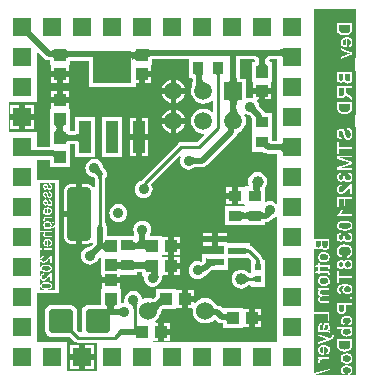
<source format=gbl>
G04*
G04 #@! TF.GenerationSoftware,Altium Limited,Altium Designer,20.0.11 (256)*
G04*
G04 Layer_Physical_Order=2*
G04 Layer_Color=16711680*
%FSLAX25Y25*%
%MOIN*%
G70*
G01*
G75*
%ADD10C,0.00984*%
%ADD17R,0.03543X0.03937*%
%ADD18R,0.03937X0.03937*%
%ADD19R,0.03937X0.03937*%
%ADD35C,0.01968*%
%ADD36C,0.03937*%
%ADD37R,0.05906X0.05906*%
%ADD38R,0.05906X0.05906*%
%ADD39C,0.06000*%
%ADD40C,0.05906*%
%ADD41C,0.03543*%
%ADD42R,0.03937X0.03543*%
%ADD43R,0.05906X0.02362*%
%ADD44R,0.01968X0.02362*%
G04:AMPARAMS|DCode=45|XSize=78.74mil|YSize=78.74mil|CornerRadius=9.84mil|HoleSize=0mil|Usage=FLASHONLY|Rotation=270.000|XOffset=0mil|YOffset=0mil|HoleType=Round|Shape=RoundedRectangle|*
%AMROUNDEDRECTD45*
21,1,0.07874,0.05906,0,0,270.0*
21,1,0.05906,0.07874,0,0,270.0*
1,1,0.01968,-0.02953,-0.02953*
1,1,0.01968,-0.02953,0.02953*
1,1,0.01968,0.02953,0.02953*
1,1,0.01968,0.02953,-0.02953*
%
%ADD45ROUNDEDRECTD45*%
G04:AMPARAMS|DCode=46|XSize=177.17mil|YSize=78.74mil|CornerRadius=9.84mil|HoleSize=0mil|Usage=FLASHONLY|Rotation=270.000|XOffset=0mil|YOffset=0mil|HoleType=Round|Shape=RoundedRectangle|*
%AMROUNDEDRECTD46*
21,1,0.17717,0.05906,0,0,270.0*
21,1,0.15748,0.07874,0,0,270.0*
1,1,0.01968,-0.02953,-0.07874*
1,1,0.01968,-0.02953,0.07874*
1,1,0.01968,0.02953,0.07874*
1,1,0.01968,0.02953,-0.07874*
%
%ADD46ROUNDEDRECTD46*%
%ADD47R,0.03937X0.10630*%
%ADD48R,0.12992X0.10630*%
G36*
X2829Y109690D02*
X2774Y109509D01*
Y109300D01*
X2829Y109064D01*
X2941Y108799D01*
X3108Y108507D01*
X3331Y108187D01*
X3609Y107839D01*
X4333Y107059D01*
X2941Y105667D01*
X2537Y106057D01*
X1813Y106669D01*
X1493Y106892D01*
X1201Y107059D01*
X936Y107171D01*
X700Y107226D01*
X491D01*
X310Y107171D01*
X157Y107059D01*
X2941Y109843D01*
X2829Y109690D01*
D02*
G37*
G36*
X38043Y101640D02*
X38453Y101634D01*
Y99665D01*
X38077Y99655D01*
X38043Y99653D01*
Y98693D01*
X38024Y98878D01*
X37965Y99043D01*
X37866Y99189D01*
X37729Y99315D01*
X37551Y99422D01*
X37335Y99510D01*
X37264Y99529D01*
X37187Y99508D01*
X36969Y99419D01*
X36791Y99311D01*
X36652Y99183D01*
X36552Y99035D01*
X36492Y98868D01*
X36472Y98681D01*
X36476Y99653D01*
X36449Y99656D01*
X36075Y99665D01*
Y101634D01*
X36449Y101644D01*
X36483Y101647D01*
X36484Y101917D01*
X36504Y101863D01*
X36563Y101815D01*
X36661Y101773D01*
X36799Y101736D01*
X36976Y101705D01*
X36977Y101705D01*
X37079Y101721D01*
X37335Y101789D01*
X37551Y101877D01*
X37729Y101984D01*
X37866Y102110D01*
X37965Y102256D01*
X38024Y102421D01*
X38043Y102606D01*
Y101640D01*
D02*
G37*
G36*
X87071Y99532D02*
X87051Y99718D01*
X86991Y99886D01*
X86892Y100033D01*
X86753Y100161D01*
X86574Y100270D01*
X86357Y100358D01*
X86099Y100427D01*
X85803Y100476D01*
X85466Y100506D01*
X85091Y100516D01*
Y102484D01*
X85465Y102489D01*
X86351Y102557D01*
X86567Y102598D01*
X86744Y102649D01*
X86882Y102708D01*
X86980Y102776D01*
X87040Y102854D01*
X87059Y102941D01*
X87071Y99532D01*
D02*
G37*
G36*
X41976Y102583D02*
X42035Y102562D01*
X42134Y102544D01*
X42272Y102528D01*
X42665Y102504D01*
X43925Y102484D01*
Y100516D01*
X43549Y100506D01*
X43213Y100476D01*
X42917Y100427D01*
X42659Y100358D01*
X42442Y100270D01*
X42263Y100161D01*
X42124Y100033D01*
X42025Y99886D01*
X41965Y99718D01*
X41945Y99532D01*
X41956Y102606D01*
X41976Y102583D01*
D02*
G37*
G36*
X10555Y99457D02*
X10538Y99594D01*
X10486Y99716D01*
X10400Y99825D01*
X10279Y99919D01*
X10125Y99998D01*
X9936Y100063D01*
X9712Y100113D01*
X9455Y100150D01*
X9163Y100171D01*
X8837Y100179D01*
Y102147D01*
X9161Y102152D01*
X9708Y102188D01*
X9929Y102220D01*
X10117Y102262D01*
X10271Y102312D01*
X10390Y102372D01*
X10475Y102441D01*
X10526Y102519D01*
X10543Y102606D01*
X10555Y99457D01*
D02*
G37*
G36*
X14476Y102488D02*
X14535Y102382D01*
X14634Y102289D01*
X14772Y102208D01*
X14949Y102140D01*
X15165Y102084D01*
X15421Y102040D01*
X15716Y102009D01*
X16425Y101984D01*
Y100016D01*
X16049Y100006D01*
X15713Y99976D01*
X15416Y99927D01*
X15159Y99858D01*
X14941Y99770D01*
X14763Y99661D01*
X14624Y99533D01*
X14525Y99386D01*
X14465Y99218D01*
X14445Y99032D01*
X14457Y102606D01*
X14476Y102488D01*
D02*
G37*
G36*
X82953Y100516D02*
X82579Y100496D01*
X82244Y100437D01*
X81949Y100339D01*
X81693Y100201D01*
X81476Y100024D01*
X81299Y99807D01*
X81161Y99551D01*
X81063Y99256D01*
X81004Y98921D01*
X80993Y98721D01*
X80994Y98701D01*
X81023Y98366D01*
X81072Y98071D01*
X81140Y97815D01*
X81227Y97598D01*
X81334Y97421D01*
X81461Y97283D01*
X81607Y97185D01*
X81772Y97126D01*
X81956Y97106D01*
X78044D01*
X78228Y97126D01*
X78394Y97185D01*
X78539Y97283D01*
X78666Y97421D01*
X78773Y97598D01*
X78860Y97815D01*
X78928Y98071D01*
X78977Y98366D01*
X79006Y98701D01*
X79007Y98721D01*
X78996Y98921D01*
X78937Y99256D01*
X78839Y99551D01*
X78701Y99807D01*
X78524Y100024D01*
X78307Y100201D01*
X78051Y100339D01*
X77756Y100437D01*
X77421Y100496D01*
X77047Y100516D01*
X80000Y102484D01*
X82953Y100516D01*
D02*
G37*
G36*
X66237Y94546D02*
X66154Y94516D01*
X66080Y94466D01*
X66016Y94396D01*
X65962Y94306D01*
X65917Y94197D01*
X65883Y94067D01*
X65858Y93918D01*
X65843Y93748D01*
X65839Y93559D01*
X64854D01*
X64849Y93748D01*
X64835Y93918D01*
X64810Y94067D01*
X64776Y94197D01*
X64731Y94306D01*
X64677Y94396D01*
X64613Y94466D01*
X64539Y94516D01*
X64456Y94546D01*
X64362Y94555D01*
X66331D01*
X66237Y94546D01*
D02*
G37*
G36*
X71411Y93218D02*
X71441Y92881D01*
X71490Y92584D01*
X71559Y92327D01*
X71648Y92109D01*
X71756Y91931D01*
X71884Y91792D01*
X72031Y91693D01*
X72199Y91634D01*
X72386Y91614D01*
X68449D01*
X68636Y91634D01*
X68803Y91693D01*
X68951Y91792D01*
X69079Y91931D01*
X69187Y92109D01*
X69276Y92327D01*
X69345Y92584D01*
X69394Y92881D01*
X69423Y93218D01*
X69433Y93594D01*
X71402D01*
X71411Y93218D01*
D02*
G37*
G36*
X85000Y72184D02*
X83974D01*
X83957Y72188D01*
X83618Y72197D01*
X83365Y72219D01*
X83346Y72222D01*
Y74803D01*
X83346D01*
Y75197D01*
X83346D01*
Y81496D01*
X80940D01*
X80907Y81576D01*
X80560Y82029D01*
X79363Y83225D01*
X79352Y83243D01*
X79227Y83371D01*
X79139Y83467D01*
X78986Y83653D01*
X78954Y83699D01*
X78952Y83702D01*
X78877Y84271D01*
X78579Y84989D01*
X78278Y85382D01*
X78524Y85882D01*
X79016D01*
Y87866D01*
X77031D01*
Y86760D01*
X76531Y86408D01*
X76000Y86478D01*
X75229Y86377D01*
X74967Y86268D01*
X74551Y86546D01*
Y92819D01*
X72674D01*
X72669Y92839D01*
X72636Y93033D01*
X72614Y93286D01*
X72605Y93626D01*
X72601Y93644D01*
Y99316D01*
X76973D01*
X76984Y99313D01*
X77284Y99297D01*
X77412Y99275D01*
X77510Y99118D01*
X77578Y98923D01*
X77469Y98750D01*
X77207Y98496D01*
X76653D01*
Y91803D01*
X77031D01*
Y89835D01*
X80000D01*
X82968D01*
Y91803D01*
X83346D01*
Y98496D01*
X82793D01*
X82530Y98750D01*
X82422Y98923D01*
X82489Y99118D01*
X82588Y99275D01*
X82716Y99297D01*
X83016Y99313D01*
X83027Y99316D01*
X85000D01*
Y72184D01*
D02*
G37*
G36*
X60413Y94543D02*
X60332Y94524D01*
X60259Y94465D01*
X60194Y94366D01*
X60139Y94229D01*
X60092Y94051D01*
X60053Y93835D01*
X60023Y93579D01*
X59996Y93093D01*
X59997Y93089D01*
X60034Y92823D01*
X60095Y92580D01*
X60182Y92360D01*
X60293Y92164D01*
X60429Y91990D01*
X60589Y91840D01*
X60774Y91712D01*
X60984Y91608D01*
X61218Y91527D01*
X57625Y89645D01*
X57699Y89884D01*
X57766Y90145D01*
X57875Y90735D01*
X57918Y91064D01*
X58000Y92186D01*
X58011Y92768D01*
X58006Y92951D01*
X57976Y93287D01*
X57927Y93584D01*
X57858Y93841D01*
X57770Y94059D01*
X57661Y94237D01*
X57534Y94376D01*
X57386Y94475D01*
X57218Y94535D01*
X57032Y94555D01*
X60413Y94543D01*
D02*
G37*
G36*
X72199Y85725D02*
X72031Y85666D01*
X71884Y85567D01*
X71756Y85429D01*
X71648Y85252D01*
X71559Y85036D01*
X71490Y84780D01*
X71441Y84484D01*
X71411Y84150D01*
X71402Y83776D01*
X69433D01*
X69423Y84150D01*
X69394Y84484D01*
X69345Y84780D01*
X69276Y85036D01*
X69187Y85252D01*
X69079Y85429D01*
X68951Y85567D01*
X68803Y85666D01*
X68636Y85725D01*
X68449Y85744D01*
X72386D01*
X72199Y85725D01*
D02*
G37*
G36*
X7293Y99618D02*
X7745Y99271D01*
X8054Y99143D01*
X8272Y99053D01*
X8726Y98993D01*
X8811Y98975D01*
X9105Y98968D01*
X9154Y98964D01*
Y97303D01*
X9532D01*
Y95335D01*
X15469D01*
Y97303D01*
X15846D01*
Y98778D01*
X15865Y98781D01*
X16118Y98803D01*
X16456Y98812D01*
X16474Y98816D01*
X22126D01*
Y89921D01*
X37874D01*
Y91382D01*
X39016D01*
Y94350D01*
X40000D01*
Y95335D01*
X42968D01*
Y97303D01*
X43346D01*
Y99278D01*
X43365Y99281D01*
X43618Y99303D01*
X43957Y99312D01*
X43974Y99316D01*
X55504D01*
Y93154D01*
X56536D01*
X56804Y92664D01*
X56797Y92241D01*
X56720Y91186D01*
X56685Y90923D01*
X56589Y90403D01*
X56540Y90211D01*
X56476Y90004D01*
X56476Y90004D01*
Y90004D01*
X56475Y90003D01*
X56471Y89959D01*
X56390Y89764D01*
X56248Y88685D01*
X56390Y87606D01*
X56806Y86600D01*
X57469Y85737D01*
X58333Y85074D01*
X59338Y84658D01*
X60417Y84516D01*
X61497Y84658D01*
X62502Y85074D01*
X63140Y85564D01*
X63640Y85317D01*
Y82053D01*
X63140Y81806D01*
X62502Y82296D01*
X61497Y82713D01*
X60417Y82855D01*
X59338Y82713D01*
X58333Y82296D01*
X57469Y81633D01*
X56806Y80770D01*
X56390Y79764D01*
X56248Y78685D01*
X56390Y77606D01*
X56806Y76600D01*
X57469Y75737D01*
X58333Y75074D01*
X59338Y74658D01*
X60398Y74518D01*
X60509Y74370D01*
X60657Y74069D01*
X58293Y71706D01*
X53000D01*
X52347Y71576D01*
X51794Y71206D01*
X39783Y59196D01*
X39509Y58786D01*
X39011Y58579D01*
X38394Y58106D01*
X37921Y57489D01*
X37623Y56771D01*
X37522Y56000D01*
X37623Y55229D01*
X37921Y54511D01*
X38394Y53894D01*
X39011Y53421D01*
X39729Y53123D01*
X40500Y53022D01*
X41271Y53123D01*
X41989Y53421D01*
X42606Y53894D01*
X43079Y54511D01*
X43377Y55229D01*
X43478Y56000D01*
X43377Y56771D01*
X43079Y57489D01*
X43002Y57590D01*
X52364Y66951D01*
X52788Y66668D01*
X52623Y66271D01*
X52522Y65500D01*
X52623Y64729D01*
X52921Y64011D01*
X53394Y63394D01*
X54011Y62921D01*
X54729Y62623D01*
X55500Y62522D01*
X56271Y62623D01*
X56989Y62921D01*
X57445Y63270D01*
X57448Y63271D01*
X57491Y63278D01*
X57894Y63310D01*
X58052Y63312D01*
X58072Y63316D01*
X60000D01*
X60565Y63390D01*
X61092Y63609D01*
X61544Y63956D01*
X71208Y73620D01*
X71555Y74072D01*
X71774Y74599D01*
X71798Y74782D01*
X72502Y75074D01*
X73366Y75737D01*
X74028Y76600D01*
X74445Y77606D01*
X74587Y78685D01*
X74445Y79764D01*
X74094Y80610D01*
X74505Y80925D01*
X74511Y80921D01*
X75229Y80623D01*
X75798Y80548D01*
X75801Y80546D01*
X75837Y80521D01*
X76144Y80258D01*
X76257Y80148D01*
X76275Y80137D01*
X76653Y79758D01*
Y75197D01*
X76653D01*
Y74803D01*
X76653D01*
Y68504D01*
X80258D01*
X80306Y68456D01*
X80758Y68109D01*
X81285Y67890D01*
X81850Y67816D01*
X83875D01*
X83893Y67812D01*
X83909Y67815D01*
X83925Y67812D01*
X83947Y67816D01*
X85000D01*
Y51347D01*
X84500Y51187D01*
X83989Y51579D01*
X83271Y51877D01*
X82500Y51978D01*
X81729Y51877D01*
X81346Y51718D01*
X80847Y52052D01*
Y56384D01*
X81251Y56912D01*
X81568Y57678D01*
X81677Y58500D01*
X81568Y59322D01*
X81251Y60088D01*
X80746Y60746D01*
X80088Y61251D01*
X79322Y61568D01*
X78500Y61677D01*
X77678Y61568D01*
X76912Y61251D01*
X76254Y60746D01*
X75749Y60088D01*
X75432Y59322D01*
X75323Y58500D01*
X75432Y57678D01*
X75542Y57412D01*
X75264Y56996D01*
X74154Y56996D01*
X73859Y56618D01*
X73654Y56618D01*
X71984D01*
Y53846D01*
Y51075D01*
X73859Y51075D01*
X74154Y50697D01*
X73897Y50303D01*
X67654D01*
Y44004D01*
X74347D01*
Y44004D01*
X80847D01*
Y44937D01*
X81052Y44959D01*
X81360Y44965D01*
X81445Y44984D01*
X81899Y45044D01*
X82426Y45262D01*
X82878Y45609D01*
X83478Y46209D01*
X83989Y46421D01*
X84500Y46813D01*
X85000Y46653D01*
Y5000D01*
X44046D01*
X43623Y5496D01*
X43629Y5531D01*
X45165D01*
Y8500D01*
Y11468D01*
X44436D01*
X44266Y11969D01*
X44982Y12518D01*
X45652Y13391D01*
X46073Y14409D01*
X46086Y14504D01*
X46145Y14717D01*
X46220Y14945D01*
X46409Y15413D01*
X46502Y15598D01*
X46607Y15783D01*
X46718Y15955D01*
X46780Y16040D01*
X46920Y16154D01*
X51197D01*
Y16532D01*
X53165D01*
Y19500D01*
Y22468D01*
X51197D01*
Y22846D01*
X44504D01*
Y20255D01*
X44424Y20134D01*
X43962Y19585D01*
X43909Y19560D01*
X43801Y19525D01*
X43690Y19502D01*
X43571Y19492D01*
X43439Y19495D01*
X43289Y19515D01*
X43164Y19543D01*
X43091Y19573D01*
X42000Y19717D01*
X40909Y19573D01*
X40334Y19336D01*
X39901Y19586D01*
X39877Y19771D01*
X39579Y20489D01*
X39106Y21106D01*
X38489Y21579D01*
X37771Y21877D01*
X37000Y21978D01*
X36229Y21877D01*
X35511Y21579D01*
X34894Y21106D01*
X34421Y20489D01*
X34123Y19771D01*
X34022Y19000D01*
X34091Y18471D01*
X34035Y18169D01*
X33702Y17939D01*
X33347Y17892D01*
X32846Y18189D01*
Y22697D01*
X32469D01*
Y24665D01*
X29500D01*
X26531D01*
Y22697D01*
X26154D01*
Y17461D01*
X22150D01*
X21533Y17380D01*
X20958Y17142D01*
X20465Y16763D01*
X20086Y16270D01*
X19848Y15695D01*
X19767Y15079D01*
Y9173D01*
X19810Y8844D01*
X19474Y8397D01*
X19075Y8361D01*
X18233Y9203D01*
Y15079D01*
X18152Y15695D01*
X17914Y16270D01*
X17535Y16763D01*
X17042Y17142D01*
X16467Y17380D01*
X15850Y17461D01*
X9945D01*
X9328Y17380D01*
X8754Y17142D01*
X8260Y16763D01*
X7881Y16270D01*
X7643Y15695D01*
X7562Y15079D01*
Y9173D01*
X7643Y8557D01*
X7881Y7982D01*
X8260Y7489D01*
X8754Y7110D01*
X9328Y6872D01*
X9945Y6791D01*
X15820D01*
X17111Y5500D01*
X16904Y5000D01*
X17757D01*
X17871Y4924D01*
X18524Y4794D01*
X25000D01*
Y-4501D01*
X15000D01*
Y5000D01*
X5000D01*
Y21319D01*
X12133D01*
Y59095D01*
X5000D01*
Y65816D01*
X9154D01*
Y63504D01*
X15846D01*
Y69803D01*
Y70927D01*
X15867Y70931D01*
X16119Y70953D01*
X16456Y70961D01*
X16474Y70966D01*
X16971D01*
X16988Y70961D01*
X17328Y70953D01*
X17582Y70930D01*
X17598Y70928D01*
Y66693D01*
X24291D01*
Y80079D01*
X17598D01*
Y75372D01*
X17582Y75369D01*
X17328Y75347D01*
X16988Y75338D01*
X16971Y75334D01*
X16474D01*
X16456Y75338D01*
X16119Y75346D01*
X15867Y75368D01*
X15846Y75372D01*
Y82697D01*
X15469D01*
Y84665D01*
X12500D01*
X9532D01*
Y82697D01*
X9154D01*
Y76004D01*
Y70184D01*
X5000D01*
Y75000D01*
X-4501D01*
Y85000D01*
X5000D01*
Y101258D01*
X5462Y101449D01*
X7293Y99618D01*
D02*
G37*
G36*
X77778Y83407D02*
X77799Y83324D01*
X77835Y83235D01*
X77885Y83138D01*
X77949Y83033D01*
X78028Y82922D01*
X78230Y82677D01*
X78352Y82543D01*
X78489Y82403D01*
X77097Y81011D01*
X76957Y81148D01*
X76578Y81472D01*
X76467Y81551D01*
X76363Y81615D01*
X76265Y81665D01*
X76176Y81701D01*
X76093Y81722D01*
X76018Y81728D01*
X77772Y83482D01*
X77778Y83407D01*
D02*
G37*
G36*
X71412Y82967D02*
X71445Y82699D01*
X71499Y82438D01*
X71575Y82184D01*
X71672Y81936D01*
X71791Y81695D01*
X71932Y81460D01*
X72095Y81231D01*
X72278Y81009D01*
X72484Y80794D01*
X68350D01*
X68556Y81009D01*
X68740Y81231D01*
X68903Y81460D01*
X69043Y81695D01*
X69162Y81936D01*
X69260Y82184D01*
X69336Y82438D01*
X69390Y82699D01*
X69422Y82967D01*
X69433Y83241D01*
X71402D01*
X71412Y82967D01*
D02*
G37*
G36*
X14272Y77374D02*
X14107Y77315D01*
X13961Y77217D01*
X13834Y77079D01*
X13727Y76902D01*
X13640Y76685D01*
X13572Y76429D01*
X13542Y76250D01*
X13572Y76071D01*
X13640Y75815D01*
X13727Y75598D01*
X13834Y75421D01*
X13961Y75283D01*
X14107Y75185D01*
X14272Y75126D01*
X14457Y75106D01*
X10543D01*
X10728Y75126D01*
X10893Y75185D01*
X11039Y75283D01*
X11166Y75421D01*
X11273Y75598D01*
X11360Y75815D01*
X11428Y76071D01*
X11458Y76250D01*
X11428Y76429D01*
X11360Y76685D01*
X11273Y76902D01*
X11166Y77079D01*
X11039Y77217D01*
X10893Y77315D01*
X10728Y77374D01*
X10543Y77394D01*
X14457D01*
X14272Y77374D01*
D02*
G37*
G36*
X14476Y74921D02*
X14535Y74756D01*
X14634Y74610D01*
X14772Y74484D01*
X14949Y74377D01*
X15165Y74289D01*
X15421Y74221D01*
X15716Y74173D01*
X16051Y74144D01*
X16425Y74134D01*
Y72165D01*
X16051Y72156D01*
X15716Y72127D01*
X15421Y72078D01*
X15165Y72010D01*
X14949Y71922D01*
X14772Y71815D01*
X14634Y71689D01*
X14535Y71543D01*
X14476Y71378D01*
X14457Y71193D01*
Y75106D01*
X14476Y74921D01*
D02*
G37*
G36*
X19000Y71181D02*
X18981Y71368D01*
X18921Y71535D01*
X18822Y71683D01*
X18684Y71811D01*
X18505Y71919D01*
X18287Y72008D01*
X18030Y72077D01*
X17733Y72126D01*
X17396Y72155D01*
X17020Y72165D01*
Y74134D01*
X17396Y74144D01*
X17733Y74173D01*
X18030Y74222D01*
X18287Y74291D01*
X18505Y74380D01*
X18684Y74488D01*
X18822Y74616D01*
X18921Y74764D01*
X18981Y74931D01*
X19000Y75118D01*
Y71181D01*
D02*
G37*
G36*
X81965Y71781D02*
X82025Y71614D01*
X82125Y71466D01*
X82264Y71339D01*
X82442Y71230D01*
X82660Y71142D01*
X82917Y71073D01*
X83214Y71024D01*
X83550Y70994D01*
X83925Y70984D01*
Y69016D01*
X81956Y69894D01*
X81945Y71969D01*
X81965Y71781D01*
D02*
G37*
G36*
X87071Y68032D02*
X87051Y68218D01*
X86992Y68386D01*
X86893Y68533D01*
X86754Y68661D01*
X86576Y68770D01*
X86358Y68858D01*
X86101Y68927D01*
X85804Y68976D01*
X85467Y69006D01*
X85091Y69016D01*
Y70984D01*
X85467Y70994D01*
X85804Y71024D01*
X86101Y71073D01*
X86358Y71142D01*
X86576Y71230D01*
X86754Y71339D01*
X86893Y71466D01*
X86992Y71614D01*
X87051Y71781D01*
X87071Y71969D01*
Y68032D01*
D02*
G37*
G36*
X56823Y66691D02*
X56896Y66648D01*
X56985Y66610D01*
X57089Y66576D01*
X57208Y66548D01*
X57343Y66525D01*
X57659Y66495D01*
X57840Y66487D01*
X58036Y66484D01*
Y64516D01*
X57840Y64513D01*
X57343Y64475D01*
X57208Y64452D01*
X57089Y64424D01*
X56985Y64390D01*
X56896Y64352D01*
X56823Y64309D01*
X56765Y64260D01*
Y66740D01*
X56823Y66691D01*
D02*
G37*
G36*
X79111Y57201D02*
X79131Y56945D01*
X79584Y56857D01*
X79493Y56786D01*
X79412Y56700D01*
X79341Y56598D01*
X79279Y56480D01*
X79227Y56347D01*
X79186Y56208D01*
X79195Y56098D01*
X79233Y55921D01*
X79279Y55783D01*
X79331Y55685D01*
X79390Y55626D01*
X79457Y55606D01*
X79111Y55605D01*
X79108Y55446D01*
X78426Y55602D01*
X76155Y55594D01*
X76342Y55615D01*
X76509Y55674D01*
X76657Y55774D01*
X76785Y55913D01*
X76893Y56091D01*
X76982Y56309D01*
X77051Y56566D01*
X77083Y56762D01*
X77074Y56823D01*
X77011Y57091D01*
X76972Y57203D01*
X76928Y57301D01*
X76878Y57384D01*
X77133Y57334D01*
X77139Y57575D01*
X79108D01*
X79111Y57201D01*
D02*
G37*
G36*
X75543Y45394D02*
X75524Y45541D01*
X75465Y45673D01*
X75366Y45789D01*
X75229Y45890D01*
X75051Y45976D01*
X74835Y46045D01*
X74579Y46099D01*
X74297Y46137D01*
X73921Y46099D01*
X73665Y46045D01*
X73449Y45976D01*
X73272Y45890D01*
X73134Y45789D01*
X73035Y45673D01*
X72976Y45541D01*
X72957Y45394D01*
Y48913D01*
X72976Y48766D01*
X73035Y48634D01*
X73134Y48518D01*
X73272Y48417D01*
X73449Y48332D01*
X73665Y48262D01*
X73921Y48208D01*
X74203Y48171D01*
X74579Y48208D01*
X74835Y48262D01*
X75051Y48332D01*
X75229Y48417D01*
X75366Y48518D01*
X75465Y48634D01*
X75524Y48766D01*
X75543Y48913D01*
Y45394D01*
D02*
G37*
G36*
X79475Y48766D02*
X79532Y48634D01*
X79625Y48518D01*
X79757Y48417D01*
X79926Y48332D01*
X80132Y48262D01*
X80376Y48208D01*
X80658Y48169D01*
X80977Y48145D01*
X81334Y48138D01*
Y46169D01*
X80977Y46161D01*
X80376Y46099D01*
X80132Y46045D01*
X79926Y45976D01*
X79757Y45890D01*
X79625Y45789D01*
X79532Y45673D01*
X79475Y45541D01*
X79457Y45394D01*
Y48913D01*
X79475Y48766D01*
D02*
G37*
G36*
X47918Y17556D02*
X47800Y17700D01*
X47647Y17781D01*
X47457Y17798D01*
X47232Y17753D01*
X46972Y17644D01*
X46676Y17472D01*
X46344Y17237D01*
X45976Y16938D01*
X45879Y16847D01*
X45725Y16637D01*
X45577Y16407D01*
X45439Y16164D01*
X45311Y15908D01*
X45088Y15359D01*
X44992Y15065D01*
X44907Y14758D01*
X42800Y18391D01*
X43077Y18328D01*
X43347Y18293D01*
X43608Y18287D01*
X43863Y18309D01*
X44111Y18359D01*
X44351Y18438D01*
X44584Y18546D01*
X44742Y18641D01*
X45390Y19412D01*
X45631Y19777D01*
X45810Y20108D01*
X45927Y20404D01*
X45982Y20666D01*
X45975Y20894D01*
X45906Y21087D01*
X47918Y17556D01*
D02*
G37*
G36*
X38456Y17960D02*
X38211Y17408D01*
X38151Y17237D01*
X38065Y16916D01*
X38037Y16766D01*
X38021Y16622D01*
X38016Y16486D01*
X37031Y16166D01*
X37023Y16327D01*
X36998Y16480D01*
X36956Y16626D01*
X36897Y16763D01*
X36821Y16893D01*
X36728Y17015D01*
X36619Y17129D01*
X36492Y17236D01*
X36349Y17334D01*
X36189Y17425D01*
X38559Y18158D01*
X38456Y17960D01*
D02*
G37*
G36*
X31272Y17374D02*
X31106Y17315D01*
X30961Y17217D01*
X30834Y17079D01*
X30727Y16902D01*
X30640Y16685D01*
X30572Y16429D01*
X30523Y16134D01*
X30494Y15799D01*
X30484Y15425D01*
X28516D01*
X28506Y15799D01*
X28477Y16134D01*
X28428Y16429D01*
X28360Y16685D01*
X28273Y16902D01*
X28166Y17079D01*
X28039Y17217D01*
X27893Y17315D01*
X27728Y17374D01*
X27544Y17394D01*
X31457D01*
X31272Y17374D01*
D02*
G37*
G36*
X32735Y13760D02*
X32677Y13808D01*
X32604Y13852D01*
X32515Y13890D01*
X32411Y13924D01*
X32292Y13952D01*
X32157Y13975D01*
X31841Y14006D01*
X31660Y14013D01*
X31464Y14016D01*
Y15984D01*
X31660Y15987D01*
X32157Y16025D01*
X32292Y16048D01*
X32411Y16076D01*
X32515Y16110D01*
X32604Y16148D01*
X32677Y16192D01*
X32735Y16240D01*
Y13760D01*
D02*
G37*
G36*
X16775Y9499D02*
X16747Y9411D01*
X16745Y9309D01*
X16771Y9195D01*
X16823Y9067D01*
X16903Y8926D01*
X17009Y8772D01*
X17142Y8605D01*
X17302Y8424D01*
X17489Y8231D01*
X16793Y7535D01*
X16599Y7722D01*
X16251Y8015D01*
X16097Y8121D01*
X15957Y8200D01*
X15829Y8253D01*
X15714Y8278D01*
X15613Y8277D01*
X15525Y8249D01*
X15450Y8194D01*
X16830Y9574D01*
X16775Y9499D01*
D02*
G37*
G36*
X33022Y7516D02*
X32948Y7501D01*
X32854Y7459D01*
X32739Y7391D01*
X32603Y7295D01*
X32269Y7023D01*
X31853Y6644D01*
X31353Y6157D01*
X30657Y6853D01*
X30914Y7113D01*
X31891Y8239D01*
X31959Y8354D01*
X32001Y8448D01*
X32016Y8522D01*
X33022Y7516D01*
D02*
G37*
G36*
X103866Y7705D02*
X98727D01*
X103866D01*
Y7012D01*
X103859Y7049D01*
Y7100D01*
X103844Y7158D01*
X103830Y7224D01*
X103815Y7297D01*
X103786Y7377D01*
X103210Y7442D01*
Y7435D01*
X103217Y7406D01*
X103225Y7370D01*
X103239Y7326D01*
X103261Y7209D01*
X103269Y7093D01*
Y7056D01*
X103261Y7020D01*
Y6976D01*
X103239Y6867D01*
X103217Y6816D01*
X103196Y6764D01*
Y6757D01*
X103181Y6743D01*
X103166Y6721D01*
X103145Y6692D01*
X103086Y6626D01*
X103006Y6568D01*
X102999D01*
X102984Y6553D01*
X102955Y6538D01*
X102911Y6524D01*
X102853Y6495D01*
X102766Y6466D01*
X102664Y6422D01*
X102540Y6378D01*
X102532D01*
X102503Y6364D01*
X102452Y6349D01*
X102386Y6320D01*
X98727Y7705D01*
Y7049D01*
X100848Y6283D01*
X100856D01*
X100863Y6276D01*
X100885Y6269D01*
X100921Y6261D01*
X100958Y6247D01*
X101001Y6232D01*
X101103Y6196D01*
X101227Y6152D01*
X101373Y6108D01*
X101526Y6065D01*
X101694Y6021D01*
X101687D01*
X101672Y6014D01*
X101650Y6006D01*
X101621Y5999D01*
X101585Y5992D01*
X101541Y5977D01*
X101432Y5948D01*
X101307Y5912D01*
X101162Y5861D01*
X101016Y5817D01*
X100863Y5759D01*
X98727Y4971D01*
Y4352D01*
X102445Y5744D01*
X102452D01*
X102474Y5751D01*
X102503Y5766D01*
X102540Y5780D01*
X102591Y5802D01*
X102649Y5824D01*
X102773Y5875D01*
X102911Y5926D01*
X103050Y5985D01*
X103174Y6043D01*
X103225Y6072D01*
X103276Y6094D01*
X103290Y6101D01*
X103327Y6123D01*
X103378Y6159D01*
X103444Y6203D01*
X103516Y6261D01*
X103589Y6327D01*
X103662Y6393D01*
X103720Y6473D01*
X103728Y6480D01*
X103742Y6509D01*
X103764Y6553D01*
X103793Y6619D01*
X103823Y6692D01*
X103844Y6779D01*
X103859Y6874D01*
X103866Y6983D01*
Y4352D01*
D01*
Y-5906D01*
X102386D01*
X97254D01*
X102474Y-4440D01*
Y-5643D01*
Y-3945D01*
D01*
X97254Y-5410D01*
Y-5906D01*
X97254D01*
Y116142D01*
X103866D01*
Y7705D01*
D02*
G37*
G36*
X108039Y-2734D02*
X107981D01*
X107915Y-2742D01*
X107842Y-2749D01*
X107682Y-2771D01*
X107507Y-2807D01*
X107332Y-2851D01*
X107157Y-2917D01*
X107150D01*
X107135Y-2924D01*
X107113Y-2939D01*
X107084Y-2953D01*
X107004Y-2997D01*
X106909Y-3062D01*
X106800Y-3150D01*
X106691Y-3252D01*
X106581Y-3376D01*
X106494Y-3514D01*
Y-3522D01*
X106486Y-3536D01*
X106472Y-3558D01*
X106457Y-3587D01*
X106443Y-3624D01*
X106421Y-3667D01*
X106377Y-3777D01*
X106341Y-3901D01*
X106304Y-4054D01*
X106275Y-4214D01*
X106268Y-4389D01*
Y-2727D01*
X108090D01*
X108039Y-2734D01*
D02*
G37*
G36*
X108294Y-3369D02*
X108360D01*
X108425Y-3376D01*
X108586Y-3398D01*
X108761Y-3427D01*
X108943Y-3478D01*
X109104Y-3543D01*
X109184Y-3587D01*
X109249Y-3638D01*
X109264Y-3653D01*
X109300Y-3689D01*
X109351Y-3755D01*
X109410Y-3835D01*
X109475Y-3945D01*
X109526Y-4068D01*
X109563Y-4214D01*
X109570Y-4294D01*
X109577Y-4375D01*
Y-4389D01*
X109570Y-4433D01*
X109563Y-4506D01*
X109548Y-4586D01*
X109526Y-4681D01*
X109483Y-4783D01*
X109432Y-4885D01*
X109359Y-4980D01*
X109351Y-4994D01*
X109315Y-5016D01*
X109264Y-5060D01*
X109184Y-5111D01*
X109089Y-5162D01*
X108972Y-5220D01*
X108826Y-5264D01*
X108666Y-5293D01*
X108746Y-5906D01*
X106268D01*
Y-4448D01*
X106275Y-4491D01*
Y-4535D01*
X106282Y-4593D01*
X106304Y-4732D01*
X106341Y-4885D01*
X106399Y-5045D01*
X106472Y-5206D01*
X106574Y-5359D01*
Y-5366D01*
X106588Y-5373D01*
X106632Y-5417D01*
X106698Y-5483D01*
X106792Y-5563D01*
X106909Y-5643D01*
X107055Y-5723D01*
X107223Y-5796D01*
X107420Y-5847D01*
X107514Y-5242D01*
X107507D01*
X107500Y-5235D01*
X107456Y-5227D01*
X107390Y-5206D01*
X107310Y-5169D01*
X107223Y-5133D01*
X107128Y-5074D01*
X107040Y-5009D01*
X106967Y-4936D01*
X106960Y-4929D01*
X106938Y-4899D01*
X106909Y-4848D01*
X106873Y-4790D01*
X106836Y-4710D01*
X106807Y-4623D01*
X106785Y-4520D01*
X106778Y-4411D01*
Y-4367D01*
X106785Y-4331D01*
X106792Y-4251D01*
X106822Y-4141D01*
X106858Y-4025D01*
X106916Y-3893D01*
X107004Y-3770D01*
X107055Y-3711D01*
X107113Y-3653D01*
X107121D01*
X107128Y-3638D01*
X107150Y-3624D01*
X107179Y-3609D01*
X107215Y-3587D01*
X107259Y-3558D01*
X107310Y-3536D01*
X107369Y-3507D01*
X107441Y-3478D01*
X107521Y-3456D01*
X107609Y-3427D01*
X107704Y-3405D01*
X107806Y-3390D01*
X107922Y-3376D01*
X108046Y-3361D01*
X108178D01*
X108185D01*
X108207D01*
X108250D01*
X108294Y-3369D01*
D02*
G37*
G36*
X111407Y-5906D02*
X110088D01*
Y-5906D01*
X108754D01*
X108775Y-5898D01*
X108805Y-5891D01*
X108848Y-5884D01*
X108907Y-5869D01*
X108965Y-5855D01*
X109111Y-5803D01*
X109264Y-5738D01*
X109432Y-5643D01*
X109592Y-5526D01*
X109665Y-5461D01*
X109738Y-5388D01*
X109745Y-5381D01*
X109752Y-5366D01*
X109767Y-5344D01*
X109789Y-5315D01*
X109818Y-5279D01*
X109847Y-5227D01*
X109876Y-5169D01*
X109913Y-5111D01*
X109978Y-4965D01*
X110029Y-4790D01*
X110073Y-4601D01*
X110080Y-4491D01*
X110088Y-4382D01*
Y-4258D01*
Y-4309D01*
X110080Y-4258D01*
X110073Y-4192D01*
X110058Y-4119D01*
X110044Y-4039D01*
X110029Y-3952D01*
X109971Y-3755D01*
X109927Y-3660D01*
X109883Y-3558D01*
X109825Y-3456D01*
X109760Y-3361D01*
X109687Y-3266D01*
X109599Y-3179D01*
X109592Y-3172D01*
X109577Y-3157D01*
X109548Y-3135D01*
X109512Y-3106D01*
X109461Y-3077D01*
X109395Y-3033D01*
X109322Y-2997D01*
X109242Y-2953D01*
X109147Y-2909D01*
X109038Y-2873D01*
X108929Y-2829D01*
X108797Y-2800D01*
X108666Y-2771D01*
X108513Y-2749D01*
X108360Y-2734D01*
X108192Y-2727D01*
X106268D01*
Y-5906D01*
X103866D01*
Y116142D01*
X111407D01*
Y-5906D01*
D02*
G37*
G36*
X9903Y57914D02*
X10951D01*
Y45285D01*
X7042D01*
Y42871D01*
Y44051D01*
X7048Y44018D01*
X7053Y43980D01*
X7064Y43931D01*
X7075Y43876D01*
X7091Y43816D01*
X7113Y43756D01*
X7141Y43690D01*
X7173Y43625D01*
X7211Y43554D01*
X7255Y43488D01*
X7310Y43423D01*
X7370Y43357D01*
X7441Y43297D01*
X7102D01*
Y42871D01*
X9576D01*
X9625Y42877D01*
X9685D01*
X9750Y42882D01*
X9821Y42888D01*
X9969Y42904D01*
X10122Y42926D01*
X10193Y42942D01*
X10258Y42959D01*
X10318Y42981D01*
X10373Y43002D01*
X10378D01*
X10384Y43008D01*
X10417Y43030D01*
X10466Y43057D01*
X10526Y43101D01*
X10591Y43161D01*
X10662Y43232D01*
X10733Y43319D01*
X10793Y43417D01*
Y43423D01*
X10799Y43428D01*
X10810Y43445D01*
X10815Y43466D01*
X10831Y43494D01*
X10842Y43527D01*
X10870Y43608D01*
X10902Y43707D01*
X10924Y43827D01*
X10946Y43963D01*
X10951Y44111D01*
Y42871D01*
D01*
Y22500D01*
X9843D01*
X8090D01*
X8151Y22505D01*
X8216D01*
X8287Y22511D01*
X8364Y22516D01*
X8538Y22533D01*
X8718Y22560D01*
X8893Y22593D01*
X8975Y22615D01*
X9057Y22642D01*
X9062D01*
X9073Y22647D01*
X9095Y22658D01*
X9122Y22669D01*
X9161Y22680D01*
X9199Y22702D01*
X9292Y22746D01*
X9390Y22800D01*
X9499Y22871D01*
X9597Y22953D01*
X9690Y23052D01*
Y23057D01*
X9701Y23062D01*
X9712Y23079D01*
X9723Y23101D01*
X9739Y23128D01*
X9761Y23155D01*
X9799Y23237D01*
X9838Y23335D01*
X9876Y23450D01*
X9898Y23586D01*
X9909Y23734D01*
Y23789D01*
X9903Y23827D01*
X9898Y23870D01*
X9887Y23925D01*
X9876Y23985D01*
X9860Y24051D01*
X9838Y24116D01*
X9816Y24187D01*
X9783Y24258D01*
X9745Y24329D01*
X9701Y24400D01*
X9647Y24471D01*
X9586Y24537D01*
X9521Y24597D01*
X9516Y24602D01*
X9499Y24613D01*
X9472Y24629D01*
X9428Y24657D01*
X9379Y24684D01*
X9313Y24711D01*
X9237Y24749D01*
X9150Y24782D01*
X9052Y24815D01*
X8937Y24848D01*
X8811Y24881D01*
X8669Y24908D01*
X8516Y24935D01*
X8353Y24951D01*
X8172Y24962D01*
X7981Y24968D01*
X7872D01*
X7812Y24962D01*
X7746D01*
X7676Y24957D01*
X7594Y24951D01*
X7424Y24935D01*
X7244Y24908D01*
X7064Y24875D01*
X6982Y24853D01*
X6900Y24831D01*
X6895D01*
X6884Y24826D01*
X6862Y24815D01*
X6835Y24804D01*
X6797Y24793D01*
X6758Y24771D01*
X6665Y24728D01*
X6567Y24673D01*
X6463Y24602D01*
X6360Y24520D01*
X6272Y24422D01*
Y24417D01*
X6261Y24411D01*
X6250Y24395D01*
X6240Y24373D01*
X6218Y24345D01*
X6201Y24313D01*
X6158Y24231D01*
X6119Y24133D01*
X6081Y24018D01*
X6059Y23881D01*
X6049Y23734D01*
Y24968D01*
D01*
D01*
Y22500D01*
D01*
Y57914D01*
X9843D01*
X9024D01*
X9903D01*
D01*
D02*
G37*
G36*
X10951Y44160D02*
X10946Y44193D01*
Y44236D01*
X10941Y44280D01*
X10935Y44335D01*
X10924Y44395D01*
X10897Y44520D01*
X10859Y44651D01*
X10804Y44782D01*
X10728Y44902D01*
X10722Y44908D01*
X10717Y44913D01*
X10684Y44952D01*
X10635Y44995D01*
X10564Y45050D01*
X10471Y45104D01*
X10356Y45153D01*
X10291Y45170D01*
X10220Y45181D01*
X10149Y45192D01*
X10067D01*
X10127Y44739D01*
X10138D01*
X10160Y44733D01*
X10198Y44722D01*
X10247Y44711D01*
X10296Y44689D01*
X10345Y44662D01*
X10395Y44629D01*
X10433Y44586D01*
X10438Y44575D01*
X10455Y44553D01*
X10476Y44515D01*
X10498Y44460D01*
X10526Y44395D01*
X10548Y44313D01*
X10564Y44214D01*
X10569Y44111D01*
Y44056D01*
X10564Y44001D01*
X10553Y43925D01*
X10537Y43849D01*
X10515Y43767D01*
X10482Y43685D01*
X10438Y43614D01*
X10433Y43608D01*
X10417Y43587D01*
X10384Y43554D01*
X10345Y43516D01*
X10291Y43477D01*
X10231Y43439D01*
X10160Y43401D01*
X10078Y43374D01*
X10073D01*
X10051Y43368D01*
X10007Y43363D01*
X9952Y43357D01*
X9914Y43352D01*
X9871D01*
X9821Y43346D01*
X9767D01*
X9707D01*
X9636Y43341D01*
X9565D01*
X9483D01*
X9488Y43346D01*
X9499Y43357D01*
X9516Y43374D01*
X9537Y43395D01*
X9565Y43423D01*
X9597Y43461D01*
X9630Y43505D01*
X9663Y43548D01*
X9729Y43663D01*
X9789Y43788D01*
X9810Y43859D01*
X9827Y43936D01*
X9838Y44018D01*
X9843Y44100D01*
Y44127D01*
X9838Y44154D01*
Y44193D01*
X9832Y44242D01*
X9821Y44296D01*
X9810Y44356D01*
X9794Y44422D01*
X9772Y44493D01*
X9745Y44564D01*
X9712Y44635D01*
X9674Y44711D01*
X9625Y44782D01*
X9570Y44853D01*
X9510Y44919D01*
X9439Y44979D01*
X9434Y44984D01*
X9423Y44990D01*
X9395Y45006D01*
X9368Y45028D01*
X9324Y45050D01*
X9281Y45077D01*
X9226Y45104D01*
X9161Y45132D01*
X9095Y45159D01*
X9019Y45186D01*
X8942Y45214D01*
X8855Y45235D01*
X8669Y45274D01*
X8565Y45279D01*
X8462Y45285D01*
X10951D01*
Y44160D01*
D02*
G37*
G36*
X8358Y45279D02*
X8320D01*
X8222Y45268D01*
X8112Y45252D01*
X7992Y45224D01*
X7867Y45192D01*
X7741Y45143D01*
X7736D01*
X7725Y45137D01*
X7708Y45126D01*
X7687Y45115D01*
X7626Y45083D01*
X7550Y45039D01*
X7468Y44979D01*
X7386Y44908D01*
X7299Y44826D01*
X7228Y44733D01*
Y44728D01*
X7222Y44722D01*
X7211Y44706D01*
X7201Y44684D01*
X7168Y44629D01*
X7135Y44553D01*
X7102Y44460D01*
X7069Y44351D01*
X7048Y44231D01*
X7042Y44100D01*
Y45285D01*
X8396D01*
X8358Y45279D01*
D02*
G37*
G36*
X8516Y44804D02*
X8560D01*
X8615Y44799D01*
X8729Y44782D01*
X8860Y44755D01*
X8986Y44722D01*
X9111Y44668D01*
X9166Y44635D01*
X9215Y44597D01*
X9226Y44586D01*
X9253Y44558D01*
X9292Y44515D01*
X9335Y44449D01*
X9385Y44373D01*
X9423Y44280D01*
X9450Y44176D01*
X9455Y44122D01*
X9461Y44061D01*
Y44029D01*
X9455Y44007D01*
X9450Y43947D01*
X9428Y43870D01*
X9401Y43788D01*
X9357Y43696D01*
X9297Y43608D01*
X9259Y43565D01*
X9215Y43521D01*
X9210D01*
X9204Y43510D01*
X9188Y43499D01*
X9166Y43488D01*
X9144Y43472D01*
X9111Y43450D01*
X9073Y43434D01*
X9024Y43412D01*
X8975Y43390D01*
X8920Y43374D01*
X8855Y43352D01*
X8784Y43335D01*
X8713Y43324D01*
X8631Y43314D01*
X8538Y43303D01*
X8445D01*
X8440D01*
X8424D01*
X8396D01*
X8364Y43308D01*
X8320D01*
X8271Y43314D01*
X8162Y43330D01*
X8036Y43357D01*
X7910Y43395D01*
X7785Y43450D01*
X7730Y43488D01*
X7681Y43527D01*
X7676D01*
X7670Y43537D01*
X7643Y43565D01*
X7599Y43614D01*
X7550Y43679D01*
X7506Y43756D01*
X7463Y43849D01*
X7435Y43952D01*
X7424Y44007D01*
Y44094D01*
X7430Y44116D01*
X7435Y44176D01*
X7457Y44247D01*
X7484Y44335D01*
X7534Y44422D01*
X7594Y44509D01*
X7637Y44553D01*
X7681Y44597D01*
X7687D01*
X7692Y44607D01*
X7708Y44618D01*
X7730Y44629D01*
X7752Y44646D01*
X7785Y44662D01*
X7823Y44684D01*
X7867Y44700D01*
X7916Y44722D01*
X7976Y44744D01*
X8036Y44760D01*
X8101Y44777D01*
X8178Y44788D01*
X8254Y44799D01*
X8336Y44810D01*
X8429D01*
X8434D01*
X8451D01*
X8478D01*
X8516Y44804D01*
D02*
G37*
G36*
X8134Y24487D02*
X8205D01*
X8292Y24482D01*
X8385Y24476D01*
X8484Y24466D01*
X8697Y24438D01*
X8800Y24422D01*
X8899Y24400D01*
X8991Y24378D01*
X9079Y24345D01*
X9155Y24313D01*
X9221Y24274D01*
X9226D01*
X9232Y24264D01*
X9270Y24236D01*
X9319Y24187D01*
X9374Y24127D01*
X9428Y24045D01*
X9477Y23952D01*
X9516Y23849D01*
X9521Y23794D01*
X9527Y23734D01*
Y23701D01*
X9521Y23679D01*
X9510Y23625D01*
X9488Y23548D01*
X9450Y23466D01*
X9395Y23374D01*
X9363Y23330D01*
X9319Y23286D01*
X9275Y23243D01*
X9221Y23199D01*
X9215D01*
X9204Y23188D01*
X9188Y23177D01*
X9161Y23166D01*
X9122Y23144D01*
X9073Y23128D01*
X9019Y23106D01*
X8953Y23084D01*
X8871Y23068D01*
X8784Y23046D01*
X8680Y23024D01*
X8571Y23008D01*
X8440Y22997D01*
X8303Y22986D01*
X8151Y22975D01*
X7981D01*
X7976D01*
X7970D01*
X7943D01*
X7894D01*
X7828Y22980D01*
X7757D01*
X7670Y22986D01*
X7577Y22991D01*
X7474Y23002D01*
X7266Y23030D01*
X7162Y23046D01*
X7064Y23068D01*
X6971Y23090D01*
X6884Y23122D01*
X6807Y23155D01*
X6742Y23193D01*
X6736D01*
X6731Y23204D01*
X6715Y23215D01*
X6693Y23232D01*
X6644Y23281D01*
X6583Y23341D01*
X6529Y23423D01*
X6480Y23516D01*
X6458Y23565D01*
X6442Y23619D01*
X6436Y23679D01*
X6431Y23739D01*
Y23772D01*
X6436Y23794D01*
X6447Y23854D01*
X6463Y23925D01*
X6496Y24007D01*
X6545Y24094D01*
X6578Y24138D01*
X6611Y24182D01*
X6655Y24220D01*
X6704Y24258D01*
X6709D01*
X6720Y24269D01*
X6742Y24280D01*
X6769Y24296D01*
X6813Y24313D01*
X6862Y24335D01*
X6922Y24351D01*
X6993Y24373D01*
X7075Y24395D01*
X7168Y24417D01*
X7271Y24438D01*
X7386Y24455D01*
X7517Y24471D01*
X7659Y24482D01*
X7812Y24487D01*
X7981Y24493D01*
X7992D01*
X8020D01*
X8069D01*
X8134Y24487D01*
D02*
G37*
G36*
X6054Y23625D02*
X6065Y23554D01*
X6081Y23472D01*
X6103Y23384D01*
X6130Y23292D01*
X6174Y23204D01*
Y23199D01*
X6179Y23193D01*
X6196Y23166D01*
X6223Y23122D01*
X6261Y23068D01*
X6316Y23008D01*
X6376Y22942D01*
X6447Y22882D01*
X6529Y22822D01*
X6540Y22817D01*
X6567Y22795D01*
X6616Y22773D01*
X6687Y22735D01*
X6769Y22702D01*
X6862Y22658D01*
X6971Y22620D01*
X7091Y22587D01*
X7097D01*
X7108Y22582D01*
X7124Y22576D01*
X7151Y22571D01*
X7184Y22566D01*
X7222Y22560D01*
X7271Y22549D01*
X7326Y22544D01*
X7386Y22533D01*
X7452Y22527D01*
X7528Y22522D01*
X7605Y22511D01*
X7692Y22505D01*
X7779D01*
X7878Y22500D01*
X6049D01*
Y23685D01*
X6054Y23625D01*
D02*
G37*
%LPC*%
G36*
X82968Y87866D02*
X80984D01*
Y85882D01*
X82968D01*
Y87866D01*
D02*
G37*
G36*
X42968Y93366D02*
X40984D01*
Y91382D01*
X42968D01*
Y93366D01*
D02*
G37*
G36*
X15469D02*
X13484D01*
Y91382D01*
X15469D01*
Y93366D01*
D02*
G37*
G36*
X11516D02*
X9532D01*
Y91382D01*
X11516D01*
Y93366D01*
D02*
G37*
G36*
X51402Y92542D02*
Y89669D01*
X54275D01*
X54268Y89717D01*
X53870Y90679D01*
X53237Y91504D01*
X52411Y92138D01*
X51449Y92536D01*
X51402Y92542D01*
D02*
G37*
G36*
X49433D02*
X49385Y92536D01*
X48424Y92138D01*
X47598Y91504D01*
X46965Y90679D01*
X46566Y89717D01*
X46560Y89669D01*
X49433D01*
Y92542D01*
D02*
G37*
G36*
X15469Y88618D02*
X13484D01*
Y86634D01*
X15469D01*
Y88618D01*
D02*
G37*
G36*
X11516D02*
X9532D01*
Y86634D01*
X11516D01*
Y88618D01*
D02*
G37*
G36*
X54275Y87701D02*
X51402D01*
Y84828D01*
X51449Y84834D01*
X52411Y85232D01*
X53237Y85866D01*
X53870Y86692D01*
X54268Y87653D01*
X54275Y87701D01*
D02*
G37*
G36*
X49433D02*
X46560D01*
X46566Y87653D01*
X46965Y86692D01*
X47598Y85866D01*
X48424Y85232D01*
X49385Y84834D01*
X49433Y84828D01*
Y87701D01*
D02*
G37*
G36*
X3953Y83953D02*
X984D01*
Y80984D01*
X3953D01*
Y83953D01*
D02*
G37*
G36*
X-984D02*
X-3953D01*
Y80984D01*
X-984D01*
Y83953D01*
D02*
G37*
G36*
X51402Y82542D02*
Y79669D01*
X54275D01*
X54268Y79717D01*
X53870Y80678D01*
X53237Y81504D01*
X52411Y82138D01*
X51449Y82536D01*
X51402Y82542D01*
D02*
G37*
G36*
X49433D02*
X49385Y82536D01*
X48424Y82138D01*
X47598Y81504D01*
X46965Y80678D01*
X46566Y79717D01*
X46560Y79669D01*
X49433D01*
Y82542D01*
D02*
G37*
G36*
X3953Y79016D02*
X984D01*
Y76047D01*
X3953D01*
Y79016D01*
D02*
G37*
G36*
X-984D02*
X-3953D01*
Y76047D01*
X-984D01*
Y79016D01*
D02*
G37*
G36*
X54275Y77701D02*
X51402D01*
Y74828D01*
X51449Y74834D01*
X52411Y75232D01*
X53237Y75866D01*
X53870Y76692D01*
X54268Y77653D01*
X54275Y77701D01*
D02*
G37*
G36*
X49433D02*
X46560D01*
X46566Y77653D01*
X46965Y76692D01*
X47598Y75866D01*
X48424Y75232D01*
X49385Y74834D01*
X49433Y74828D01*
Y77701D01*
D02*
G37*
G36*
X42024Y79701D02*
X40039D01*
Y74370D01*
X42024D01*
Y79701D01*
D02*
G37*
G36*
X38071D02*
X36087D01*
Y74370D01*
X38071D01*
Y79701D01*
D02*
G37*
G36*
X42024Y72402D02*
X40039D01*
Y67071D01*
X42024D01*
Y72402D01*
D02*
G37*
G36*
X38071D02*
X36087D01*
Y67071D01*
X38071D01*
Y72402D01*
D02*
G37*
G36*
X33346Y80079D02*
X26654D01*
Y66693D01*
X33346D01*
Y80079D01*
D02*
G37*
G36*
X24000Y65978D02*
X23229Y65877D01*
X22511Y65579D01*
X21894Y65106D01*
X21421Y64489D01*
X21123Y63771D01*
X21022Y63000D01*
X21123Y62229D01*
X21421Y61511D01*
X21894Y60894D01*
X22511Y60421D01*
X23229Y60123D01*
X23802Y60048D01*
X23835Y60024D01*
X24142Y59760D01*
X24224Y59680D01*
X24294Y58621D01*
Y56763D01*
X24213Y56707D01*
X23534Y56835D01*
X23383Y57060D01*
X22727Y57499D01*
X21953Y57653D01*
X19984D01*
Y47756D01*
Y37859D01*
X21953D01*
X22727Y38013D01*
X22915Y38138D01*
X23489Y37920D01*
X23512Y37833D01*
X22857Y37178D01*
X22840Y37167D01*
X22712Y37042D01*
X22615Y36954D01*
X22430Y36801D01*
X22384Y36769D01*
X22381Y36767D01*
X21812Y36692D01*
X21094Y36394D01*
X20477Y35921D01*
X20004Y35304D01*
X19706Y34586D01*
X19604Y33815D01*
X19706Y33044D01*
X20004Y32326D01*
X20477Y31709D01*
X21094Y31236D01*
X21812Y30938D01*
X22583Y30837D01*
X23354Y30938D01*
X24072Y31236D01*
X24689Y31709D01*
X25162Y32326D01*
X25459Y33044D01*
X25491Y33286D01*
X25654Y33394D01*
X26154Y33125D01*
Y27504D01*
X26531D01*
Y26634D01*
X29500D01*
X32469D01*
Y27504D01*
X38346D01*
Y28285D01*
X38609Y28306D01*
X38945Y28312D01*
X38965Y28316D01*
X39376D01*
X39394Y28312D01*
X39731Y28303D01*
X39984Y28281D01*
X40004Y28278D01*
Y27154D01*
X40229D01*
X40558Y26778D01*
X40522Y26500D01*
X40623Y25729D01*
X40921Y25011D01*
X41394Y24394D01*
X42011Y23921D01*
X42291Y23805D01*
X42408Y23715D01*
X42935Y23497D01*
X43500Y23423D01*
X44065Y23497D01*
X44592Y23715D01*
X44709Y23805D01*
X44989Y23921D01*
X45606Y24394D01*
X46079Y25011D01*
X46166Y25221D01*
X46391Y25515D01*
X46610Y26041D01*
X46684Y26607D01*
X46678Y26654D01*
X46697Y27154D01*
X47009Y27531D01*
X48665D01*
Y30500D01*
Y33468D01*
X46697D01*
Y34032D01*
X48665D01*
Y37000D01*
Y39968D01*
X46697D01*
Y40346D01*
X42700D01*
X42453Y40846D01*
X42579Y41011D01*
X42877Y41729D01*
X42978Y42500D01*
X42877Y43271D01*
X42579Y43989D01*
X42106Y44606D01*
X41489Y45079D01*
X40771Y45377D01*
X40000Y45478D01*
X39229Y45377D01*
X38511Y45079D01*
X37894Y44606D01*
X37421Y43989D01*
X37123Y43271D01*
X37022Y42500D01*
X37123Y41729D01*
X37421Y41011D01*
X37432Y40996D01*
X37186Y40496D01*
X28184D01*
Y43000D01*
X28110Y43565D01*
X27891Y44092D01*
X27782Y44235D01*
X27706Y45379D01*
Y58747D01*
X27727Y59363D01*
X27760Y59711D01*
X27766Y59745D01*
X27891Y59908D01*
X28110Y60435D01*
X28184Y61000D01*
X28110Y61565D01*
X27891Y62092D01*
X27544Y62544D01*
X27363Y62726D01*
X27351Y62743D01*
X27226Y62872D01*
X27137Y62969D01*
X26982Y63156D01*
X26952Y63198D01*
X26877Y63771D01*
X26579Y64489D01*
X26106Y65106D01*
X25489Y65579D01*
X24771Y65877D01*
X24000Y65978D01*
D02*
G37*
G36*
X70016Y56618D02*
X68032D01*
Y54831D01*
X70016D01*
Y56618D01*
D02*
G37*
G36*
Y52862D02*
X68032D01*
Y51075D01*
X70016D01*
Y52862D01*
D02*
G37*
G36*
X18016Y57653D02*
X16047D01*
X15273Y57499D01*
X14617Y57060D01*
X14178Y56404D01*
X14024Y55630D01*
Y48740D01*
X18016D01*
Y57653D01*
D02*
G37*
G36*
X32000Y50978D02*
X31229Y50877D01*
X30511Y50579D01*
X29894Y50106D01*
X29421Y49489D01*
X29123Y48771D01*
X29022Y48000D01*
X29123Y47229D01*
X29421Y46511D01*
X29894Y45894D01*
X30511Y45421D01*
X31229Y45123D01*
X32000Y45022D01*
X32771Y45123D01*
X33489Y45421D01*
X34106Y45894D01*
X34579Y46511D01*
X34877Y47229D01*
X34978Y48000D01*
X34877Y48771D01*
X34579Y49489D01*
X34106Y50106D01*
X33489Y50579D01*
X32771Y50877D01*
X32000Y50978D01*
D02*
G37*
G36*
X68213Y41421D02*
X65244D01*
Y40224D01*
X68213D01*
Y41421D01*
D02*
G37*
G36*
X63276D02*
X60307D01*
Y40224D01*
X63276D01*
Y41421D01*
D02*
G37*
G36*
X52618Y39968D02*
X50634D01*
Y37984D01*
X52618D01*
Y39968D01*
D02*
G37*
G36*
X18016Y46772D02*
X14024D01*
Y39882D01*
X14178Y39108D01*
X14617Y38451D01*
X15273Y38013D01*
X16047Y37859D01*
X18016D01*
Y46772D01*
D02*
G37*
G36*
X63276Y38256D02*
X60307D01*
Y37059D01*
X63276D01*
Y38256D01*
D02*
G37*
G36*
X52618Y36016D02*
X50634D01*
Y34032D01*
X52618D01*
Y36016D01*
D02*
G37*
G36*
Y33468D02*
X50634D01*
Y31484D01*
X52618D01*
Y33468D01*
D02*
G37*
G36*
X68213Y38256D02*
X65244D01*
Y37059D01*
X67409D01*
Y34319D01*
X59929D01*
Y32114D01*
X59605Y31738D01*
X59271Y31877D01*
X58500Y31978D01*
X57729Y31877D01*
X57011Y31579D01*
X56394Y31106D01*
X55921Y30489D01*
X55623Y29771D01*
X55522Y29000D01*
X55623Y28229D01*
X55921Y27511D01*
X56394Y26894D01*
X57011Y26421D01*
X57729Y26123D01*
X58500Y26022D01*
X59271Y26123D01*
X59989Y26421D01*
X60606Y26894D01*
X60831Y27187D01*
X60867Y27192D01*
X61393Y27410D01*
X61846Y27757D01*
X62399Y28310D01*
X62413Y28319D01*
X63104Y28965D01*
X63367Y29180D01*
X63396Y29201D01*
X68590D01*
Y32941D01*
X75646D01*
X76138Y32450D01*
Y28204D01*
X76128Y28180D01*
X76102Y28133D01*
X76048Y28070D01*
X75939Y27997D01*
X75638Y27905D01*
X75633Y27909D01*
X75368Y28125D01*
X75262Y28226D01*
X75246Y28246D01*
X74588Y28751D01*
X73822Y29068D01*
X73000Y29177D01*
X72178Y29068D01*
X71412Y28751D01*
X70754Y28246D01*
X70249Y27588D01*
X69932Y26822D01*
X69823Y26000D01*
X69932Y25178D01*
X70249Y24412D01*
X70754Y23754D01*
X71412Y23249D01*
X72178Y22931D01*
X73000Y22823D01*
X73822Y22931D01*
X74588Y23249D01*
X75246Y23754D01*
X75267Y23780D01*
X75411Y23923D01*
X75532Y24030D01*
X75628Y24106D01*
X76066Y23933D01*
X76115Y23870D01*
X76136Y23830D01*
X76138Y23824D01*
Y23472D01*
X80862D01*
Y27409D01*
Y32528D01*
X80200D01*
X80076Y33153D01*
X79706Y33706D01*
X76799Y36614D01*
X76246Y36983D01*
X76071Y37018D01*
Y38059D01*
X68213D01*
Y38256D01*
D02*
G37*
G36*
X52618Y29516D02*
X50634D01*
Y27531D01*
X52618D01*
Y29516D01*
D02*
G37*
G36*
X57118Y22468D02*
X55134D01*
Y20484D01*
X57118D01*
Y22468D01*
D02*
G37*
G36*
X61000Y19717D02*
X59908Y19573D01*
X58891Y19152D01*
X58018Y18482D01*
X57618Y17961D01*
X57118Y18131D01*
Y18516D01*
X55134D01*
Y16532D01*
X56539D01*
X56869Y16156D01*
X56783Y15500D01*
X56927Y14409D01*
X57348Y13391D01*
X58018Y12518D01*
X58891Y11848D01*
X59908Y11427D01*
X61000Y11283D01*
X62091Y11427D01*
X63109Y11848D01*
X63982Y12518D01*
X64368Y12543D01*
X65043Y11868D01*
X65495Y11521D01*
X66022Y11303D01*
X66473Y11244D01*
X66559Y11225D01*
X66870Y11217D01*
X67004Y11206D01*
Y9653D01*
X73697D01*
Y10031D01*
X75665D01*
Y13000D01*
Y15969D01*
X73697D01*
Y16346D01*
X67004D01*
X67004Y16346D01*
Y16346D01*
X66568Y16520D01*
X66535Y16554D01*
X66083Y16901D01*
X65556Y17119D01*
X65085Y17181D01*
X65006Y17198D01*
X64839Y17200D01*
X64821Y17201D01*
X64652Y17609D01*
X63982Y18482D01*
X63109Y19152D01*
X62091Y19573D01*
X61000Y19717D01*
D02*
G37*
G36*
X79618Y15969D02*
X77634D01*
Y13984D01*
X79618D01*
Y15969D01*
D02*
G37*
G36*
Y12016D02*
X77634D01*
Y10031D01*
X79618D01*
Y12016D01*
D02*
G37*
G36*
X49118Y11468D02*
X47134D01*
Y9484D01*
X49118D01*
Y11468D01*
D02*
G37*
G36*
Y7516D02*
X47134D01*
Y5531D01*
X49118D01*
Y7516D01*
D02*
G37*
G36*
X23953Y3953D02*
X20984D01*
Y984D01*
X23953D01*
Y3953D01*
D02*
G37*
G36*
X19016D02*
X16047D01*
Y984D01*
X19016D01*
Y3953D01*
D02*
G37*
G36*
X23953Y-984D02*
X20984D01*
Y-3953D01*
X23953D01*
Y-984D01*
D02*
G37*
G36*
X19016D02*
X16047D01*
Y-3953D01*
X19016D01*
Y-984D01*
D02*
G37*
%LPD*%
G36*
X25778Y62899D02*
X25798Y62819D01*
X25834Y62730D01*
X25884Y62635D01*
X25948Y62532D01*
X26027Y62421D01*
X26229Y62177D01*
X26352Y62044D01*
X26489Y61903D01*
X25097Y60511D01*
X24956Y60648D01*
X24579Y60973D01*
X24468Y61052D01*
X24365Y61116D01*
X24270Y61166D01*
X24181Y61202D01*
X24101Y61222D01*
X24028Y61229D01*
X25771Y62972D01*
X25778Y62899D01*
D02*
G37*
G36*
X26658Y60246D02*
X26623Y60154D01*
X26592Y60027D01*
X26566Y59866D01*
X26525Y59441D01*
X26494Y58546D01*
X26492Y58179D01*
X25508D01*
X25506Y58546D01*
X25408Y60027D01*
X25377Y60154D01*
X25342Y60246D01*
X25304Y60304D01*
X26696D01*
X26658Y60246D01*
D02*
G37*
G36*
X26494Y45454D02*
X26592Y43973D01*
X26623Y43846D01*
X26658Y43754D01*
X26696Y43696D01*
X25304D01*
X25342Y43754D01*
X25377Y43846D01*
X25408Y43973D01*
X25434Y44134D01*
X25475Y44559D01*
X25506Y45454D01*
X25508Y45821D01*
X26492D01*
X26494Y45454D01*
D02*
G37*
G36*
X41192Y41177D02*
X41148Y41104D01*
X41110Y41015D01*
X41076Y40911D01*
X41048Y40792D01*
X41025Y40657D01*
X40995Y40341D01*
X40987Y40160D01*
X40984Y39964D01*
X39016D01*
X39013Y40160D01*
X38975Y40657D01*
X38952Y40792D01*
X38924Y40911D01*
X38890Y41015D01*
X38852Y41104D01*
X38809Y41177D01*
X38760Y41235D01*
X41240D01*
X41192Y41177D01*
D02*
G37*
G36*
X41004Y39579D02*
X41063Y39244D01*
X41161Y38949D01*
X41299Y38693D01*
X41476Y38476D01*
X41693Y38299D01*
X41949Y38161D01*
X42244Y38063D01*
X42579Y38004D01*
X42953Y37984D01*
X41406Y36953D01*
Y35606D01*
X41392Y35684D01*
X41350Y35754D01*
X41279Y35815D01*
X41181Y35868D01*
X41054Y35913D01*
X40900Y35950D01*
X40717Y35979D01*
X40506Y35999D01*
X40000Y36016D01*
X38925Y36732D01*
Y36016D01*
X38551Y36011D01*
X37665Y35947D01*
X37449Y35908D01*
X37271Y35861D01*
X37134Y35806D01*
X37035Y35741D01*
X36976Y35668D01*
X36957Y35587D01*
X36944Y38969D01*
X36965Y38781D01*
X37025Y38614D01*
X37124Y38467D01*
X37263Y38339D01*
X37441Y38230D01*
X37659Y38142D01*
X37844Y38092D01*
X38051Y38161D01*
X38307Y38299D01*
X38524Y38476D01*
X38701Y38693D01*
X38839Y38949D01*
X38937Y39244D01*
X38996Y39579D01*
X39016Y39953D01*
X40984D01*
X41004Y39579D01*
D02*
G37*
G36*
X27556Y35224D02*
X27538Y35375D01*
X27484Y35509D01*
X27395Y35628D01*
X27270Y35731D01*
X27109Y35818D01*
X26912Y35889D01*
X26680Y35945D01*
X26411Y35984D01*
X26107Y36008D01*
X25768Y36016D01*
Y37984D01*
X26107Y37992D01*
X26411Y38016D01*
X26680Y38056D01*
X26912Y38111D01*
X27109Y38182D01*
X27270Y38269D01*
X27395Y38372D01*
X27484Y38491D01*
X27538Y38625D01*
X27556Y38776D01*
Y35224D01*
D02*
G37*
G36*
X25072Y34912D02*
X24935Y34772D01*
X24611Y34393D01*
X24532Y34282D01*
X24467Y34177D01*
X24417Y34080D01*
X24382Y33990D01*
X24361Y33908D01*
X24354Y33833D01*
X22600Y35587D01*
X22676Y35593D01*
X22758Y35614D01*
X22848Y35650D01*
X22945Y35700D01*
X23050Y35764D01*
X23161Y35843D01*
X23406Y36045D01*
X23539Y36167D01*
X23680Y36304D01*
X25072Y34912D01*
D02*
G37*
G36*
X36976Y32251D02*
X37035Y32106D01*
X37134Y31979D01*
X37271Y31868D01*
X37449Y31774D01*
X37665Y31697D01*
X37921Y31638D01*
X38216Y31595D01*
X38551Y31569D01*
X38925Y31561D01*
Y31484D01*
Y29516D01*
X38551Y29509D01*
X37921Y29460D01*
X37665Y29416D01*
X37449Y29360D01*
X37271Y29292D01*
X37134Y29211D01*
X37035Y29118D01*
X36976Y29012D01*
X36957Y28894D01*
Y32413D01*
X36976Y32251D01*
D02*
G37*
G36*
X31465Y32282D02*
X31525Y32114D01*
X31624Y31967D01*
X31763Y31839D01*
X31941Y31730D01*
X32159Y31642D01*
X32262Y31614D01*
X32335Y31633D01*
X32551Y31716D01*
X32728Y31819D01*
X32866Y31939D01*
X32965Y32079D01*
X33024Y32237D01*
X33044Y32413D01*
Y31495D01*
X33049Y31494D01*
X33425Y31484D01*
Y29516D01*
X33051Y29509D01*
X33044Y29509D01*
Y28894D01*
X33024Y29012D01*
X32965Y29118D01*
X32866Y29211D01*
X32728Y29292D01*
X32551Y29360D01*
X32335Y29416D01*
X32250Y29431D01*
X32165Y29416D01*
X31949Y29360D01*
X31771Y29292D01*
X31634Y29211D01*
X31535Y29118D01*
X31476Y29012D01*
X31457Y28894D01*
X31455Y29502D01*
X31075Y29516D01*
Y31484D01*
X31448Y31493D01*
X31444Y32469D01*
X31465Y32282D01*
D02*
G37*
G36*
X41406Y28608D02*
X41394Y28719D01*
Y28543D01*
X41374Y28728D01*
X41315Y28894D01*
X41217Y29039D01*
X41079Y29166D01*
X40902Y29273D01*
X40685Y29360D01*
X40429Y29428D01*
X40134Y29477D01*
X39799Y29506D01*
X39425Y29516D01*
Y29592D01*
Y31484D01*
Y31561D01*
X39799Y31570D01*
X40134Y31597D01*
X40429Y31642D01*
X40685Y31704D01*
X40902Y31785D01*
X41079Y31883D01*
X41217Y32000D01*
X41315Y32134D01*
X41374Y32286D01*
X41394Y32456D01*
X41406Y28608D01*
D02*
G37*
G36*
X45319Y29126D02*
X45277Y28544D01*
X45307Y28543D01*
X45319Y26772D01*
X43350D01*
X43343Y27110D01*
X43319Y27413D01*
X43279Y27680D01*
X43224Y27912D01*
X43154Y28108D01*
X43143Y28128D01*
X43002Y28200D01*
X43068Y28230D01*
X43082Y28241D01*
X43067Y28269D01*
X42965Y28394D01*
X42847Y28483D01*
X42713Y28537D01*
X42563Y28556D01*
X43268Y28552D01*
X43295Y28655D01*
X43319Y28796D01*
X43336Y28955D01*
X43350Y29328D01*
X45319Y29126D01*
D02*
G37*
G36*
X74678Y36239D02*
X74706Y36168D01*
X74752Y36105D01*
X74817Y36051D01*
X74900Y36004D01*
X75002Y35967D01*
X75122Y35937D01*
X75260Y35916D01*
X75417Y35904D01*
X75593Y35899D01*
Y34915D01*
X75417Y34911D01*
X75260Y34898D01*
X75122Y34877D01*
X75002Y34848D01*
X74900Y34810D01*
X74817Y34764D01*
X74752Y34710D01*
X74706Y34647D01*
X74678Y34575D01*
X74669Y34495D01*
Y36319D01*
X74678Y36239D01*
D02*
G37*
G36*
X78997Y31935D02*
X79011Y31767D01*
X79035Y31620D01*
X79069Y31492D01*
X79112Y31384D01*
X79165Y31295D01*
X79227Y31226D01*
X79299Y31177D01*
X79381Y31147D01*
X79472Y31138D01*
X77528D01*
X77619Y31147D01*
X77701Y31177D01*
X77773Y31226D01*
X77835Y31295D01*
X77888Y31384D01*
X77931Y31492D01*
X77965Y31620D01*
X77989Y31767D01*
X78003Y31935D01*
X78008Y32122D01*
X78992D01*
X78997Y31935D01*
D02*
G37*
G36*
X64170Y30603D02*
X64027Y30683D01*
X63859Y30715D01*
X63665Y30697D01*
X63445Y30630D01*
X63200Y30514D01*
X62929Y30349D01*
X62633Y30135D01*
X62311Y29872D01*
X61591Y29199D01*
X59927Y30319D01*
X60311Y30714D01*
X60916Y31414D01*
X61137Y31717D01*
X61305Y31991D01*
X61418Y32233D01*
X61478Y32445D01*
X61483Y32627D01*
X61434Y32778D01*
X61331Y32898D01*
X64170Y30603D01*
D02*
G37*
G36*
X77540Y25032D02*
X77530Y25125D01*
X77500Y25209D01*
X77450Y25282D01*
X77380Y25346D01*
X77291Y25401D01*
X77181Y25445D01*
X77052Y25479D01*
X76902Y25504D01*
X76733Y25519D01*
X76543Y25524D01*
Y26508D01*
X76733Y26513D01*
X76902Y26528D01*
X77052Y26552D01*
X77181Y26587D01*
X77291Y26631D01*
X77380Y26685D01*
X77450Y26749D01*
X77500Y26823D01*
X77530Y26906D01*
X77540Y27000D01*
Y25032D01*
D02*
G37*
G36*
X74570Y27222D02*
X74915Y26940D01*
X75086Y26825D01*
X75256Y26728D01*
X75424Y26649D01*
X75591Y26587D01*
X75756Y26543D01*
X75920Y26517D01*
X76083Y26508D01*
X76091Y25524D01*
X75928Y25515D01*
X75763Y25488D01*
X75598Y25444D01*
X75432Y25381D01*
X75265Y25301D01*
X75097Y25203D01*
X74928Y25087D01*
X74759Y24954D01*
X74588Y24803D01*
X74417Y24633D01*
X74395Y27389D01*
X74570Y27222D01*
D02*
G37*
G36*
X63930Y16191D02*
X63971Y16150D01*
X64031Y16113D01*
X64111Y16081D01*
X64210Y16055D01*
X64327Y16033D01*
X64464Y16015D01*
X64796Y15996D01*
X64991Y15993D01*
Y14025D01*
X64729Y14023D01*
X63801Y13967D01*
X63691Y13946D01*
X63607Y13922D01*
X63548Y13894D01*
X63514Y13864D01*
X63908Y16237D01*
X63930Y16191D01*
D02*
G37*
G36*
X68406Y11606D02*
X68387Y11762D01*
X68332Y11902D01*
X68241Y12026D01*
X68113Y12132D01*
X67950Y12223D01*
X67750Y12297D01*
X67514Y12354D01*
X67241Y12396D01*
X66932Y12420D01*
X66587Y12428D01*
Y14397D01*
X66931Y14403D01*
X67509Y14447D01*
X67743Y14487D01*
X67942Y14537D01*
X68105Y14598D01*
X68231Y14671D01*
X68322Y14755D01*
X68376Y14850D01*
X68394Y14956D01*
X68406Y11606D01*
D02*
G37*
%LPC*%
G36*
X102386Y39446D02*
X97342D01*
Y35633D01*
Y37463D01*
X97349Y37412D01*
Y37353D01*
X97364Y37222D01*
X97378Y37076D01*
X97407Y36923D01*
X97444Y36770D01*
X97495Y36632D01*
Y36624D01*
X97502Y36617D01*
X97524Y36573D01*
X97561Y36508D01*
X97611Y36435D01*
X97677Y36347D01*
X97757Y36253D01*
X97859Y36165D01*
X97969Y36085D01*
X97983Y36078D01*
X98027Y36056D01*
X98085Y36019D01*
X98173Y35983D01*
X98275Y35946D01*
X98384Y35910D01*
X98508Y35888D01*
X98632Y35881D01*
X98647D01*
X98683D01*
X98749Y35888D01*
X98829Y35903D01*
X98924Y35925D01*
X99026Y35961D01*
X99128Y36005D01*
X99237Y36063D01*
X99252Y36070D01*
X99281Y36092D01*
X99339Y36136D01*
X99398Y36194D01*
X99471Y36267D01*
X99551Y36355D01*
X99624Y36464D01*
X99696Y36588D01*
Y36581D01*
X99704Y36566D01*
X99711Y36544D01*
X99726Y36515D01*
X99755Y36428D01*
X99806Y36325D01*
X99871Y36216D01*
X99952Y36092D01*
X100046Y35983D01*
X100163Y35881D01*
X100178Y35873D01*
X100221Y35844D01*
X100287Y35801D01*
X100374Y35757D01*
X100491Y35713D01*
X100615Y35669D01*
X100761Y35640D01*
X100921Y35633D01*
X97342D01*
X102386D01*
Y39446D01*
D02*
G37*
G36*
X100557Y35028D02*
X100513D01*
X100462Y35021D01*
X100389D01*
X100309Y35013D01*
X100207Y34999D01*
X100105Y34984D01*
X99988Y34955D01*
X99871Y34926D01*
X99748Y34889D01*
X99616Y34846D01*
X99492Y34787D01*
X99376Y34729D01*
X99259Y34649D01*
X99150Y34569D01*
X99055Y34466D01*
X99048Y34459D01*
X99040Y34445D01*
X99019Y34416D01*
X98989Y34379D01*
X98960Y34335D01*
X98924Y34277D01*
X98887Y34219D01*
X98851Y34146D01*
X98814Y34066D01*
X98778Y33978D01*
X98712Y33781D01*
X98661Y33555D01*
X98654Y33439D01*
X98647Y33315D01*
Y33242D01*
X98654Y33191D01*
X98661Y33125D01*
X98676Y33052D01*
X98690Y32972D01*
X98705Y32877D01*
X98771Y32680D01*
X98807Y32578D01*
X98858Y32476D01*
X98909Y32374D01*
X98982Y32272D01*
X99055Y32177D01*
X99142Y32083D01*
X99150Y32075D01*
X99164Y32061D01*
X99193Y32039D01*
X99230Y32010D01*
X99281Y31973D01*
X99347Y31930D01*
X99419Y31886D01*
X99500Y31842D01*
X99587Y31798D01*
X99696Y31755D01*
X99806Y31711D01*
X99930Y31675D01*
X100061Y31645D01*
X100199Y31623D01*
X100345Y31609D01*
X100506Y31602D01*
X98647D01*
X100622D01*
X100681Y31609D01*
X100753Y31616D01*
X100826D01*
X100907Y31631D01*
X101089Y31653D01*
X101271Y31696D01*
X101453Y31747D01*
X101621Y31820D01*
X101628D01*
X101636Y31828D01*
X101657Y31842D01*
X101687Y31857D01*
X101760Y31908D01*
X101847Y31973D01*
X101949Y32061D01*
X102051Y32170D01*
X102153Y32294D01*
X102248Y32440D01*
Y32447D01*
X102255Y32454D01*
X102270Y32476D01*
X102284Y32513D01*
X102299Y32549D01*
X102313Y32593D01*
X102357Y32702D01*
X102394Y32826D01*
X102430Y32979D01*
X102459Y33140D01*
X102467Y33315D01*
Y33402D01*
Y33388D01*
X102459Y33446D01*
X102452Y33511D01*
X102437Y33584D01*
X102423Y33672D01*
X102408Y33759D01*
X102350Y33956D01*
X102306Y34066D01*
X102262Y34168D01*
X102204Y34270D01*
X102139Y34372D01*
X102066Y34466D01*
X101978Y34561D01*
X101971Y34569D01*
X101956Y34583D01*
X101927Y34605D01*
X101883Y34634D01*
X101832Y34671D01*
X101774Y34707D01*
X101701Y34751D01*
X101614Y34795D01*
X101519Y34838D01*
X101410Y34882D01*
X101293Y34918D01*
X101169Y34955D01*
X101031Y34984D01*
X100885Y35006D01*
X100724Y35021D01*
X100557Y35028D01*
D02*
G37*
G36*
X102437Y31230D02*
D01*
Y29976D01*
X102430Y30034D01*
X102423Y30107D01*
X102416Y30195D01*
X102394Y30282D01*
X102372Y30362D01*
X102335Y30442D01*
X102328Y30450D01*
X102313Y30472D01*
X102292Y30501D01*
X102255Y30544D01*
X102219Y30581D01*
X102168Y30625D01*
X102117Y30668D01*
X102051Y30698D01*
X102044D01*
X102015Y30712D01*
X101964Y30720D01*
X101891Y30734D01*
X101796Y30749D01*
X101738Y30756D01*
X101672D01*
X101592Y30763D01*
X101512Y30770D01*
X101424D01*
X101322D01*
X99208D01*
Y31230D01*
X98727D01*
Y30770D01*
X97823D01*
X97451Y30151D01*
D01*
X98727D01*
Y29524D01*
X99208D01*
Y30151D01*
X101359D01*
X101373D01*
X101402D01*
X101446D01*
X101497Y30143D01*
X101614Y30136D01*
X101665Y30129D01*
X101701Y30122D01*
X101716Y30114D01*
X101745Y30092D01*
X101781Y30063D01*
X101818Y30012D01*
X101825Y29998D01*
X101840Y29961D01*
X101854Y29896D01*
X101862Y29801D01*
Y29728D01*
X101854Y29692D01*
Y29640D01*
X101847Y29582D01*
X101840Y29524D01*
X102386Y29444D01*
Y29458D01*
X102394Y29487D01*
X102401Y29539D01*
X102408Y29604D01*
X102423Y29677D01*
X102430Y29757D01*
X102437Y29918D01*
Y29444D01*
X102386D01*
X97451D01*
D01*
X102437D01*
Y31230D01*
D02*
G37*
G36*
X99208Y29269D02*
X98727D01*
Y28809D01*
X97823D01*
X97451Y28190D01*
D01*
X98727D01*
Y27563D01*
X99208D01*
Y28190D01*
X101359D01*
X101373D01*
X101402D01*
X101446D01*
X101497Y28183D01*
X101614Y28175D01*
X101665Y28168D01*
X101701Y28161D01*
X101716Y28153D01*
X101745Y28131D01*
X101781Y28102D01*
X101818Y28051D01*
X101825Y28037D01*
X101840Y28000D01*
X101854Y27935D01*
X101862Y27840D01*
Y27767D01*
X101854Y27731D01*
Y27679D01*
X101847Y27621D01*
X101840Y27563D01*
X102386Y27483D01*
Y27497D01*
X102394Y27526D01*
X102401Y27577D01*
X102408Y27643D01*
X102423Y27716D01*
X102430Y27796D01*
X102437Y27957D01*
Y27483D01*
X102386D01*
X97451D01*
D01*
X102437D01*
Y28015D01*
X102430Y28073D01*
X102423Y28146D01*
X102416Y28234D01*
X102394Y28321D01*
X102372Y28401D01*
X102335Y28481D01*
X102328Y28489D01*
X102313Y28511D01*
X102292Y28540D01*
X102255Y28583D01*
X102219Y28620D01*
X102168Y28664D01*
X102117Y28707D01*
X102051Y28737D01*
X102044D01*
X102015Y28751D01*
X101964Y28758D01*
X101891Y28773D01*
X101796Y28788D01*
X101738Y28795D01*
X101672D01*
X101592Y28802D01*
X101512Y28809D01*
X101424D01*
X101322D01*
X99208D01*
Y29269D01*
D02*
G37*
G36*
X100557Y27184D02*
X100513D01*
X100462Y27176D01*
X100389D01*
X100309Y27169D01*
X100207Y27155D01*
X100105Y27140D01*
X99988Y27111D01*
X99871Y27082D01*
X99748Y27045D01*
X99616Y27002D01*
X99492Y26943D01*
X99376Y26885D01*
X99259Y26805D01*
X99150Y26724D01*
X99055Y26623D01*
X99048Y26615D01*
X99040Y26601D01*
X99019Y26571D01*
X98989Y26535D01*
X98960Y26491D01*
X98924Y26433D01*
X98887Y26375D01*
X98851Y26302D01*
X98814Y26221D01*
X98778Y26134D01*
X98712Y25937D01*
X98661Y25711D01*
X98654Y25595D01*
X98647Y25471D01*
Y25398D01*
X98654Y25347D01*
X98661Y25281D01*
X98676Y25208D01*
X98690Y25128D01*
X98705Y25033D01*
X98771Y24836D01*
X98807Y24734D01*
X98858Y24632D01*
X98909Y24530D01*
X98982Y24428D01*
X99055Y24333D01*
X99142Y24239D01*
X99150Y24231D01*
X99164Y24217D01*
X99193Y24195D01*
X99230Y24166D01*
X99281Y24129D01*
X99347Y24086D01*
X99419Y24042D01*
X99500Y23998D01*
X99587Y23954D01*
X99696Y23911D01*
X99806Y23867D01*
X99930Y23830D01*
X100061Y23801D01*
X100199Y23779D01*
X100345Y23765D01*
X100506Y23757D01*
X98647D01*
X100622D01*
X100681Y23765D01*
X100753Y23772D01*
X100826D01*
X100907Y23787D01*
X101089Y23809D01*
X101271Y23852D01*
X101453Y23903D01*
X101621Y23976D01*
X101628D01*
X101636Y23983D01*
X101657Y23998D01*
X101687Y24013D01*
X101760Y24064D01*
X101847Y24129D01*
X101949Y24217D01*
X102051Y24326D01*
X102153Y24450D01*
X102248Y24596D01*
Y24603D01*
X102255Y24610D01*
X102270Y24632D01*
X102284Y24669D01*
X102299Y24705D01*
X102313Y24749D01*
X102357Y24858D01*
X102394Y24982D01*
X102430Y25135D01*
X102459Y25296D01*
X102467Y25471D01*
Y23757D01*
D01*
D01*
Y25544D01*
X102459Y25602D01*
X102452Y25668D01*
X102437Y25740D01*
X102423Y25828D01*
X102408Y25915D01*
X102350Y26112D01*
X102306Y26221D01*
X102262Y26324D01*
X102204Y26426D01*
X102139Y26528D01*
X102066Y26623D01*
X101978Y26717D01*
X101971Y26724D01*
X101956Y26739D01*
X101927Y26761D01*
X101883Y26790D01*
X101832Y26827D01*
X101774Y26863D01*
X101701Y26907D01*
X101614Y26950D01*
X101519Y26994D01*
X101410Y27038D01*
X101293Y27075D01*
X101169Y27111D01*
X101031Y27140D01*
X100885Y27162D01*
X100724Y27176D01*
X100557Y27184D01*
D02*
G37*
G36*
X102386Y23036D02*
X98727D01*
Y22482D01*
X99252D01*
X99237Y22475D01*
X99208Y22453D01*
X99157Y22409D01*
X99099Y22358D01*
X99026Y22292D01*
X98953Y22212D01*
X98880Y22125D01*
X98814Y22023D01*
X98807Y22008D01*
X98785Y21971D01*
X98763Y21913D01*
X98727Y21833D01*
X98698Y21738D01*
X98676Y21629D01*
X98654Y21505D01*
X98647Y21374D01*
Y23036D01*
D01*
Y18071D01*
Y19150D01*
X98654Y19114D01*
Y19063D01*
X98661Y19012D01*
X98683Y18888D01*
X98720Y18757D01*
X98778Y18618D01*
X98851Y18480D01*
X98953Y18363D01*
X98967Y18348D01*
X99011Y18319D01*
X99077Y18268D01*
X99128Y18246D01*
X99179Y18217D01*
X99244Y18188D01*
X99310Y18166D01*
X99383Y18137D01*
X99471Y18115D01*
X99558Y18101D01*
X99660Y18086D01*
X99762Y18071D01*
X102386D01*
Y23036D01*
D02*
G37*
G36*
Y15141D02*
X97342D01*
Y14470D01*
X101789D01*
Y11984D01*
X97342D01*
D01*
X102386D01*
Y15141D01*
D02*
G37*
G36*
X98647Y11481D02*
D01*
Y10380D01*
Y11481D01*
D02*
G37*
G36*
X101424D02*
X101380D01*
X101329Y11474D01*
X101264Y11467D01*
X101184Y11452D01*
X101103Y11430D01*
X101016Y11401D01*
X100936Y11365D01*
X100928Y11357D01*
X100899Y11343D01*
X100856Y11314D01*
X100804Y11277D01*
X100746Y11233D01*
X100688Y11175D01*
X100630Y11117D01*
X100578Y11044D01*
X100571Y11037D01*
X100557Y11007D01*
X100528Y10971D01*
X100498Y10913D01*
X100469Y10847D01*
X100433Y10767D01*
X100404Y10687D01*
X100374Y10592D01*
Y10584D01*
X100367Y10555D01*
X100353Y10512D01*
X100345Y10453D01*
X100331Y10380D01*
X100316Y10286D01*
X100294Y10176D01*
X100280Y10045D01*
Y10038D01*
X100272Y10009D01*
Y9972D01*
X100265Y9921D01*
X100258Y9863D01*
X100243Y9790D01*
X100236Y9710D01*
X100221Y9622D01*
X100185Y9447D01*
X100148Y9258D01*
X100105Y9090D01*
X100083Y9010D01*
X100061Y8937D01*
X100054D01*
X100039D01*
X99995Y8930D01*
X99944D01*
X99915D01*
X99901D01*
X99893D01*
X99886D01*
X99842D01*
X99769Y8937D01*
X99689Y8952D01*
X99602Y8973D01*
X99514Y9010D01*
X99434Y9054D01*
X99368Y9112D01*
X99361Y9119D01*
X99332Y9156D01*
X99303Y9214D01*
X99259Y9287D01*
X99223Y9389D01*
X99186Y9506D01*
X99164Y9651D01*
X99157Y9819D01*
Y9892D01*
X99164Y9965D01*
X99179Y10067D01*
X99193Y10169D01*
X99223Y10278D01*
X99259Y10380D01*
X99310Y10468D01*
X99317Y10475D01*
X99339Y10504D01*
X99376Y10541D01*
X99434Y10584D01*
X99507Y10628D01*
X99602Y10679D01*
X99718Y10723D01*
X99849Y10767D01*
X99769Y11372D01*
X99762D01*
X99755Y11365D01*
X99733D01*
X99704Y11357D01*
X99638Y11335D01*
X99543Y11306D01*
X99449Y11270D01*
X99347Y11226D01*
X99244Y11168D01*
X99150Y11102D01*
X99142Y11095D01*
X99113Y11066D01*
X99069Y11022D01*
X99011Y10964D01*
X98953Y10883D01*
X98895Y10789D01*
X98829Y10679D01*
X98778Y10555D01*
Y10548D01*
X98771Y10541D01*
X98763Y10519D01*
X98756Y10490D01*
X98734Y10417D01*
X98712Y10315D01*
X98690Y10198D01*
X98669Y10052D01*
X98654Y9899D01*
X98647Y9724D01*
Y9753D01*
Y9724D01*
Y8113D01*
Y9644D01*
X98654Y9564D01*
X98661Y9454D01*
X98676Y9331D01*
X98698Y9207D01*
X98727Y9083D01*
X98763Y8966D01*
X98771Y8952D01*
X98785Y8915D01*
X98807Y8864D01*
X98836Y8798D01*
X98880Y8726D01*
X98924Y8653D01*
X98982Y8587D01*
X99040Y8529D01*
X99048Y8521D01*
X99069Y8507D01*
X99106Y8485D01*
X99150Y8456D01*
X99215Y8419D01*
X99281Y8390D01*
X99361Y8361D01*
X99456Y8339D01*
X99463D01*
X99485Y8332D01*
X99529Y8325D01*
X99587Y8317D01*
X99667D01*
X99762Y8310D01*
X99886Y8303D01*
X100024D01*
X100856D01*
X100863D01*
X100892D01*
X100936D01*
X100994D01*
X101060D01*
X101140D01*
X101315Y8295D01*
X101497D01*
X101679Y8288D01*
X101760Y8281D01*
X101832D01*
X101898Y8274D01*
X101949Y8266D01*
X101956D01*
X101986Y8259D01*
X102029Y8252D01*
X102088Y8230D01*
X102153Y8215D01*
X102226Y8186D01*
X102306Y8150D01*
X102386Y8113D01*
Y8762D01*
X102379Y8769D01*
X102350Y8777D01*
X102313Y8791D01*
X102255Y8813D01*
X102190Y8835D01*
X102109Y8850D01*
X102022Y8864D01*
X101927Y8879D01*
Y8886D01*
X101942Y8893D01*
X101978Y8937D01*
X102029Y9003D01*
X102095Y9090D01*
X102161Y9199D01*
X102233Y9309D01*
X102299Y9425D01*
X102350Y9549D01*
X102357Y9564D01*
X102365Y9608D01*
X102386Y9673D01*
X102408Y9753D01*
X102430Y9855D01*
X102445Y9972D01*
X102459Y10103D01*
X102467Y10235D01*
Y8113D01*
Y10293D01*
X102459Y10337D01*
Y10388D01*
X102452Y10446D01*
X102430Y10577D01*
X102394Y10723D01*
X102343Y10883D01*
X102270Y11029D01*
X102175Y11160D01*
X102161Y11175D01*
X102124Y11211D01*
X102058Y11262D01*
X101971Y11321D01*
X101862Y11379D01*
X101738Y11430D01*
X101585Y11467D01*
X101512Y11474D01*
X101424Y11481D01*
D02*
G37*
G36*
X102467Y4031D02*
Y2369D01*
X102459Y2420D01*
X102452Y2485D01*
X102437Y2565D01*
X102423Y2653D01*
X102408Y2748D01*
X102350Y2952D01*
X102306Y3061D01*
X102262Y3163D01*
X102204Y3273D01*
X102139Y3375D01*
X102066Y3469D01*
X101978Y3564D01*
X101971Y3571D01*
X101956Y3586D01*
X101927Y3608D01*
X101883Y3637D01*
X101832Y3674D01*
X101774Y3710D01*
X101701Y3754D01*
X101621Y3797D01*
X101526Y3841D01*
X101424Y3885D01*
X101307Y3921D01*
X101184Y3958D01*
X101052Y3987D01*
X100907Y4009D01*
X100753Y4024D01*
X100593Y4031D01*
X100506D01*
X100440Y4024D01*
X100360Y4016D01*
X100272Y4009D01*
X100170Y3994D01*
X100068Y3972D01*
X99835Y3914D01*
X99718Y3878D01*
X99594Y3834D01*
X99478Y3776D01*
X99368Y3710D01*
X99259Y3637D01*
X99157Y3557D01*
X99150Y3550D01*
X99135Y3535D01*
X99113Y3506D01*
X99077Y3469D01*
X99040Y3426D01*
X98997Y3367D01*
X98946Y3302D01*
X98902Y3222D01*
X98851Y3141D01*
X98807Y3047D01*
X98763Y2945D01*
X98727Y2835D01*
X98690Y2719D01*
X98669Y2595D01*
X98654Y2463D01*
X98647Y2325D01*
Y2340D01*
Y2252D01*
X98654Y2201D01*
X98661Y2143D01*
X98676Y2070D01*
X98690Y1990D01*
X98712Y1895D01*
X98734Y1807D01*
X98771Y1705D01*
X98807Y1610D01*
X98858Y1508D01*
X98916Y1406D01*
X98982Y1304D01*
X99062Y1209D01*
X99150Y1122D01*
X99157Y1115D01*
X99172Y1100D01*
X99201Y1078D01*
X99244Y1049D01*
X99296Y1013D01*
X99354Y976D01*
X99427Y933D01*
X99514Y889D01*
X99609Y845D01*
X99711Y801D01*
X99828Y765D01*
X99952Y728D01*
X100090Y699D01*
X100236Y677D01*
X100389Y663D01*
X100557Y655D01*
X98647D01*
X102467D01*
X102467Y4031D01*
D02*
G37*
G36*
X102386Y-95D02*
X98727D01*
Y-657D01*
X99281D01*
X99274Y-664D01*
X99223Y-693D01*
X99157Y-730D01*
X99077Y-788D01*
X98997Y-846D01*
X98909Y-912D01*
X98836Y-977D01*
X98778Y-1043D01*
X98771Y-1050D01*
X98756Y-1072D01*
X98734Y-1116D01*
X98712Y-1160D01*
X98690Y-1218D01*
X98669Y-1291D01*
X98654Y-1364D01*
X98647Y-1444D01*
Y-1495D01*
X98654Y-1561D01*
X98669Y-1641D01*
X98698Y-1736D01*
X98734Y-1838D01*
X98785Y-1954D01*
X98851Y-2078D01*
X99419Y-1852D01*
X99412Y-1845D01*
X99398Y-1816D01*
X99376Y-1772D01*
X99354Y-1714D01*
X99332Y-1648D01*
X99310Y-1568D01*
X99296Y-1488D01*
X99288Y-1408D01*
Y-1371D01*
X99296Y-1335D01*
X99303Y-1284D01*
X99317Y-1233D01*
X99339Y-1167D01*
X99368Y-1101D01*
X99412Y-1043D01*
X99419Y-1036D01*
X99434Y-1014D01*
X99463Y-992D01*
X99500Y-956D01*
X99551Y-919D01*
X99609Y-883D01*
X99675Y-846D01*
X99755Y-817D01*
X99769Y-810D01*
X99813Y-802D01*
X99879Y-788D01*
X99966Y-766D01*
X100075Y-744D01*
X100199Y-730D01*
X100331Y-722D01*
X100477Y-715D01*
X102386D01*
Y-2078D01*
X102386D01*
X102386D01*
Y-95D01*
D02*
G37*
%LPD*%
G36*
X99456Y37536D02*
X99449Y37441D01*
X99441Y37339D01*
X99434Y37237D01*
X99419Y37135D01*
X99405Y37054D01*
X99398Y37040D01*
X99390Y37011D01*
X99368Y36967D01*
X99339Y36909D01*
X99310Y36850D01*
X99266Y36785D01*
X99208Y36719D01*
X99150Y36668D01*
X99142Y36661D01*
X99120Y36646D01*
X99077Y36624D01*
X99026Y36603D01*
X98967Y36581D01*
X98895Y36559D01*
X98807Y36544D01*
X98712Y36537D01*
X98698D01*
X98669D01*
X98625Y36544D01*
X98567Y36551D01*
X98494Y36566D01*
X98421Y36588D01*
X98348Y36617D01*
X98275Y36661D01*
X98268Y36668D01*
X98246Y36683D01*
X98209Y36712D01*
X98173Y36748D01*
X98129Y36799D01*
X98085Y36858D01*
X98042Y36931D01*
X98013Y37011D01*
Y37018D01*
X97998Y37054D01*
X97991Y37106D01*
X97976Y37186D01*
X97961Y37295D01*
X97954Y37419D01*
X97939Y37579D01*
Y38775D01*
X99456D01*
Y37536D01*
D02*
G37*
G36*
X101789Y37339D02*
X101781Y37186D01*
X101774Y37120D01*
X101767Y37062D01*
Y37054D01*
X101760Y37025D01*
X101752Y36982D01*
X101738Y36931D01*
X101694Y36807D01*
X101636Y36683D01*
X101628Y36675D01*
X101614Y36654D01*
X101592Y36624D01*
X101563Y36588D01*
X101519Y36551D01*
X101475Y36500D01*
X101417Y36464D01*
X101351Y36420D01*
X101344Y36413D01*
X101322Y36406D01*
X101278Y36391D01*
X101227Y36369D01*
X101169Y36347D01*
X101096Y36333D01*
X101009Y36325D01*
X100921Y36318D01*
X100907D01*
X100877D01*
X100819Y36325D01*
X100753Y36340D01*
X100681Y36355D01*
X100600Y36384D01*
X100520Y36420D01*
X100440Y36471D01*
X100433Y36479D01*
X100404Y36500D01*
X100367Y36530D01*
X100323Y36573D01*
X100272Y36632D01*
X100221Y36705D01*
X100178Y36785D01*
X100141Y36880D01*
X100134Y36894D01*
X100127Y36923D01*
X100112Y36989D01*
X100097Y37069D01*
X100083Y37171D01*
X100068Y37295D01*
X100054Y37448D01*
Y38775D01*
X101789D01*
Y37339D01*
D02*
G37*
G36*
X102386Y35633D02*
X100979D01*
X101052Y35640D01*
X101140Y35655D01*
X101242Y35669D01*
X101351Y35699D01*
X101468Y35735D01*
X101585Y35786D01*
X101599Y35793D01*
X101636Y35815D01*
X101687Y35844D01*
X101760Y35888D01*
X101832Y35946D01*
X101913Y36005D01*
X101993Y36078D01*
X102058Y36158D01*
X102066Y36165D01*
X102088Y36194D01*
X102117Y36245D01*
X102146Y36311D01*
X102190Y36391D01*
X102233Y36486D01*
X102270Y36588D01*
X102306Y36712D01*
Y36726D01*
X102321Y36770D01*
X102328Y36843D01*
X102343Y36938D01*
X102357Y37054D01*
X102372Y37193D01*
X102379Y37346D01*
X102386Y37521D01*
Y35633D01*
D02*
G37*
G36*
X100673Y34386D02*
X100732D01*
X100797Y34379D01*
X100950Y34357D01*
X101125Y34321D01*
X101300Y34262D01*
X101468Y34190D01*
X101541Y34139D01*
X101614Y34087D01*
Y34080D01*
X101628Y34073D01*
X101665Y34029D01*
X101723Y33964D01*
X101781Y33876D01*
X101847Y33767D01*
X101905Y33636D01*
X101942Y33482D01*
X101949Y33402D01*
X101956Y33315D01*
Y33271D01*
X101949Y33235D01*
X101935Y33154D01*
X101913Y33045D01*
X101869Y32928D01*
X101811Y32797D01*
X101723Y32673D01*
X101665Y32608D01*
X101606Y32549D01*
X101599Y32542D01*
X101592Y32535D01*
X101570Y32520D01*
X101541Y32498D01*
X101504Y32476D01*
X101461Y32447D01*
X101402Y32418D01*
X101344Y32389D01*
X101271Y32360D01*
X101191Y32338D01*
X101103Y32309D01*
X101009Y32287D01*
X100899Y32265D01*
X100790Y32250D01*
X100666Y32236D01*
X100535D01*
X100528D01*
X100506D01*
X100469D01*
X100425Y32243D01*
X100367D01*
X100302Y32250D01*
X100148Y32272D01*
X99988Y32309D01*
X99813Y32367D01*
X99653Y32447D01*
X99572Y32491D01*
X99507Y32549D01*
X99500D01*
X99492Y32564D01*
X99449Y32608D01*
X99398Y32673D01*
X99332Y32761D01*
X99266Y32870D01*
X99208Y33001D01*
X99172Y33147D01*
X99164Y33227D01*
X99157Y33315D01*
Y33358D01*
X99164Y33395D01*
X99172Y33475D01*
X99201Y33584D01*
X99244Y33708D01*
X99303Y33840D01*
X99390Y33964D01*
X99449Y34029D01*
X99507Y34087D01*
X99514D01*
X99521Y34102D01*
X99543Y34117D01*
X99572Y34139D01*
X99609Y34160D01*
X99653Y34182D01*
X99711Y34211D01*
X99769Y34240D01*
X99842Y34270D01*
X99915Y34299D01*
X100003Y34321D01*
X100097Y34343D01*
X100199Y34365D01*
X100309Y34379D01*
X100433Y34386D01*
X100557Y34394D01*
X100564D01*
X100586D01*
X100622D01*
X100673Y34386D01*
D02*
G37*
G36*
Y26542D02*
X100732D01*
X100797Y26535D01*
X100950Y26513D01*
X101125Y26477D01*
X101300Y26418D01*
X101468Y26346D01*
X101541Y26294D01*
X101614Y26243D01*
Y26236D01*
X101628Y26229D01*
X101665Y26185D01*
X101723Y26120D01*
X101781Y26032D01*
X101847Y25923D01*
X101905Y25791D01*
X101942Y25638D01*
X101949Y25558D01*
X101956Y25471D01*
Y25427D01*
X101949Y25390D01*
X101935Y25310D01*
X101913Y25201D01*
X101869Y25084D01*
X101811Y24953D01*
X101723Y24829D01*
X101665Y24764D01*
X101606Y24705D01*
X101599Y24698D01*
X101592Y24691D01*
X101570Y24676D01*
X101541Y24654D01*
X101504Y24632D01*
X101461Y24603D01*
X101402Y24574D01*
X101344Y24545D01*
X101271Y24516D01*
X101191Y24494D01*
X101103Y24465D01*
X101009Y24443D01*
X100899Y24421D01*
X100790Y24406D01*
X100666Y24392D01*
X100535D01*
X100528D01*
X100506D01*
X100469D01*
X100425Y24399D01*
X100367D01*
X100302Y24406D01*
X100148Y24428D01*
X99988Y24465D01*
X99813Y24523D01*
X99653Y24603D01*
X99572Y24647D01*
X99507Y24705D01*
X99500D01*
X99492Y24720D01*
X99449Y24764D01*
X99398Y24829D01*
X99332Y24917D01*
X99266Y25026D01*
X99208Y25157D01*
X99172Y25303D01*
X99164Y25383D01*
X99157Y25471D01*
Y25514D01*
X99164Y25551D01*
X99172Y25631D01*
X99201Y25740D01*
X99244Y25864D01*
X99303Y25995D01*
X99390Y26120D01*
X99449Y26185D01*
X99507Y26243D01*
X99514D01*
X99521Y26258D01*
X99543Y26273D01*
X99572Y26294D01*
X99609Y26316D01*
X99653Y26338D01*
X99711Y26367D01*
X99769Y26397D01*
X99842Y26426D01*
X99915Y26455D01*
X100003Y26477D01*
X100097Y26499D01*
X100199Y26520D01*
X100309Y26535D01*
X100433Y26542D01*
X100557Y26550D01*
X100564D01*
X100586D01*
X100622D01*
X100673Y26542D01*
D02*
G37*
G36*
X102386Y20863D02*
X100017D01*
X100010D01*
X99995D01*
X99981D01*
X99952D01*
X99871Y20871D01*
X99784Y20885D01*
X99682Y20900D01*
X99580Y20929D01*
X99485Y20965D01*
X99398Y21016D01*
X99390Y21024D01*
X99361Y21046D01*
X99332Y21082D01*
X99288Y21133D01*
X99252Y21199D01*
X99215Y21286D01*
X99193Y21388D01*
X99186Y21512D01*
Y21556D01*
X99193Y21607D01*
X99201Y21665D01*
X99223Y21738D01*
X99244Y21826D01*
X99281Y21906D01*
X99325Y21993D01*
X99332Y22001D01*
X99354Y22030D01*
X99383Y22066D01*
X99427Y22117D01*
X99485Y22168D01*
X99558Y22219D01*
X99638Y22270D01*
X99733Y22314D01*
X99748Y22321D01*
X99784Y22329D01*
X99842Y22343D01*
X99922Y22365D01*
X100032Y22387D01*
X100163Y22402D01*
X100316Y22409D01*
X100491Y22416D01*
X102386D01*
Y20863D01*
D02*
G37*
G36*
X98654Y21228D02*
X98669Y21140D01*
X98690Y21031D01*
X98720Y20922D01*
X98763Y20812D01*
X98822Y20710D01*
X98829Y20696D01*
X98851Y20667D01*
X98887Y20623D01*
X98946Y20564D01*
X99011Y20506D01*
X99091Y20441D01*
X99186Y20382D01*
X99296Y20338D01*
X99288Y20331D01*
X99266Y20317D01*
X99237Y20295D01*
X99193Y20258D01*
X99142Y20215D01*
X99091Y20164D01*
X99033Y20105D01*
X98967Y20032D01*
X98909Y19952D01*
X98851Y19872D01*
X98800Y19777D01*
X98749Y19675D01*
X98705Y19566D01*
X98676Y19449D01*
X98654Y19332D01*
X98647Y19201D01*
Y21308D01*
X98654Y21228D01*
D02*
G37*
G36*
X102386Y18691D02*
X100090D01*
X100083D01*
X100075D01*
X100032D01*
X99966D01*
X99886Y18698D01*
X99799Y18706D01*
X99711Y18713D01*
X99624Y18727D01*
X99558Y18749D01*
X99551D01*
X99529Y18764D01*
X99500Y18778D01*
X99463Y18800D01*
X99419Y18830D01*
X99376Y18866D01*
X99332Y18910D01*
X99288Y18968D01*
X99281Y18975D01*
X99274Y18997D01*
X99259Y19026D01*
X99237Y19077D01*
X99215Y19128D01*
X99201Y19194D01*
X99193Y19260D01*
X99186Y19340D01*
Y19376D01*
X99193Y19405D01*
X99201Y19478D01*
X99215Y19566D01*
X99252Y19668D01*
X99296Y19777D01*
X99361Y19886D01*
X99449Y19989D01*
X99463Y19996D01*
X99500Y20025D01*
X99558Y20069D01*
X99645Y20112D01*
X99762Y20164D01*
X99901Y20200D01*
X100068Y20229D01*
X100265Y20244D01*
X102386D01*
Y18691D01*
D02*
G37*
G36*
X101490Y10810D02*
X101548Y10796D01*
X101614Y10774D01*
X101679Y10738D01*
X101752Y10694D01*
X101818Y10635D01*
X101825Y10628D01*
X101840Y10599D01*
X101869Y10555D01*
X101898Y10497D01*
X101927Y10417D01*
X101956Y10322D01*
X101971Y10213D01*
X101978Y10081D01*
Y10023D01*
X101971Y9950D01*
X101956Y9870D01*
X101942Y9768D01*
X101913Y9666D01*
X101876Y9557D01*
X101825Y9447D01*
X101818Y9433D01*
X101796Y9403D01*
X101760Y9352D01*
X101708Y9294D01*
X101650Y9228D01*
X101577Y9156D01*
X101490Y9097D01*
X101395Y9039D01*
X101388Y9032D01*
X101359Y9024D01*
X101307Y9010D01*
X101242Y8988D01*
X101154Y8966D01*
X101052Y8952D01*
X100928Y8944D01*
X100783Y8937D01*
X100549Y8930D01*
Y8937D01*
X100557Y8944D01*
X100564Y8966D01*
X100571Y8995D01*
X100586Y9032D01*
X100600Y9075D01*
X100615Y9127D01*
X100630Y9185D01*
X100651Y9250D01*
X100666Y9331D01*
X100688Y9411D01*
X100710Y9506D01*
X100732Y9608D01*
X100753Y9710D01*
X100768Y9826D01*
X100790Y9950D01*
Y9965D01*
X100797Y10009D01*
X100812Y10081D01*
X100826Y10162D01*
X100841Y10249D01*
X100863Y10337D01*
X100885Y10417D01*
X100914Y10490D01*
Y10497D01*
X100928Y10519D01*
X100943Y10548D01*
X100965Y10577D01*
X101023Y10665D01*
X101111Y10738D01*
X101118D01*
X101133Y10752D01*
X101162Y10759D01*
X101198Y10774D01*
X101242Y10789D01*
X101286Y10803D01*
X101344Y10810D01*
X101402Y10818D01*
X101410D01*
X101446D01*
X101490Y10810D01*
D02*
G37*
G36*
X100207Y1312D02*
X100199D01*
X100185D01*
X100163Y1319D01*
X100134D01*
X100046Y1333D01*
X99952Y1355D01*
X99835Y1392D01*
X99726Y1428D01*
X99616Y1487D01*
X99521Y1552D01*
X99514D01*
X99507Y1567D01*
X99463Y1603D01*
X99405Y1669D01*
X99339Y1756D01*
X99274Y1866D01*
X99215Y1997D01*
X99172Y2150D01*
X99164Y2230D01*
X99157Y2318D01*
Y2361D01*
X99164Y2390D01*
X99172Y2471D01*
X99193Y2565D01*
X99230Y2682D01*
X99281Y2806D01*
X99354Y2923D01*
X99449Y3039D01*
X99463Y3054D01*
X99500Y3083D01*
X99565Y3134D01*
X99653Y3185D01*
X99755Y3243D01*
X99886Y3294D01*
X100039Y3338D01*
X100207Y3360D01*
X100207Y1312D01*
D02*
G37*
G36*
X100775Y3389D02*
X100819D01*
X100870Y3382D01*
X100928Y3367D01*
X101060Y3345D01*
X101206Y3302D01*
X101366Y3243D01*
X101512Y3163D01*
X101643Y3061D01*
Y3054D01*
X101657Y3047D01*
X101694Y3003D01*
X101745Y2937D01*
X101796Y2850D01*
X101854Y2733D01*
X101905Y2602D01*
X101942Y2456D01*
X101949Y2376D01*
X101956Y2289D01*
Y2230D01*
X101949Y2165D01*
X101935Y2084D01*
X101913Y1997D01*
X101883Y1895D01*
X101840Y1800D01*
X101781Y1705D01*
X101774Y1698D01*
X101745Y1661D01*
X101701Y1618D01*
X101643Y1567D01*
X101563Y1508D01*
X101461Y1443D01*
X101344Y1377D01*
X101206Y1319D01*
X101286Y677D01*
X101293D01*
X101307Y685D01*
X101337Y692D01*
X101380Y707D01*
X101424Y728D01*
X101482Y750D01*
X101606Y809D01*
X101745Y881D01*
X101891Y984D01*
X102029Y1100D01*
X102161Y1246D01*
Y1253D01*
X102175Y1268D01*
X102190Y1290D01*
X102211Y1319D01*
X102233Y1363D01*
X102255Y1406D01*
X102284Y1465D01*
X102314Y1530D01*
X102343Y1603D01*
X102372Y1676D01*
X102416Y1858D01*
X102452Y2063D01*
X102467Y2289D01*
X102467Y655D01*
X100644D01*
X100717Y663D01*
X100717Y3396D01*
X100724D01*
X100746D01*
X100775Y3389D01*
D02*
G37*
%LPC*%
G36*
X110007Y111442D02*
X104963D01*
Y107272D01*
D01*
Y109502D01*
X104970Y109371D01*
X104977Y109225D01*
X104992Y109080D01*
X105014Y108934D01*
X105036Y108810D01*
Y108803D01*
X105043Y108788D01*
Y108766D01*
X105058Y108737D01*
X105079Y108657D01*
X105116Y108555D01*
X105167Y108438D01*
X105233Y108314D01*
X105305Y108190D01*
X105400Y108074D01*
X105407Y108066D01*
X105415Y108059D01*
X105437Y108037D01*
X105458Y108008D01*
X105531Y107935D01*
X105633Y107848D01*
X105757Y107753D01*
X105903Y107651D01*
X106071Y107556D01*
X106260Y107476D01*
X106268D01*
X106282Y107469D01*
X106311Y107454D01*
X106355Y107447D01*
X106406Y107425D01*
X106465Y107410D01*
X106530Y107396D01*
X106610Y107374D01*
X106691Y107352D01*
X106785Y107337D01*
X106989Y107301D01*
X107215Y107279D01*
X107463Y107272D01*
X104963D01*
X110007D01*
X107558D01*
X107609Y107279D01*
X107667D01*
X107806Y107286D01*
X107966Y107308D01*
X108134Y107330D01*
X108309Y107367D01*
X108484Y107410D01*
X108491D01*
X108506Y107418D01*
X108528Y107425D01*
X108557Y107432D01*
X108637Y107461D01*
X108739Y107505D01*
X108856Y107549D01*
X108972Y107607D01*
X109096Y107680D01*
X109213Y107753D01*
X109227Y107760D01*
X109264Y107789D01*
X109315Y107833D01*
X109380Y107891D01*
X109453Y107957D01*
X109526Y108037D01*
X109607Y108117D01*
X109672Y108212D01*
X109679Y108227D01*
X109701Y108256D01*
X109730Y108307D01*
X109767Y108380D01*
X109811Y108467D01*
X109847Y108569D01*
X109891Y108686D01*
X109927Y108817D01*
Y108832D01*
X109934Y108854D01*
X109942Y108876D01*
X109949Y108949D01*
X109964Y109051D01*
X109978Y109167D01*
X109993Y109306D01*
X110000Y109459D01*
X110007Y109626D01*
Y111442D01*
D02*
G37*
G36*
X108214Y106645D02*
X106268D01*
Y103270D01*
D01*
Y104866D01*
X106275Y104815D01*
X106282Y104757D01*
X106297Y104684D01*
X106311Y104604D01*
X106333Y104509D01*
X106355Y104421D01*
X106392Y104319D01*
X106428Y104225D01*
X106479Y104122D01*
X106537Y104020D01*
X106603Y103918D01*
X106683Y103824D01*
X106771Y103736D01*
X106778Y103729D01*
X106792Y103714D01*
X106822Y103692D01*
X106865Y103663D01*
X106916Y103627D01*
X106975Y103590D01*
X107048Y103547D01*
X107135Y103503D01*
X107230Y103459D01*
X107332Y103415D01*
X107449Y103379D01*
X107573Y103342D01*
X107711Y103313D01*
X107857Y103291D01*
X108010Y103277D01*
X108178Y103270D01*
X108265D01*
X108338Y103277D01*
Y106011D01*
X108345D01*
X108367D01*
X108396Y106003D01*
X108440D01*
X108491Y105996D01*
X108549Y105981D01*
X108681Y105959D01*
X108826Y105916D01*
X108987Y105858D01*
X109133Y105777D01*
X109264Y105675D01*
Y105668D01*
X109278Y105661D01*
X109315Y105617D01*
X109366Y105551D01*
X109417Y105464D01*
X109475Y105347D01*
X109526Y105216D01*
X109563Y105070D01*
X109570Y104990D01*
X109577Y104903D01*
Y104844D01*
X109570Y104779D01*
X109555Y104698D01*
X109534Y104611D01*
X109504Y104509D01*
X109461Y104414D01*
X109402Y104319D01*
X109395Y104312D01*
X109366Y104276D01*
X109322Y104232D01*
X109264Y104181D01*
X109184Y104122D01*
X109082Y104057D01*
X108965Y103991D01*
X108826Y103933D01*
X108907Y103291D01*
X108914D01*
X108929Y103299D01*
X108958Y103306D01*
X109001Y103321D01*
X109045Y103342D01*
X109104Y103364D01*
X109227Y103423D01*
X109366Y103496D01*
X109512Y103598D01*
X109650Y103714D01*
X109781Y103860D01*
Y103867D01*
X109796Y103882D01*
X109811Y103904D01*
X109833Y103933D01*
X109854Y103977D01*
X109876Y104020D01*
X109905Y104079D01*
X109934Y104144D01*
X109964Y104217D01*
X109993Y104290D01*
X110037Y104472D01*
X110073Y104676D01*
X110088Y104903D01*
Y104983D01*
X110080Y105034D01*
X110073Y105099D01*
X110058Y105180D01*
X110044Y105267D01*
X110029Y105362D01*
X109971Y105566D01*
X109927Y105675D01*
X109883Y105777D01*
X109825Y105887D01*
X109760Y105989D01*
X109687Y106084D01*
X109599Y106178D01*
X109592Y106185D01*
X109577Y106200D01*
X109548Y106222D01*
X109504Y106251D01*
X109453Y106288D01*
X109395Y106324D01*
X109322Y106368D01*
X109242Y106412D01*
X109147Y106455D01*
X109045Y106499D01*
X108929Y106535D01*
X108805Y106572D01*
X108673Y106601D01*
X108528Y106623D01*
X108375Y106638D01*
X108214Y106645D01*
D02*
G37*
G36*
X110007Y102898D02*
Y101520D01*
X106348Y102898D01*
Y99537D01*
X110007Y100929D01*
Y99537D01*
X106348D01*
X110007D01*
Y102898D01*
D02*
G37*
G36*
X111407Y99559D02*
X110962D01*
Y95455D01*
X110007D01*
X111407D01*
Y99559D01*
D02*
G37*
G36*
X110007Y95010D02*
X104963D01*
Y91197D01*
D01*
Y93027D01*
X104970Y92976D01*
Y92918D01*
X104985Y92787D01*
X104999Y92641D01*
X105028Y92488D01*
X105065Y92335D01*
X105116Y92196D01*
Y92189D01*
X105123Y92181D01*
X105145Y92138D01*
X105181Y92072D01*
X105233Y91999D01*
X105298Y91912D01*
X105378Y91817D01*
X105480Y91729D01*
X105590Y91649D01*
X105604Y91642D01*
X105648Y91620D01*
X105706Y91584D01*
X105794Y91547D01*
X105896Y91511D01*
X106005Y91474D01*
X106129Y91452D01*
X106253Y91445D01*
X106268D01*
X106304D01*
X106370Y91452D01*
X106450Y91467D01*
X106545Y91489D01*
X106647Y91525D01*
X106749Y91569D01*
X106858Y91627D01*
X106873Y91635D01*
X106902Y91657D01*
X106960Y91700D01*
X107018Y91759D01*
X107091Y91831D01*
X107172Y91919D01*
X107245Y92028D01*
X107317Y92152D01*
Y92145D01*
X107325Y92130D01*
X107332Y92109D01*
X107347Y92079D01*
X107376Y91992D01*
X107427Y91890D01*
X107492Y91781D01*
X107573Y91657D01*
X107667Y91547D01*
X107784Y91445D01*
X107799Y91438D01*
X107842Y91409D01*
X107908Y91365D01*
X107995Y91321D01*
X108112Y91277D01*
X108236Y91234D01*
X108382Y91205D01*
X108542Y91197D01*
X110007D01*
X108600D01*
X108673Y91205D01*
X108761Y91219D01*
X108863Y91234D01*
X108972Y91263D01*
X109089Y91299D01*
X109205Y91350D01*
X109220Y91358D01*
X109256Y91379D01*
X109308Y91409D01*
X109380Y91452D01*
X109453Y91511D01*
X109534Y91569D01*
X109614Y91642D01*
X109679Y91722D01*
X109687Y91729D01*
X109708Y91759D01*
X109738Y91810D01*
X109767Y91875D01*
X109811Y91956D01*
X109854Y92050D01*
X109891Y92152D01*
X109927Y92276D01*
Y92291D01*
X109942Y92335D01*
X109949Y92407D01*
X109964Y92502D01*
X109978Y92619D01*
X109993Y92757D01*
X110000Y92910D01*
X110007Y93085D01*
Y95010D01*
D02*
G37*
G36*
Y90272D02*
X104963D01*
Y85839D01*
Y87931D01*
X104970Y87873D01*
Y87807D01*
X104977Y87654D01*
X104999Y87494D01*
X105021Y87319D01*
X105058Y87159D01*
X105079Y87078D01*
X105101Y87013D01*
Y87006D01*
X105108Y86998D01*
X105130Y86954D01*
X105160Y86889D01*
X105211Y86809D01*
X105276Y86721D01*
X105364Y86626D01*
X105466Y86539D01*
X105582Y86452D01*
X105590D01*
X105597Y86444D01*
X105641Y86415D01*
X105714Y86386D01*
X105808Y86342D01*
X105918Y86306D01*
X106049Y86269D01*
X106187Y86247D01*
X106341Y86240D01*
X106348D01*
X106362D01*
X106392D01*
X106428Y86247D01*
X106479D01*
X106530Y86255D01*
X106654Y86284D01*
X106800Y86328D01*
X106953Y86386D01*
X107106Y86473D01*
X107179Y86532D01*
X107252Y86590D01*
X107259Y86597D01*
X107266Y86605D01*
X107288Y86626D01*
X107310Y86656D01*
X107339Y86692D01*
X107368Y86736D01*
X107405Y86794D01*
X107449Y86853D01*
X107485Y86925D01*
X107521Y87006D01*
X107565Y87093D01*
X107602Y87188D01*
X107631Y87297D01*
X107667Y87406D01*
X107689Y87530D01*
X107711Y87662D01*
X107718Y87647D01*
X107733Y87618D01*
X107762Y87574D01*
X107791Y87516D01*
X107871Y87385D01*
X107922Y87319D01*
X107966Y87261D01*
X107981Y87246D01*
X108017Y87210D01*
X108076Y87151D01*
X108149Y87078D01*
X108250Y86998D01*
X108360Y86904D01*
X108491Y86809D01*
X108637Y86707D01*
X110007Y85839D01*
Y86670D01*
X108958Y87334D01*
X108950D01*
X108936Y87348D01*
X108914Y87363D01*
X108885Y87385D01*
X108805Y87436D01*
X108703Y87501D01*
X108593Y87581D01*
X108476Y87662D01*
X108367Y87742D01*
X108265Y87815D01*
X108258Y87822D01*
X108229Y87844D01*
X108185Y87880D01*
X108134Y87931D01*
X108025Y88041D01*
X107974Y88099D01*
X107930Y88157D01*
X107922Y88165D01*
X107915Y88179D01*
X107901Y88208D01*
X107879Y88252D01*
X107857Y88296D01*
X107835Y88347D01*
X107799Y88463D01*
Y88471D01*
X107791Y88485D01*
Y88515D01*
X107784Y88551D01*
X107777Y88602D01*
Y88660D01*
X107769Y88741D01*
Y89601D01*
X110007D01*
Y90272D01*
D02*
G37*
G36*
Y85190D02*
X104963D01*
Y81020D01*
D01*
Y83251D01*
X104970Y83120D01*
X104977Y82974D01*
X104992Y82828D01*
X105014Y82683D01*
X105036Y82559D01*
Y82551D01*
X105043Y82537D01*
Y82515D01*
X105058Y82486D01*
X105079Y82406D01*
X105116Y82304D01*
X105167Y82187D01*
X105233Y82063D01*
X105305Y81939D01*
X105400Y81822D01*
X105407Y81815D01*
X105415Y81808D01*
X105437Y81786D01*
X105458Y81757D01*
X105531Y81684D01*
X105633Y81596D01*
X105757Y81502D01*
X105903Y81400D01*
X106071Y81305D01*
X106260Y81225D01*
X106268D01*
X106282Y81217D01*
X106311Y81203D01*
X106355Y81195D01*
X106406Y81174D01*
X106465Y81159D01*
X106530Y81144D01*
X106610Y81122D01*
X106691Y81101D01*
X106785Y81086D01*
X106989Y81050D01*
X107215Y81028D01*
X107463Y81020D01*
X104963D01*
X110007D01*
X107558D01*
X107609Y81028D01*
X107667D01*
X107806Y81035D01*
X107966Y81057D01*
X108134Y81079D01*
X108309Y81115D01*
X108484Y81159D01*
X108491D01*
X108506Y81166D01*
X108528Y81174D01*
X108557Y81181D01*
X108637Y81210D01*
X108739Y81254D01*
X108856Y81297D01*
X108972Y81356D01*
X109096Y81429D01*
X109213Y81502D01*
X109227Y81509D01*
X109264Y81538D01*
X109315Y81582D01*
X109380Y81640D01*
X109453Y81706D01*
X109526Y81786D01*
X109607Y81866D01*
X109672Y81961D01*
X109679Y81976D01*
X109701Y82005D01*
X109730Y82056D01*
X109767Y82129D01*
X109811Y82216D01*
X109847Y82318D01*
X109891Y82435D01*
X109927Y82566D01*
Y82581D01*
X109934Y82602D01*
X109942Y82624D01*
X109949Y82697D01*
X109964Y82799D01*
X109978Y82916D01*
X109993Y83054D01*
X110000Y83207D01*
X110007Y83375D01*
Y85190D01*
D02*
G37*
G36*
X111407Y80758D02*
X110962D01*
Y76654D01*
X110007D01*
X111407D01*
Y80758D01*
D02*
G37*
G36*
X108389Y76406D02*
D01*
X108331Y75779D01*
X108338D01*
X108345D01*
X108367Y75772D01*
X108396D01*
X108462Y75757D01*
X108557Y75735D01*
X108651Y75706D01*
X108761Y75677D01*
X108863Y75626D01*
X108958Y75575D01*
X108965Y75568D01*
X108994Y75546D01*
X109045Y75509D01*
X109096Y75451D01*
X109162Y75378D01*
X109227Y75298D01*
X109293Y75188D01*
X109351Y75072D01*
Y75064D01*
X109359Y75057D01*
X109366Y75035D01*
X109373Y75014D01*
X109395Y74941D01*
X109424Y74846D01*
X109453Y74729D01*
X109475Y74598D01*
X109490Y74452D01*
X109497Y74292D01*
Y74226D01*
X109490Y74153D01*
X109483Y74066D01*
X109468Y73964D01*
X109453Y73847D01*
X109424Y73730D01*
X109388Y73621D01*
X109380Y73606D01*
X109366Y73570D01*
X109337Y73519D01*
X109308Y73453D01*
X109256Y73388D01*
X109205Y73315D01*
X109147Y73242D01*
X109074Y73184D01*
X109067Y73176D01*
X109038Y73162D01*
X109001Y73140D01*
X108943Y73111D01*
X108885Y73082D01*
X108812Y73060D01*
X108732Y73045D01*
X108644Y73038D01*
X108637D01*
X108600D01*
X108557Y73045D01*
X108498Y73053D01*
X108440Y73074D01*
X108367Y73096D01*
X108294Y73133D01*
X108229Y73184D01*
X108221Y73191D01*
X108200Y73213D01*
X108170Y73242D01*
X108127Y73293D01*
X108083Y73351D01*
X108032Y73432D01*
X107981Y73526D01*
X107937Y73636D01*
X107930Y73643D01*
X107922Y73679D01*
X107901Y73738D01*
X107893Y73774D01*
X107879Y73825D01*
X107857Y73876D01*
X107842Y73942D01*
X107820Y74015D01*
X107799Y74102D01*
X107777Y74190D01*
X107747Y74292D01*
X107718Y74408D01*
X107689Y74532D01*
Y74540D01*
X107682Y74562D01*
X107675Y74598D01*
X107660Y74642D01*
X107645Y74700D01*
X107631Y74766D01*
X107587Y74911D01*
X107536Y75072D01*
X107485Y75239D01*
X107434Y75385D01*
X107405Y75451D01*
X107376Y75509D01*
Y75516D01*
X107368Y75524D01*
X107339Y75568D01*
X107303Y75633D01*
X107245Y75706D01*
X107179Y75793D01*
X107099Y75881D01*
X107004Y75968D01*
X106902Y76041D01*
X106887Y76049D01*
X106851Y76071D01*
X106792Y76100D01*
X106720Y76129D01*
X106625Y76158D01*
X106516Y76187D01*
X106399Y76209D01*
X106275Y76216D01*
X106268D01*
X106260D01*
X106238D01*
X106209D01*
X106136Y76202D01*
X106042Y76187D01*
X105932Y76165D01*
X105808Y76129D01*
X105684Y76078D01*
X105561Y76005D01*
X105553D01*
X105546Y75998D01*
X105502Y75961D01*
X105444Y75910D01*
X105371Y75845D01*
X105291Y75757D01*
X105203Y75648D01*
X105123Y75516D01*
X105050Y75371D01*
Y75363D01*
X105043Y75349D01*
X105036Y75327D01*
X105021Y75298D01*
X105007Y75261D01*
X104992Y75210D01*
X104963Y75101D01*
X104934Y74963D01*
X104904Y74802D01*
X104883Y74634D01*
X104875Y74445D01*
Y76406D01*
X108389D01*
X104875D01*
Y72396D01*
D01*
Y74350D01*
X104883Y74299D01*
Y74248D01*
X104897Y74110D01*
X104919Y73956D01*
X104955Y73796D01*
X104999Y73621D01*
X105058Y73461D01*
Y73453D01*
X105065Y73439D01*
X105079Y73417D01*
X105094Y73388D01*
X105130Y73315D01*
X105196Y73220D01*
X105269Y73111D01*
X105364Y73001D01*
X105473Y72899D01*
X105597Y72805D01*
X105604D01*
X105612Y72797D01*
X105633Y72783D01*
X105655Y72768D01*
X105728Y72732D01*
X105823Y72688D01*
X105940Y72637D01*
X106078Y72601D01*
X106224Y72564D01*
X106384Y72549D01*
X106435Y73191D01*
X106428D01*
X106413D01*
X106392Y73198D01*
X106355Y73206D01*
X106275Y73227D01*
X106166Y73257D01*
X106049Y73300D01*
X105932Y73366D01*
X105823Y73446D01*
X105721Y73548D01*
X105714Y73563D01*
X105684Y73599D01*
X105641Y73672D01*
X105597Y73767D01*
X105553Y73891D01*
X105509Y74037D01*
X105480Y74219D01*
X105473Y74423D01*
Y74525D01*
X105480Y74569D01*
X105488Y74627D01*
X105502Y74758D01*
X105531Y74904D01*
X105568Y75050D01*
X105626Y75188D01*
X105663Y75247D01*
X105699Y75305D01*
X105706Y75320D01*
X105736Y75349D01*
X105787Y75393D01*
X105845Y75436D01*
X105925Y75487D01*
X106012Y75531D01*
X106115Y75560D01*
X106231Y75575D01*
X106246D01*
X106275D01*
X106326Y75568D01*
X106384Y75553D01*
X106457Y75531D01*
X106530Y75495D01*
X106603Y75451D01*
X106676Y75385D01*
X106683Y75378D01*
X106705Y75341D01*
X106727Y75312D01*
X106741Y75283D01*
X106763Y75239D01*
X106792Y75188D01*
X106814Y75123D01*
X106844Y75050D01*
X106873Y74970D01*
X106909Y74875D01*
X106938Y74773D01*
X106975Y74656D01*
X107004Y74525D01*
X107040Y74379D01*
Y74372D01*
X107048Y74343D01*
X107055Y74299D01*
X107070Y74248D01*
X107084Y74182D01*
X107106Y74102D01*
X107128Y74022D01*
X107150Y73935D01*
X107201Y73745D01*
X107252Y73563D01*
X107281Y73475D01*
X107310Y73395D01*
X107332Y73322D01*
X107361Y73264D01*
Y73257D01*
X107368Y73242D01*
X107383Y73220D01*
X107398Y73191D01*
X107441Y73111D01*
X107500Y73016D01*
X107580Y72907D01*
X107667Y72797D01*
X107769Y72695D01*
X107879Y72608D01*
X107893Y72601D01*
X107930Y72571D01*
X107995Y72542D01*
X108083Y72499D01*
X108185Y72462D01*
X108309Y72426D01*
X108447Y72404D01*
X108593Y72396D01*
X104875D01*
X108659D01*
X108739Y72411D01*
X108841Y72426D01*
X108958Y72455D01*
X109082Y72491D01*
X109213Y72549D01*
X109351Y72630D01*
X109359D01*
X109366Y72637D01*
X109410Y72673D01*
X109475Y72724D01*
X109548Y72797D01*
X109636Y72892D01*
X109730Y73009D01*
X109818Y73140D01*
X109898Y73293D01*
Y73300D01*
X109905Y73315D01*
X109913Y73337D01*
X109927Y73366D01*
X109942Y73410D01*
X109964Y73461D01*
X109993Y73577D01*
X110029Y73716D01*
X110066Y73884D01*
X110088Y74066D01*
X110095Y74263D01*
Y74379D01*
X110088Y74438D01*
Y74503D01*
X110080Y74576D01*
X110073Y74664D01*
X110044Y74846D01*
X110015Y75035D01*
X109964Y75225D01*
X109898Y75407D01*
Y75414D01*
X109891Y75429D01*
X109876Y75451D01*
X109862Y75480D01*
X109818Y75568D01*
X109752Y75670D01*
X109665Y75786D01*
X109563Y75910D01*
X109439Y76027D01*
X109300Y76136D01*
X109293D01*
X109278Y76151D01*
X109256Y76158D01*
X109227Y76180D01*
X109191Y76195D01*
X109147Y76216D01*
X109038Y76267D01*
X108899Y76318D01*
X108746Y76362D01*
X108571Y76391D01*
X108389Y76406D01*
D02*
G37*
G36*
X110007Y71857D02*
Y70195D01*
X105561D01*
Y71857D01*
X110007D01*
X104963D01*
Y67862D01*
X105561D01*
Y69524D01*
X110007D01*
Y71857D01*
D02*
G37*
G36*
Y67191D02*
X104963D01*
Y62380D01*
X110007D01*
Y63021D01*
X105787D01*
X110007Y64494D01*
Y65092D01*
X105714Y66550D01*
X110007D01*
Y67191D01*
D02*
G37*
G36*
X108673Y61542D02*
D01*
X108593Y60922D01*
X108600D01*
X108615Y60915D01*
X108644Y60907D01*
X108681Y60900D01*
X108724Y60893D01*
X108775Y60878D01*
X108885Y60842D01*
X109016Y60791D01*
X109140Y60725D01*
X109256Y60652D01*
X109359Y60565D01*
X109366Y60550D01*
X109395Y60521D01*
X109432Y60463D01*
X109468Y60390D01*
X109512Y60302D01*
X109548Y60193D01*
X109577Y60069D01*
X109585Y59938D01*
Y59894D01*
X109577Y59865D01*
X109570Y59785D01*
X109548Y59683D01*
X109512Y59566D01*
X109461Y59442D01*
X109388Y59318D01*
X109286Y59202D01*
X109271Y59187D01*
X109227Y59150D01*
X109162Y59107D01*
X109074Y59048D01*
X108965Y58990D01*
X108841Y58946D01*
X108695Y58910D01*
X108535Y58895D01*
X108528D01*
X108513D01*
X108491D01*
X108462Y58903D01*
X108382Y58910D01*
X108287Y58932D01*
X108170Y58961D01*
X108054Y59012D01*
X107937Y59085D01*
X107828Y59180D01*
X107813Y59194D01*
X107784Y59231D01*
X107740Y59289D01*
X107689Y59369D01*
X107638Y59471D01*
X107594Y59595D01*
X107565Y59734D01*
X107551Y59887D01*
Y59952D01*
X107558Y60003D01*
X107565Y60069D01*
X107580Y60142D01*
X107594Y60229D01*
X107616Y60324D01*
X107070Y60251D01*
Y60215D01*
X107077Y60186D01*
Y60091D01*
X107062Y60011D01*
X107048Y59916D01*
X107026Y59807D01*
X106989Y59683D01*
X106938Y59566D01*
X106873Y59442D01*
Y59435D01*
X106865Y59427D01*
X106836Y59391D01*
X106785Y59340D01*
X106720Y59282D01*
X106625Y59223D01*
X106516Y59172D01*
X106392Y59136D01*
X106319Y59121D01*
X106238D01*
X106231D01*
X106224D01*
X106180D01*
X106122Y59136D01*
X106042Y59150D01*
X105954Y59180D01*
X105859Y59216D01*
X105765Y59274D01*
X105677Y59355D01*
X105670Y59362D01*
X105641Y59398D01*
X105604Y59449D01*
X105561Y59515D01*
X105524Y59602D01*
X105488Y59705D01*
X105458Y59821D01*
X105451Y59952D01*
Y60011D01*
X105466Y60076D01*
X105480Y60164D01*
X105509Y60259D01*
X105546Y60353D01*
X105604Y60455D01*
X105677Y60550D01*
X105684Y60557D01*
X105721Y60587D01*
X105772Y60630D01*
X105845Y60681D01*
X105940Y60732D01*
X106056Y60783D01*
X106195Y60827D01*
X106355Y60856D01*
X106246Y61476D01*
X106238D01*
X106217Y61469D01*
X106187Y61461D01*
X106144Y61454D01*
X106093Y61440D01*
X106034Y61418D01*
X105896Y61374D01*
X105736Y61301D01*
X105575Y61213D01*
X105422Y61104D01*
X105283Y60966D01*
X105276Y60958D01*
X105269Y60944D01*
X105254Y60922D01*
X105233Y60893D01*
X105203Y60856D01*
X105174Y60805D01*
X105145Y60754D01*
X105108Y60689D01*
X105050Y60543D01*
X104992Y60375D01*
X104955Y60178D01*
X104941Y60076D01*
Y59894D01*
X104948Y59814D01*
X104963Y59719D01*
X104985Y59602D01*
X105021Y59471D01*
X105065Y59340D01*
X105123Y59209D01*
Y59202D01*
X105130Y59194D01*
X105152Y59150D01*
X105196Y59085D01*
X105247Y59012D01*
X105320Y58925D01*
X105400Y58837D01*
X105495Y58750D01*
X105604Y58677D01*
X105619Y58669D01*
X105655Y58648D01*
X105721Y58618D01*
X105801Y58582D01*
X105896Y58545D01*
X106005Y58516D01*
X106129Y58494D01*
X106253Y58487D01*
X106268D01*
X106311D01*
X106370Y58494D01*
X106450Y58509D01*
X106545Y58531D01*
X106647Y58567D01*
X106749Y58611D01*
X106851Y58669D01*
X106865Y58677D01*
X106895Y58698D01*
X106946Y58742D01*
X107004Y58801D01*
X107070Y58873D01*
X107142Y58961D01*
X107208Y59063D01*
X107274Y59187D01*
Y59180D01*
X107281Y59165D01*
X107288Y59143D01*
X107296Y59114D01*
X107325Y59034D01*
X107368Y58932D01*
X107427Y58815D01*
X107500Y58698D01*
X107594Y58589D01*
X107704Y58487D01*
X107718Y58480D01*
X107762Y58451D01*
X107835Y58407D01*
X107930Y58363D01*
X108046Y58319D01*
X108185Y58276D01*
X108345Y58246D01*
X108520Y58239D01*
X104941D01*
D01*
X110095D01*
Y60011D01*
X110088Y60054D01*
X110080Y60113D01*
X110073Y60178D01*
X110058Y60251D01*
X110044Y60331D01*
X110000Y60506D01*
X109927Y60689D01*
X109883Y60783D01*
X109833Y60871D01*
X109767Y60958D01*
X109701Y61046D01*
X109694Y61053D01*
X109679Y61068D01*
X109658Y61090D01*
X109628Y61111D01*
X109592Y61148D01*
X109541Y61184D01*
X109490Y61228D01*
X109424Y61272D01*
X109351Y61316D01*
X109278Y61359D01*
X109104Y61440D01*
X108899Y61505D01*
X108790Y61527D01*
X108673Y61542D01*
D02*
G37*
G36*
X110007Y57714D02*
X109927D01*
X109869Y57707D01*
X109803Y57700D01*
X109730Y57685D01*
X109658Y57671D01*
X109577Y57641D01*
X109570D01*
X109563Y57634D01*
X109519Y57620D01*
X109453Y57590D01*
X109366Y57547D01*
X109264Y57488D01*
X109147Y57415D01*
X109031Y57335D01*
X108907Y57233D01*
X108899D01*
X108892Y57219D01*
X108848Y57182D01*
X108783Y57117D01*
X108688Y57022D01*
X108579Y56912D01*
X108447Y56774D01*
X108302Y56606D01*
X108149Y56424D01*
X108141Y56417D01*
X108119Y56388D01*
X108083Y56344D01*
X108039Y56293D01*
X107981Y56227D01*
X107915Y56147D01*
X107842Y56067D01*
X107762Y55972D01*
X107587Y55790D01*
X107412Y55607D01*
X107325Y55520D01*
X107237Y55440D01*
X107157Y55367D01*
X107077Y55309D01*
X107070D01*
X107062Y55294D01*
X107040Y55279D01*
X107011Y55265D01*
X106931Y55214D01*
X106836Y55155D01*
X106720Y55105D01*
X106596Y55054D01*
X106457Y55024D01*
X106326Y55010D01*
X106319D01*
X106311D01*
X106268Y55017D01*
X106195Y55024D01*
X106115Y55046D01*
X106012Y55075D01*
X105910Y55126D01*
X105808Y55192D01*
X105706Y55279D01*
X105692Y55294D01*
X105663Y55330D01*
X105626Y55382D01*
X105575Y55462D01*
X105531Y55564D01*
X105488Y55680D01*
X105458Y55819D01*
X105451Y55972D01*
Y56016D01*
X105458Y56045D01*
X105466Y56132D01*
X105488Y56235D01*
X105517Y56344D01*
X105568Y56468D01*
X105633Y56584D01*
X105721Y56694D01*
X105736Y56708D01*
X105772Y56738D01*
X105830Y56781D01*
X105918Y56825D01*
X106020Y56876D01*
X106151Y56920D01*
X106297Y56949D01*
X106465Y56963D01*
X106399Y57598D01*
X106392D01*
X106370Y57590D01*
X106333D01*
X106282Y57583D01*
X106224Y57569D01*
X106158Y57554D01*
X106078Y57532D01*
X105998Y57510D01*
X105823Y57452D01*
X105648Y57364D01*
X105561Y57313D01*
X105473Y57248D01*
X105393Y57182D01*
X105320Y57109D01*
X105313Y57102D01*
X105305Y57087D01*
X105283Y57065D01*
X105262Y57029D01*
X105233Y56985D01*
X105203Y56934D01*
X105167Y56876D01*
X105130Y56803D01*
X105094Y56723D01*
X105058Y56635D01*
X105028Y56541D01*
X104999Y56439D01*
X104977Y56329D01*
X104955Y56213D01*
X104948Y56089D01*
X104941Y55957D01*
Y55884D01*
X104948Y55834D01*
X104955Y55775D01*
X104963Y55702D01*
X104977Y55622D01*
X104992Y55542D01*
X105043Y55352D01*
X105116Y55163D01*
X105160Y55068D01*
X105211Y54973D01*
X105276Y54886D01*
X105349Y54806D01*
X105356Y54798D01*
X105364Y54784D01*
X105393Y54769D01*
X105422Y54740D01*
X105458Y54704D01*
X105509Y54667D01*
X105561Y54631D01*
X105626Y54587D01*
X105765Y54514D01*
X105940Y54441D01*
X106027Y54412D01*
X106129Y54397D01*
X106231Y54383D01*
X106341Y54375D01*
X106355D01*
X106392D01*
X106450Y54383D01*
X106530Y54390D01*
X106618Y54405D01*
X106720Y54434D01*
X106829Y54463D01*
X106938Y54507D01*
X106953Y54514D01*
X106989Y54529D01*
X107048Y54558D01*
X107128Y54602D01*
X107215Y54660D01*
X107325Y54733D01*
X107434Y54820D01*
X107558Y54922D01*
X107573Y54937D01*
X107616Y54973D01*
X107653Y55010D01*
X107689Y55046D01*
X107733Y55090D01*
X107791Y55148D01*
X107850Y55207D01*
X107915Y55279D01*
X107988Y55352D01*
X108068Y55440D01*
X108149Y55535D01*
X108243Y55637D01*
X108338Y55753D01*
X108440Y55870D01*
X108447Y55877D01*
X108462Y55892D01*
X108484Y55921D01*
X108513Y55957D01*
X108557Y56001D01*
X108600Y56052D01*
X108695Y56169D01*
X108805Y56293D01*
X108914Y56409D01*
X109009Y56511D01*
X109045Y56555D01*
X109082Y56592D01*
X109089Y56599D01*
X109111Y56621D01*
X109140Y56650D01*
X109184Y56686D01*
X109235Y56723D01*
X109286Y56767D01*
X109410Y56854D01*
Y54368D01*
X104941D01*
X110007D01*
Y57714D01*
D02*
G37*
G36*
Y53421D02*
X104963D01*
Y50009D01*
X105561D01*
Y52750D01*
X107121D01*
Y50381D01*
X107718D01*
Y52750D01*
X110007D01*
Y53421D01*
D02*
G37*
G36*
Y48923D02*
Y47683D01*
X106063D01*
X106071Y47691D01*
X106100Y47727D01*
X106144Y47771D01*
X106195Y47844D01*
X106260Y47924D01*
X106333Y48026D01*
X106413Y48143D01*
X106494Y48274D01*
Y48281D01*
X106501Y48288D01*
X106530Y48332D01*
X106567Y48405D01*
X106610Y48493D01*
X106661Y48594D01*
X106712Y48704D01*
X106763Y48813D01*
X106807Y48923D01*
X104941D01*
X106209D01*
Y48915D01*
X106195Y48901D01*
X106187Y48872D01*
X106166Y48835D01*
X106144Y48791D01*
X106115Y48740D01*
X106042Y48616D01*
X105962Y48471D01*
X105859Y48325D01*
X105743Y48172D01*
X105619Y48019D01*
X105612Y48011D01*
X105604Y48004D01*
X105582Y47982D01*
X105561Y47953D01*
X105488Y47887D01*
X105400Y47800D01*
X105298Y47712D01*
X105181Y47618D01*
X105065Y47537D01*
X104941Y47465D01*
Y47064D01*
X110007D01*
Y48923D01*
D02*
G37*
G36*
X107521Y45474D02*
X107376D01*
X107296Y45467D01*
X107208D01*
X107113Y45460D01*
X107004Y45453D01*
X106778Y45431D01*
X106537Y45394D01*
X106297Y45351D01*
X106187Y45321D01*
X106078Y45292D01*
X106071D01*
X106056Y45285D01*
X106027Y45270D01*
X105991Y45256D01*
X105940Y45241D01*
X105889Y45212D01*
X105765Y45154D01*
X105633Y45081D01*
X105495Y44986D01*
X105356Y44877D01*
X105240Y44745D01*
Y44738D01*
X105225Y44731D01*
X105211Y44709D01*
X105196Y44680D01*
X105167Y44643D01*
X105145Y44600D01*
X105087Y44490D01*
X105036Y44359D01*
X104985Y44206D01*
X104955Y44024D01*
X104941Y43827D01*
Y43761D01*
X104948Y43681D01*
X104963Y43586D01*
X104985Y43477D01*
X105014Y43360D01*
X105050Y43236D01*
X105108Y43120D01*
Y43112D01*
X105116Y43105D01*
X105138Y43069D01*
X105174Y43010D01*
X105225Y42937D01*
X105298Y42857D01*
X105378Y42770D01*
X105473Y42690D01*
X105582Y42609D01*
X105597Y42602D01*
X105633Y42573D01*
X105699Y42544D01*
X105794Y42493D01*
X105903Y42449D01*
X106027Y42391D01*
X106173Y42340D01*
X106333Y42296D01*
X106341D01*
X106355Y42289D01*
X106377Y42281D01*
X106413Y42274D01*
X106457Y42267D01*
X106508Y42259D01*
X106574Y42245D01*
X106647Y42238D01*
X106727Y42223D01*
X106814Y42216D01*
X106916Y42208D01*
X107018Y42194D01*
X107135Y42187D01*
X107252D01*
X107383Y42179D01*
X110095D01*
X107667D01*
X107747Y42187D01*
X107835D01*
X107930Y42194D01*
X108032Y42201D01*
X108265Y42223D01*
X108506Y42259D01*
X108739Y42303D01*
X108848Y42332D01*
X108958Y42369D01*
X108965D01*
X108979Y42376D01*
X109009Y42391D01*
X109045Y42405D01*
X109096Y42420D01*
X109147Y42449D01*
X109271Y42507D01*
X109402Y42580D01*
X109548Y42675D01*
X109679Y42784D01*
X109803Y42916D01*
Y42923D01*
X109818Y42930D01*
X109833Y42952D01*
X109847Y42981D01*
X109869Y43018D01*
X109898Y43054D01*
X109949Y43163D01*
X110000Y43295D01*
X110051Y43448D01*
X110080Y43630D01*
X110095Y43827D01*
Y43907D01*
Y43900D01*
X110088Y43951D01*
X110080Y44009D01*
X110066Y44082D01*
X110051Y44162D01*
X110029Y44250D01*
X110000Y44337D01*
X109971Y44432D01*
X109927Y44527D01*
X109876Y44622D01*
X109818Y44716D01*
X109745Y44811D01*
X109665Y44899D01*
X109577Y44979D01*
X109570Y44986D01*
X109548Y45001D01*
X109512Y45022D01*
X109453Y45059D01*
X109388Y45095D01*
X109300Y45132D01*
X109198Y45183D01*
X109082Y45227D01*
X108950Y45270D01*
X108797Y45314D01*
X108630Y45358D01*
X108440Y45394D01*
X108236Y45431D01*
X108017Y45453D01*
X107777Y45467D01*
X107521Y45474D01*
D02*
G37*
G36*
X108673Y41545D02*
D01*
X108593Y40925D01*
X108600D01*
X108615Y40918D01*
X108644Y40911D01*
X108681Y40904D01*
X108724Y40896D01*
X108775Y40882D01*
X108885Y40845D01*
X109016Y40794D01*
X109140Y40729D01*
X109256Y40656D01*
X109359Y40568D01*
X109366Y40554D01*
X109395Y40525D01*
X109432Y40466D01*
X109468Y40393D01*
X109512Y40306D01*
X109548Y40196D01*
X109577Y40073D01*
X109585Y39941D01*
Y39898D01*
X109577Y39868D01*
X109570Y39788D01*
X109548Y39686D01*
X109512Y39570D01*
X109461Y39446D01*
X109388Y39322D01*
X109286Y39205D01*
X109271Y39190D01*
X109227Y39154D01*
X109162Y39110D01*
X109074Y39052D01*
X108965Y38994D01*
X108841Y38950D01*
X108695Y38913D01*
X108535Y38899D01*
X108528D01*
X108513D01*
X108491D01*
X108462Y38906D01*
X108382Y38913D01*
X108287Y38935D01*
X108170Y38964D01*
X108054Y39015D01*
X107937Y39088D01*
X107828Y39183D01*
X107813Y39198D01*
X107784Y39234D01*
X107740Y39292D01*
X107689Y39373D01*
X107638Y39475D01*
X107594Y39599D01*
X107565Y39737D01*
X107551Y39890D01*
Y39956D01*
X107558Y40007D01*
X107565Y40073D01*
X107580Y40145D01*
X107594Y40233D01*
X107616Y40328D01*
X107070Y40255D01*
Y40218D01*
X107077Y40189D01*
Y40094D01*
X107062Y40014D01*
X107048Y39919D01*
X107026Y39810D01*
X106989Y39686D01*
X106938Y39570D01*
X106873Y39446D01*
Y39438D01*
X106865Y39431D01*
X106836Y39395D01*
X106785Y39344D01*
X106720Y39285D01*
X106625Y39227D01*
X106516Y39176D01*
X106392Y39139D01*
X106319Y39125D01*
X106238D01*
X106231D01*
X106224D01*
X106180D01*
X106122Y39139D01*
X106042Y39154D01*
X105954Y39183D01*
X105859Y39220D01*
X105765Y39278D01*
X105677Y39358D01*
X105670Y39365D01*
X105641Y39402D01*
X105604Y39453D01*
X105561Y39518D01*
X105524Y39606D01*
X105488Y39708D01*
X105458Y39825D01*
X105451Y39956D01*
Y40014D01*
X105466Y40080D01*
X105480Y40167D01*
X105509Y40262D01*
X105546Y40357D01*
X105604Y40459D01*
X105677Y40554D01*
X105684Y40561D01*
X105721Y40590D01*
X105772Y40634D01*
X105845Y40685D01*
X105940Y40736D01*
X106056Y40787D01*
X106195Y40831D01*
X106355Y40860D01*
X106246Y41480D01*
X106238D01*
X106217Y41472D01*
X106187Y41465D01*
X106144Y41458D01*
X106093Y41443D01*
X106034Y41421D01*
X105896Y41377D01*
X105736Y41304D01*
X105575Y41217D01*
X105422Y41108D01*
X105283Y40969D01*
X105276Y40962D01*
X105269Y40947D01*
X105254Y40925D01*
X105233Y40896D01*
X105203Y40860D01*
X105174Y40809D01*
X105145Y40758D01*
X105108Y40692D01*
X105050Y40546D01*
X104992Y40379D01*
X104955Y40182D01*
X104941Y40080D01*
Y41545D01*
X104941D01*
X104941D01*
Y38243D01*
D01*
Y39898D01*
X104948Y39817D01*
X104963Y39723D01*
X104985Y39606D01*
X105021Y39475D01*
X105065Y39344D01*
X105123Y39212D01*
Y39205D01*
X105130Y39198D01*
X105152Y39154D01*
X105196Y39088D01*
X105247Y39015D01*
X105320Y38928D01*
X105400Y38840D01*
X105495Y38753D01*
X105604Y38680D01*
X105619Y38673D01*
X105655Y38651D01*
X105721Y38622D01*
X105801Y38585D01*
X105896Y38549D01*
X106005Y38520D01*
X106129Y38498D01*
X106253Y38491D01*
X106268D01*
X106311D01*
X106370Y38498D01*
X106450Y38513D01*
X106545Y38534D01*
X106647Y38571D01*
X106749Y38614D01*
X106851Y38673D01*
X106865Y38680D01*
X106895Y38702D01*
X106946Y38746D01*
X107004Y38804D01*
X107070Y38877D01*
X107142Y38964D01*
X107208Y39066D01*
X107274Y39190D01*
Y39183D01*
X107281Y39169D01*
X107288Y39147D01*
X107296Y39118D01*
X107325Y39037D01*
X107368Y38935D01*
X107427Y38819D01*
X107500Y38702D01*
X107594Y38593D01*
X107704Y38491D01*
X107718Y38483D01*
X107762Y38454D01*
X107835Y38410D01*
X107930Y38367D01*
X108046Y38323D01*
X108185Y38279D01*
X108345Y38250D01*
X108520Y38243D01*
X110095D01*
X108586D01*
X108630Y38250D01*
X108688Y38257D01*
X108754Y38272D01*
X108826Y38287D01*
X108907Y38301D01*
X109082Y38359D01*
X109176Y38403D01*
X109264Y38447D01*
X109359Y38505D01*
X109453Y38571D01*
X109548Y38644D01*
X109636Y38731D01*
X109643Y38739D01*
X109658Y38753D01*
X109679Y38782D01*
X109708Y38819D01*
X109745Y38862D01*
X109781Y38921D01*
X109825Y38986D01*
X109862Y39066D01*
X109905Y39147D01*
X109949Y39241D01*
X109985Y39336D01*
X110022Y39446D01*
X110051Y39562D01*
X110073Y39686D01*
X110088Y39810D01*
X110095Y39949D01*
Y40014D01*
X110088Y40058D01*
X110080Y40116D01*
X110073Y40182D01*
X110058Y40255D01*
X110044Y40335D01*
X110000Y40510D01*
X109927Y40692D01*
X109883Y40787D01*
X109833Y40874D01*
X109767Y40962D01*
X109701Y41049D01*
X109694Y41057D01*
X109679Y41071D01*
X109658Y41093D01*
X109628Y41115D01*
X109592Y41151D01*
X109541Y41188D01*
X109490Y41232D01*
X109424Y41275D01*
X109351Y41319D01*
X109278Y41363D01*
X109104Y41443D01*
X108899Y41509D01*
X108790Y41530D01*
X108673Y41545D01*
D02*
G37*
G36*
X108520Y38243D02*
D01*
X104941D01*
X108520D01*
D02*
G37*
G36*
X107449Y37572D02*
X107368D01*
X107317Y37565D01*
X107245D01*
X107172Y37558D01*
X107077Y37550D01*
X106982Y37536D01*
X106771Y37499D01*
X106537Y37448D01*
X106304Y37375D01*
X106078Y37273D01*
X106071Y37266D01*
X106049Y37259D01*
X106020Y37244D01*
X105983Y37215D01*
X105932Y37186D01*
X105874Y37149D01*
X105743Y37054D01*
X105597Y36931D01*
X105451Y36785D01*
X105305Y36617D01*
X105181Y36420D01*
X105174Y36413D01*
X105167Y36391D01*
X105152Y36362D01*
X105130Y36325D01*
X105108Y36267D01*
X105087Y36209D01*
X105058Y36136D01*
X105028Y36056D01*
X104999Y35968D01*
X104970Y35873D01*
X104926Y35669D01*
X104890Y35436D01*
X104875Y35195D01*
Y35123D01*
X104883Y35072D01*
X104890Y35006D01*
X104897Y34926D01*
X104904Y34846D01*
X104926Y34751D01*
X104970Y34554D01*
X105036Y34335D01*
X105079Y34226D01*
X105130Y34124D01*
X105196Y34022D01*
X105262Y33920D01*
X105269Y33913D01*
X105276Y33898D01*
X105298Y33869D01*
X105334Y33832D01*
X105371Y33796D01*
X105422Y33745D01*
X105480Y33694D01*
X105539Y33636D01*
X105612Y33577D01*
X105699Y33519D01*
X105787Y33453D01*
X105881Y33395D01*
X105991Y33344D01*
X106100Y33285D01*
X106217Y33242D01*
X106348Y33198D01*
X106501Y33854D01*
X106494D01*
X106479Y33862D01*
X106450Y33876D01*
X106413Y33891D01*
X106370Y33905D01*
X106311Y33927D01*
X106195Y33985D01*
X106063Y34058D01*
X105932Y34146D01*
X105808Y34255D01*
X105699Y34372D01*
X105684Y34386D01*
X105655Y34430D01*
X105619Y34503D01*
X105568Y34598D01*
X105524Y34722D01*
X105480Y34860D01*
X105451Y35028D01*
X105444Y35210D01*
Y35268D01*
X105451Y35305D01*
Y35356D01*
X105458Y35414D01*
X105480Y35553D01*
X105509Y35706D01*
X105561Y35866D01*
X105633Y36034D01*
X105728Y36187D01*
Y36194D01*
X105743Y36202D01*
X105779Y36253D01*
X105838Y36318D01*
X105925Y36398D01*
X106034Y36493D01*
X106158Y36581D01*
X106311Y36661D01*
X106479Y36734D01*
X106486D01*
X106501Y36741D01*
X106523Y36748D01*
X106559Y36756D01*
X106603Y36770D01*
X106654Y36785D01*
X106778Y36807D01*
X106924Y36836D01*
X107084Y36865D01*
X107259Y36880D01*
X107449Y36887D01*
X107456D01*
X107478D01*
X107514D01*
X107558D01*
X107609Y36880D01*
X107675D01*
X107747Y36872D01*
X107828Y36865D01*
X108003Y36843D01*
X108192Y36807D01*
X108382Y36763D01*
X108571Y36705D01*
X108579D01*
X108593Y36697D01*
X108615Y36683D01*
X108651Y36668D01*
X108739Y36624D01*
X108841Y36559D01*
X108958Y36479D01*
X109082Y36377D01*
X109191Y36260D01*
X109293Y36121D01*
Y36114D01*
X109300Y36099D01*
X109315Y36078D01*
X109329Y36048D01*
X109344Y36012D01*
X109366Y35968D01*
X109410Y35866D01*
X109453Y35735D01*
X109490Y35589D01*
X109519Y35429D01*
X109526Y35261D01*
Y35210D01*
X109519Y35166D01*
Y35115D01*
X109512Y35064D01*
X109483Y34933D01*
X109446Y34780D01*
X109388Y34627D01*
X109308Y34466D01*
X109264Y34386D01*
X109205Y34313D01*
X109198Y34306D01*
X109191Y34299D01*
X109169Y34277D01*
X109147Y34248D01*
X109111Y34219D01*
X109067Y34182D01*
X109023Y34139D01*
X108965Y34102D01*
X108899Y34058D01*
X108826Y34007D01*
X108754Y33964D01*
X108666Y33920D01*
X108571Y33883D01*
X108469Y33847D01*
X108360Y33810D01*
X108243Y33781D01*
X108411Y33111D01*
X104875D01*
X110095D01*
Y35283D01*
X110088Y35341D01*
Y35407D01*
X110080Y35487D01*
X110066Y35575D01*
X110051Y35677D01*
X110015Y35888D01*
X109956Y36107D01*
X109876Y36325D01*
X109825Y36428D01*
X109767Y36530D01*
X109760Y36537D01*
X109752Y36551D01*
X109730Y36581D01*
X109701Y36610D01*
X109672Y36654D01*
X109628Y36705D01*
X109577Y36763D01*
X109519Y36821D01*
X109453Y36880D01*
X109388Y36945D01*
X109220Y37076D01*
X109023Y37200D01*
X108805Y37310D01*
X108797D01*
X108775Y37324D01*
X108739Y37332D01*
X108695Y37353D01*
X108637Y37368D01*
X108564Y37390D01*
X108484Y37419D01*
X108396Y37441D01*
X108302Y37463D01*
X108192Y37492D01*
X107966Y37528D01*
X107711Y37558D01*
X107449Y37572D01*
D02*
G37*
G36*
X110095Y32549D02*
X104941D01*
Y29225D01*
D01*
Y30836D01*
X104948Y30792D01*
X104955Y30734D01*
X104963Y30668D01*
X104970Y30595D01*
X104992Y30523D01*
X105036Y30348D01*
X105101Y30173D01*
X105145Y30085D01*
X105196Y29998D01*
X105262Y29918D01*
X105327Y29837D01*
X105334Y29830D01*
X105342Y29823D01*
X105364Y29801D01*
X105393Y29772D01*
X105437Y29743D01*
X105480Y29706D01*
X105590Y29633D01*
X105728Y29560D01*
X105889Y29495D01*
X106071Y29444D01*
X106166Y29436D01*
X106268Y29429D01*
X106275D01*
X106282D01*
X106326D01*
X106392Y29436D01*
X106472Y29451D01*
X106574Y29473D01*
X106676Y29509D01*
X106778Y29553D01*
X106880Y29619D01*
X106895Y29626D01*
X106924Y29655D01*
X106967Y29699D01*
X107026Y29757D01*
X107091Y29837D01*
X107157Y29932D01*
X107223Y30042D01*
X107281Y30173D01*
Y30165D01*
X107288Y30151D01*
X107296Y30129D01*
X107310Y30100D01*
X107347Y30012D01*
X107398Y29910D01*
X107471Y29801D01*
X107551Y29684D01*
X107653Y29575D01*
X107769Y29473D01*
X107777D01*
X107784Y29466D01*
X107828Y29436D01*
X107901Y29393D01*
X107995Y29349D01*
X108112Y29305D01*
X108250Y29261D01*
X108404Y29232D01*
X108571Y29225D01*
X110095D01*
X108637D01*
X108681Y29232D01*
X108732Y29240D01*
X108797Y29247D01*
X108870Y29261D01*
X108950Y29283D01*
X109118Y29334D01*
X109213Y29371D01*
X109300Y29422D01*
X109395Y29473D01*
X109483Y29531D01*
X109570Y29604D01*
X109658Y29684D01*
X109665Y29692D01*
X109679Y29706D01*
X109701Y29728D01*
X109723Y29765D01*
X109760Y29816D01*
X109796Y29866D01*
X109833Y29932D01*
X109876Y30005D01*
X109920Y30085D01*
X109956Y30180D01*
X109993Y30282D01*
X110029Y30384D01*
X110051Y30501D01*
X110073Y30625D01*
X110088Y30749D01*
X110095Y30887D01*
Y30960D01*
X110088Y31011D01*
X110080Y31077D01*
X110073Y31150D01*
X110058Y31230D01*
X110037Y31317D01*
X109985Y31514D01*
X109949Y31616D01*
X109913Y31711D01*
X109862Y31813D01*
X109803Y31915D01*
X109738Y32010D01*
X109658Y32097D01*
X109650Y32105D01*
X109636Y32119D01*
X109614Y32141D01*
X109577Y32170D01*
X109534Y32199D01*
X109483Y32243D01*
X109424Y32280D01*
X109351Y32323D01*
X109278Y32367D01*
X109191Y32403D01*
X109009Y32476D01*
X108899Y32506D01*
X108790Y32527D01*
X108673Y32542D01*
X108557Y32549D01*
X110095D01*
D02*
G37*
G36*
X108571Y29225D02*
X104941D01*
X108571D01*
D01*
D02*
G37*
G36*
X105561Y28744D02*
X104963D01*
Y24749D01*
X110007D01*
X105561D01*
Y26411D01*
X110007D01*
Y27111D01*
Y27082D01*
X105561D01*
Y28744D01*
D02*
G37*
G36*
X107653Y24341D02*
X104941D01*
X107587D01*
X107514Y24333D01*
X107412D01*
X107296Y24326D01*
X107157Y24311D01*
X107004Y24297D01*
X106836Y24275D01*
X106669Y24246D01*
X106486Y24209D01*
X106311Y24166D01*
X106136Y24115D01*
X105969Y24049D01*
X105808Y23976D01*
X105655Y23896D01*
X105524Y23801D01*
X105517Y23794D01*
X105502Y23779D01*
X105473Y23750D01*
X105429Y23714D01*
X105386Y23670D01*
X105342Y23612D01*
X105283Y23539D01*
X105233Y23466D01*
X105181Y23378D01*
X105123Y23284D01*
X105079Y23174D01*
X105028Y23065D01*
X104992Y22941D01*
X104963Y22810D01*
X104948Y22671D01*
X104941Y22525D01*
Y22467D01*
X104948Y22423D01*
Y22372D01*
X104955Y22314D01*
X104985Y22176D01*
X105021Y22023D01*
X105079Y21862D01*
X105167Y21702D01*
X105218Y21621D01*
X105276Y21549D01*
X105283Y21541D01*
X105291Y21534D01*
X105313Y21512D01*
X105334Y21490D01*
X105371Y21454D01*
X105415Y21425D01*
X105517Y21344D01*
X105648Y21264D01*
X105808Y21191D01*
X105991Y21126D01*
X106195Y21082D01*
X106246Y21702D01*
X106238D01*
X106231Y21709D01*
X106187Y21716D01*
X106122Y21738D01*
X106042Y21767D01*
X105954Y21797D01*
X105867Y21840D01*
X105787Y21891D01*
X105721Y21942D01*
X105706Y21957D01*
X105677Y21986D01*
X105633Y22037D01*
X105582Y22110D01*
X105539Y22205D01*
X105495Y22307D01*
X105466Y22431D01*
X105451Y22562D01*
Y22613D01*
X105458Y22671D01*
X105473Y22737D01*
X105495Y22824D01*
X105524Y22912D01*
X105561Y22999D01*
X105619Y23087D01*
X105626Y23101D01*
X105655Y23138D01*
X105706Y23189D01*
X105779Y23255D01*
X105867Y23327D01*
X105969Y23408D01*
X106100Y23481D01*
X106246Y23553D01*
X106253D01*
X106268Y23561D01*
X106290Y23568D01*
X106319Y23583D01*
X106362Y23590D01*
X106413Y23604D01*
X106472Y23619D01*
X106545Y23634D01*
X106625Y23655D01*
X106712Y23670D01*
X106807Y23685D01*
X106909Y23692D01*
X107026Y23707D01*
X107142Y23714D01*
X107274Y23721D01*
X107405D01*
X107398Y23714D01*
X107354Y23685D01*
X107296Y23634D01*
X107223Y23568D01*
X107135Y23495D01*
X107055Y23400D01*
X106975Y23298D01*
X106902Y23182D01*
Y23174D01*
X106895Y23167D01*
X106873Y23123D01*
X106851Y23058D01*
X106814Y22970D01*
X106785Y22868D01*
X106763Y22751D01*
X106741Y22628D01*
X106734Y22496D01*
Y22438D01*
X106741Y22394D01*
X106749Y22336D01*
X106756Y22278D01*
X106771Y22205D01*
X106792Y22132D01*
X106844Y21964D01*
X106880Y21877D01*
X106931Y21789D01*
X106982Y21702D01*
X107040Y21607D01*
X107113Y21520D01*
X107194Y21439D01*
X107201Y21432D01*
X107215Y21417D01*
X107237Y21396D01*
X107274Y21374D01*
X107325Y21337D01*
X107376Y21301D01*
X107441Y21264D01*
X107514Y21221D01*
X107594Y21177D01*
X107682Y21140D01*
X107784Y21104D01*
X107886Y21068D01*
X107995Y21046D01*
X108119Y21024D01*
X108243Y21009D01*
X108375Y21002D01*
X104941D01*
X108455D01*
X108498Y21009D01*
X108542D01*
X108659Y21031D01*
X108797Y21053D01*
X108943Y21089D01*
X109104Y21140D01*
X109256Y21213D01*
X109264D01*
X109271Y21221D01*
X109293Y21235D01*
X109322Y21250D01*
X109395Y21294D01*
X109490Y21359D01*
X109592Y21439D01*
X109694Y21534D01*
X109796Y21651D01*
X109883Y21775D01*
Y21782D01*
X109891Y21789D01*
X109905Y21811D01*
X109913Y21840D01*
X109949Y21913D01*
X109985Y22008D01*
X110029Y22132D01*
X110058Y22270D01*
X110088Y22423D01*
X110095Y22591D01*
Y21673D01*
Y22664D01*
Y22628D01*
X110088Y22664D01*
Y22722D01*
X110080Y22788D01*
X110066Y22861D01*
X110044Y22948D01*
X110022Y23036D01*
X109993Y23138D01*
X109956Y23240D01*
X109913Y23342D01*
X109854Y23451D01*
X109789Y23553D01*
X109716Y23655D01*
X109628Y23757D01*
X109526Y23852D01*
X109519Y23860D01*
X109497Y23874D01*
X109468Y23896D01*
X109417Y23925D01*
X109351Y23969D01*
X109278Y24005D01*
X109184Y24049D01*
X109082Y24093D01*
X108958Y24144D01*
X108819Y24188D01*
X108666Y24224D01*
X108498Y24261D01*
X108309Y24297D01*
X108105Y24319D01*
X107886Y24333D01*
X107653Y24341D01*
D02*
G37*
G36*
X110007Y20040D02*
X109300D01*
Y19332D01*
X110007D01*
Y20040D01*
D02*
G37*
G36*
Y18173D02*
X104963D01*
Y14324D01*
X110007D01*
X106486D01*
X106537Y14332D01*
X106588Y14339D01*
X106654Y14346D01*
X106727Y14361D01*
X106807Y14375D01*
X106975Y14426D01*
X107062Y14456D01*
X107157Y14499D01*
X107252Y14550D01*
X107339Y14601D01*
X107427Y14667D01*
X107514Y14740D01*
X107521Y14747D01*
X107536Y14762D01*
X107558Y14784D01*
X107580Y14820D01*
X107616Y14864D01*
X107653Y14922D01*
X107696Y14995D01*
X107733Y15075D01*
X107777Y15170D01*
X107820Y15279D01*
X107857Y15396D01*
X107886Y15534D01*
X107915Y15680D01*
X107937Y15841D01*
X107952Y16023D01*
X107959Y16212D01*
Y17503D01*
X110007D01*
Y18173D01*
D02*
G37*
G36*
X108192Y13734D02*
X106268D01*
Y10555D01*
D01*
Y12013D01*
X106275Y11970D01*
Y11926D01*
X106282Y11868D01*
X106304Y11729D01*
X106341Y11576D01*
X106399Y11416D01*
X106472Y11255D01*
X106574Y11102D01*
Y11095D01*
X106588Y11088D01*
X106632Y11044D01*
X106698Y10978D01*
X106792Y10898D01*
X106909Y10818D01*
X107055Y10738D01*
X107223Y10665D01*
X107420Y10614D01*
X107514Y11219D01*
X107507D01*
X107500Y11226D01*
X107456Y11233D01*
X107390Y11255D01*
X107310Y11292D01*
X107223Y11328D01*
X107128Y11386D01*
X107040Y11452D01*
X106967Y11525D01*
X106960Y11532D01*
X106938Y11561D01*
X106909Y11612D01*
X106873Y11671D01*
X106836Y11751D01*
X106807Y11838D01*
X106785Y11940D01*
X106778Y12050D01*
Y12094D01*
X106785Y12130D01*
X106792Y12210D01*
X106822Y12319D01*
X106858Y12436D01*
X106916Y12567D01*
X107004Y12691D01*
X107055Y12750D01*
X107113Y12808D01*
X107121D01*
X107128Y12822D01*
X107150Y12837D01*
X107179Y12852D01*
X107215Y12874D01*
X107259Y12903D01*
X107310Y12925D01*
X107368Y12954D01*
X107441Y12983D01*
X107521Y13005D01*
X107609Y13034D01*
X107704Y13056D01*
X107806Y13070D01*
X107922Y13085D01*
X108046Y13100D01*
X108178D01*
X108185D01*
X108207D01*
X108250D01*
X108294Y13092D01*
X108360D01*
X108425Y13085D01*
X108586Y13063D01*
X108761Y13034D01*
X108943Y12983D01*
X109104Y12917D01*
X109184Y12874D01*
X109249Y12822D01*
X109264Y12808D01*
X109300Y12772D01*
X109351Y12706D01*
X109410Y12626D01*
X109475Y12516D01*
X109526Y12392D01*
X109563Y12247D01*
X109570Y12166D01*
X109577Y12086D01*
Y12072D01*
X109570Y12028D01*
X109563Y11955D01*
X109548Y11875D01*
X109526Y11780D01*
X109483Y11678D01*
X109432Y11576D01*
X109359Y11481D01*
X109351Y11467D01*
X109315Y11445D01*
X109264Y11401D01*
X109184Y11350D01*
X109089Y11299D01*
X108972Y11241D01*
X108826Y11197D01*
X108666Y11168D01*
X108746Y10555D01*
X106268D01*
X110088D01*
X108754D01*
X108775Y10563D01*
X108805Y10570D01*
X108848Y10577D01*
X108907Y10592D01*
X108965Y10606D01*
X109111Y10657D01*
X109264Y10723D01*
X109432Y10818D01*
X109592Y10934D01*
X109665Y11000D01*
X109738Y11073D01*
X109745Y11080D01*
X109752Y11095D01*
X109767Y11117D01*
X109789Y11146D01*
X109818Y11182D01*
X109847Y11233D01*
X109876Y11292D01*
X109913Y11350D01*
X109978Y11496D01*
X110029Y11671D01*
X110073Y11860D01*
X110080Y11970D01*
X110088Y12079D01*
Y12152D01*
X110080Y12203D01*
X110073Y12269D01*
X110058Y12341D01*
X110044Y12422D01*
X110029Y12509D01*
X109971Y12706D01*
X109927Y12801D01*
X109883Y12903D01*
X109825Y13005D01*
X109760Y13100D01*
X109687Y13194D01*
X109599Y13282D01*
X109592Y13289D01*
X109577Y13304D01*
X109548Y13326D01*
X109512Y13355D01*
X109461Y13384D01*
X109395Y13428D01*
X109322Y13464D01*
X109242Y13508D01*
X109147Y13552D01*
X109038Y13588D01*
X108929Y13632D01*
X108797Y13661D01*
X108666Y13690D01*
X108513Y13712D01*
X108360Y13726D01*
X108192Y13734D01*
D02*
G37*
G36*
X110007Y10038D02*
X104963D01*
Y6867D01*
X110088D01*
X108214D01*
X108280Y6874D01*
X108360Y6881D01*
X108447Y6888D01*
X108549Y6903D01*
X108659Y6925D01*
X108892Y6983D01*
X109016Y7020D01*
X109133Y7063D01*
X109256Y7114D01*
X109366Y7180D01*
X109475Y7253D01*
X109577Y7333D01*
X109585Y7340D01*
X109599Y7355D01*
X109621Y7377D01*
X109658Y7413D01*
X109694Y7464D01*
X109738Y7515D01*
X109781Y7574D01*
X109833Y7647D01*
X109876Y7727D01*
X109927Y7807D01*
X110007Y8004D01*
X110044Y8106D01*
X110066Y8215D01*
X110080Y8332D01*
X110088Y8449D01*
Y8478D01*
X110080Y8514D01*
Y8558D01*
X110073Y8609D01*
X110058Y8675D01*
X110022Y8820D01*
X109993Y8901D01*
X109956Y8981D01*
X109913Y9068D01*
X109862Y9148D01*
X109796Y9236D01*
X109723Y9316D01*
X109643Y9389D01*
X109548Y9462D01*
X110007D01*
Y10038D01*
D02*
G37*
G36*
Y6021D02*
X104963D01*
Y1851D01*
X110007D01*
X107558D01*
X107609Y1858D01*
X107667D01*
X107806Y1866D01*
X107966Y1887D01*
X108134Y1909D01*
X108309Y1946D01*
X108484Y1990D01*
X108491D01*
X108506Y1997D01*
X108528Y2004D01*
X108557Y2011D01*
X108637Y2041D01*
X108739Y2084D01*
X108856Y2128D01*
X108972Y2186D01*
X109096Y2259D01*
X109213Y2332D01*
X109227Y2340D01*
X109264Y2369D01*
X109315Y2412D01*
X109380Y2471D01*
X109453Y2536D01*
X109526Y2616D01*
X109607Y2697D01*
X109672Y2792D01*
X109679Y2806D01*
X109701Y2835D01*
X109730Y2886D01*
X109767Y2959D01*
X109811Y3047D01*
X109847Y3149D01*
X109891Y3265D01*
X109927Y3396D01*
Y3411D01*
X109934Y3433D01*
X109942Y3455D01*
X109949Y3528D01*
X109964Y3630D01*
X109978Y3746D01*
X109993Y3885D01*
X110000Y4038D01*
X110007Y4206D01*
Y6021D01*
D02*
G37*
G36*
X108178Y1246D02*
X108134D01*
X108083Y1239D01*
X108010D01*
X107930Y1231D01*
X107828Y1217D01*
X107726Y1202D01*
X107609Y1173D01*
X107492Y1144D01*
X107369Y1108D01*
X107237Y1064D01*
X107113Y1005D01*
X106997Y947D01*
X106880Y867D01*
X106771Y787D01*
X106676Y685D01*
X106669Y677D01*
X106661Y663D01*
X106640Y634D01*
X106610Y597D01*
X106581Y553D01*
X106545Y495D01*
X106508Y437D01*
X106472Y364D01*
X106435Y284D01*
X106399Y196D01*
X106333Y-1D01*
X106282Y-227D01*
X106275Y-343D01*
X106268Y-467D01*
Y1246D01*
D01*
Y-2180D01*
Y-540D01*
X106275Y-591D01*
X106282Y-657D01*
X106297Y-730D01*
X106311Y-810D01*
X106326Y-905D01*
X106392Y-1101D01*
X106428Y-1203D01*
X106479Y-1306D01*
X106530Y-1408D01*
X106603Y-1510D01*
X106676Y-1604D01*
X106763Y-1699D01*
X106771Y-1706D01*
X106785Y-1721D01*
X106814Y-1743D01*
X106851Y-1772D01*
X106902Y-1808D01*
X106967Y-1852D01*
X107040Y-1896D01*
X107121Y-1940D01*
X107208Y-1984D01*
X107317Y-2027D01*
X107427Y-2071D01*
X107551Y-2107D01*
X107682Y-2137D01*
X107820Y-2158D01*
X107966Y-2173D01*
X108127Y-2180D01*
X106268D01*
X108243D01*
X108302Y-2173D01*
X108375Y-2166D01*
X108447D01*
X108528Y-2151D01*
X108710Y-2129D01*
X108892Y-2086D01*
X109074Y-2035D01*
X109242Y-1962D01*
X109249D01*
X109257Y-1954D01*
X109278Y-1940D01*
X109308Y-1925D01*
X109380Y-1874D01*
X109468Y-1808D01*
X109570Y-1721D01*
X109672Y-1612D01*
X109774Y-1488D01*
X109869Y-1342D01*
Y-1335D01*
X109876Y-1327D01*
X109891Y-1306D01*
X109905Y-1269D01*
X109920Y-1233D01*
X109934Y-1189D01*
X109978Y-1080D01*
X110015Y-956D01*
X110051Y-802D01*
X110080Y-642D01*
X110088Y-467D01*
Y-394D01*
X110080Y-336D01*
X110073Y-270D01*
X110058Y-197D01*
X110044Y-110D01*
X110029Y-22D01*
X109971Y174D01*
X109927Y284D01*
X109883Y386D01*
X109825Y488D01*
X109760Y590D01*
X109687Y685D01*
X109599Y779D01*
X109592Y787D01*
X109577Y801D01*
X109548Y823D01*
X109504Y852D01*
X109453Y889D01*
X109395Y925D01*
X109322Y969D01*
X109235Y1013D01*
X109140Y1056D01*
X109031Y1100D01*
X108914Y1137D01*
X108790Y1173D01*
X108651Y1202D01*
X108506Y1224D01*
X108345Y1239D01*
X108178Y1246D01*
D02*
G37*
%LPD*%
G36*
X109410Y109575D02*
X109402Y109524D01*
X109395Y109415D01*
X109388Y109291D01*
X109373Y109160D01*
X109351Y109029D01*
X109322Y108919D01*
X109315Y108905D01*
X109308Y108868D01*
X109286Y108817D01*
X109256Y108752D01*
X109213Y108679D01*
X109169Y108606D01*
X109118Y108533D01*
X109060Y108460D01*
X109045Y108453D01*
X109016Y108424D01*
X108965Y108380D01*
X108892Y108329D01*
X108797Y108271D01*
X108688Y108205D01*
X108564Y108147D01*
X108425Y108096D01*
X108418D01*
X108404Y108088D01*
X108382Y108081D01*
X108353Y108074D01*
X108316Y108066D01*
X108265Y108052D01*
X108214Y108037D01*
X108156Y108023D01*
X108010Y108001D01*
X107842Y107979D01*
X107653Y107964D01*
X107449Y107957D01*
X107441D01*
X107412D01*
X107376D01*
X107317Y107964D01*
X107252D01*
X107179Y107972D01*
X107091Y107979D01*
X107004Y107986D01*
X106807Y108023D01*
X106603Y108066D01*
X106413Y108132D01*
X106319Y108176D01*
X106238Y108220D01*
X106231D01*
X106217Y108234D01*
X106195Y108249D01*
X106166Y108263D01*
X106093Y108321D01*
X106005Y108394D01*
X105910Y108489D01*
X105816Y108598D01*
X105736Y108722D01*
X105670Y108854D01*
X105663Y108868D01*
X105655Y108905D01*
X105633Y108970D01*
X105612Y109065D01*
X105597Y109182D01*
X105575Y109327D01*
X105568Y109415D01*
Y109510D01*
X105561Y109605D01*
Y110771D01*
X109410D01*
Y109575D01*
D02*
G37*
G36*
X108061Y106638D02*
X107981Y106630D01*
X107893Y106623D01*
X107791Y106608D01*
X107689Y106587D01*
X107456Y106528D01*
X107339Y106492D01*
X107215Y106448D01*
X107099Y106390D01*
X106989Y106324D01*
X106880Y106251D01*
X106778Y106171D01*
X106771Y106164D01*
X106756Y106149D01*
X106734Y106120D01*
X106698Y106084D01*
X106661Y106040D01*
X106618Y105981D01*
X106567Y105916D01*
X106523Y105836D01*
X106472Y105755D01*
X106428Y105661D01*
X106384Y105559D01*
X106348Y105449D01*
X106311Y105333D01*
X106290Y105209D01*
X106275Y105078D01*
X106268Y104939D01*
Y106645D01*
X108127D01*
X108061Y106638D01*
D02*
G37*
G36*
X107828Y103926D02*
X107820D01*
X107806D01*
X107784Y103933D01*
X107755D01*
X107667Y103947D01*
X107573Y103969D01*
X107456Y104006D01*
X107347Y104042D01*
X107237Y104101D01*
X107142Y104166D01*
X107135D01*
X107128Y104181D01*
X107084Y104217D01*
X107026Y104283D01*
X106960Y104370D01*
X106895Y104480D01*
X106836Y104611D01*
X106792Y104764D01*
X106785Y104844D01*
X106778Y104932D01*
Y104975D01*
X106785Y105005D01*
X106792Y105085D01*
X106814Y105180D01*
X106851Y105296D01*
X106902Y105420D01*
X106975Y105537D01*
X107070Y105653D01*
X107084Y105668D01*
X107121Y105697D01*
X107186Y105748D01*
X107274Y105799D01*
X107376Y105858D01*
X107507Y105909D01*
X107660Y105952D01*
X107828Y105974D01*
Y103926D01*
D02*
G37*
G36*
X108542Y101454D02*
X108549D01*
X108557Y101447D01*
X108579Y101440D01*
X108600Y101433D01*
X108673Y101411D01*
X108768Y101381D01*
X108878Y101345D01*
X109001Y101301D01*
X109140Y101265D01*
X109278Y101221D01*
X109264Y101214D01*
X109227Y101207D01*
X109169Y101185D01*
X109082Y101163D01*
X108987Y101126D01*
X108863Y101090D01*
X108732Y101039D01*
X108586Y100988D01*
X106348Y100179D01*
Y102242D01*
X108542Y101454D01*
D02*
G37*
G36*
X107077Y93100D02*
X107070Y93005D01*
X107062Y92903D01*
X107055Y92801D01*
X107040Y92699D01*
X107026Y92619D01*
X107018Y92604D01*
X107011Y92575D01*
X106989Y92531D01*
X106960Y92473D01*
X106931Y92415D01*
X106887Y92349D01*
X106829Y92283D01*
X106771Y92233D01*
X106763Y92225D01*
X106741Y92211D01*
X106698Y92189D01*
X106647Y92167D01*
X106588Y92145D01*
X106516Y92123D01*
X106428Y92109D01*
X106333Y92101D01*
X106319D01*
X106290D01*
X106246Y92109D01*
X106187Y92116D01*
X106115Y92130D01*
X106042Y92152D01*
X105969Y92181D01*
X105896Y92225D01*
X105889Y92233D01*
X105867Y92247D01*
X105830Y92276D01*
X105794Y92313D01*
X105750Y92364D01*
X105706Y92422D01*
X105663Y92495D01*
X105633Y92575D01*
Y92582D01*
X105619Y92619D01*
X105612Y92670D01*
X105597Y92750D01*
X105582Y92859D01*
X105575Y92983D01*
X105561Y93144D01*
Y94339D01*
X107077D01*
Y93100D01*
D02*
G37*
G36*
X109410Y92903D02*
X109402Y92750D01*
X109395Y92685D01*
X109388Y92626D01*
Y92619D01*
X109380Y92590D01*
X109373Y92546D01*
X109359Y92495D01*
X109315Y92371D01*
X109256Y92247D01*
X109249Y92240D01*
X109235Y92218D01*
X109213Y92189D01*
X109184Y92152D01*
X109140Y92116D01*
X109096Y92065D01*
X109038Y92028D01*
X108972Y91985D01*
X108965Y91977D01*
X108943Y91970D01*
X108899Y91956D01*
X108848Y91934D01*
X108790Y91912D01*
X108717Y91897D01*
X108630Y91890D01*
X108542Y91883D01*
X108528D01*
X108498D01*
X108440Y91890D01*
X108375Y91904D01*
X108302Y91919D01*
X108221Y91948D01*
X108141Y91985D01*
X108061Y92036D01*
X108054Y92043D01*
X108025Y92065D01*
X107988Y92094D01*
X107944Y92138D01*
X107893Y92196D01*
X107842Y92269D01*
X107799Y92349D01*
X107762Y92444D01*
X107755Y92458D01*
X107747Y92488D01*
X107733Y92553D01*
X107718Y92633D01*
X107704Y92735D01*
X107689Y92859D01*
X107675Y93012D01*
Y94339D01*
X109410D01*
Y92903D01*
D02*
G37*
G36*
X107194Y88099D02*
X107186Y88012D01*
X107179Y87910D01*
X107172Y87793D01*
X107157Y87676D01*
X107135Y87560D01*
X107106Y87458D01*
X107099Y87443D01*
X107084Y87414D01*
X107062Y87370D01*
X107033Y87312D01*
X106989Y87246D01*
X106938Y87181D01*
X106873Y87115D01*
X106800Y87064D01*
X106792Y87057D01*
X106763Y87042D01*
X106720Y87020D01*
X106661Y86991D01*
X106596Y86969D01*
X106523Y86947D01*
X106435Y86933D01*
X106348Y86925D01*
X106341D01*
X106333D01*
X106290Y86933D01*
X106224Y86940D01*
X106136Y86954D01*
X106049Y86991D01*
X105947Y87035D01*
X105852Y87100D01*
X105757Y87188D01*
X105750Y87202D01*
X105721Y87239D01*
X105684Y87297D01*
X105641Y87392D01*
X105597Y87501D01*
X105561Y87647D01*
X105531Y87815D01*
X105524Y88012D01*
Y89601D01*
X107194D01*
Y88099D01*
D02*
G37*
G36*
X109410Y83324D02*
X109402Y83273D01*
X109395Y83164D01*
X109388Y83040D01*
X109373Y82909D01*
X109351Y82777D01*
X109322Y82668D01*
X109315Y82653D01*
X109308Y82617D01*
X109286Y82566D01*
X109256Y82500D01*
X109213Y82427D01*
X109169Y82354D01*
X109118Y82282D01*
X109060Y82209D01*
X109045Y82201D01*
X109016Y82172D01*
X108965Y82129D01*
X108892Y82077D01*
X108797Y82019D01*
X108688Y81954D01*
X108564Y81895D01*
X108425Y81844D01*
X108418D01*
X108404Y81837D01*
X108382Y81830D01*
X108353Y81822D01*
X108316Y81815D01*
X108265Y81801D01*
X108214Y81786D01*
X108156Y81771D01*
X108010Y81749D01*
X107842Y81728D01*
X107653Y81713D01*
X107449Y81706D01*
X107441D01*
X107412D01*
X107376D01*
X107317Y81713D01*
X107252D01*
X107179Y81720D01*
X107091Y81728D01*
X107004Y81735D01*
X106807Y81771D01*
X106603Y81815D01*
X106413Y81881D01*
X106319Y81924D01*
X106238Y81968D01*
X106231D01*
X106217Y81983D01*
X106195Y81997D01*
X106166Y82012D01*
X106093Y82070D01*
X106005Y82143D01*
X105910Y82238D01*
X105816Y82347D01*
X105736Y82471D01*
X105670Y82602D01*
X105663Y82617D01*
X105655Y82653D01*
X105633Y82719D01*
X105612Y82814D01*
X105597Y82930D01*
X105575Y83076D01*
X105568Y83164D01*
Y83258D01*
X105561Y83353D01*
Y84520D01*
X109410D01*
Y83324D01*
D02*
G37*
G36*
X108542Y64997D02*
X108549D01*
X108564Y64990D01*
X108586Y64982D01*
X108622Y64968D01*
X108710Y64939D01*
X108819Y64902D01*
X108943Y64866D01*
X109067Y64822D01*
X109184Y64786D01*
X109286Y64757D01*
X109271Y64749D01*
X109235Y64742D01*
X109169Y64720D01*
X109082Y64691D01*
X108965Y64654D01*
X108826Y64603D01*
X108666Y64552D01*
X108476Y64487D01*
X104963Y63277D01*
Y66193D01*
X108542Y64997D01*
D02*
G37*
G36*
X110095Y58239D02*
X108586D01*
X108630Y58246D01*
X108688Y58254D01*
X108754Y58268D01*
X108826Y58283D01*
X108907Y58297D01*
X109082Y58356D01*
X109176Y58400D01*
X109264Y58443D01*
X109359Y58502D01*
X109453Y58567D01*
X109548Y58640D01*
X109636Y58728D01*
X109643Y58735D01*
X109658Y58750D01*
X109679Y58779D01*
X109708Y58815D01*
X109745Y58859D01*
X109781Y58917D01*
X109825Y58983D01*
X109862Y59063D01*
X109905Y59143D01*
X109949Y59238D01*
X109985Y59333D01*
X110022Y59442D01*
X110051Y59559D01*
X110073Y59683D01*
X110088Y59807D01*
X110095Y59945D01*
Y58239D01*
D02*
G37*
G36*
X107726Y44833D02*
X107820D01*
X107937Y44826D01*
X108061Y44818D01*
X108192Y44804D01*
X108476Y44767D01*
X108615Y44745D01*
X108746Y44716D01*
X108870Y44687D01*
X108987Y44643D01*
X109089Y44600D01*
X109176Y44549D01*
X109184D01*
X109191Y44534D01*
X109242Y44498D01*
X109308Y44432D01*
X109380Y44352D01*
X109453Y44242D01*
X109519Y44118D01*
X109570Y43980D01*
X109577Y43907D01*
X109585Y43827D01*
Y43783D01*
X109577Y43754D01*
X109563Y43681D01*
X109534Y43579D01*
X109483Y43470D01*
X109410Y43346D01*
X109366Y43287D01*
X109308Y43229D01*
X109249Y43171D01*
X109176Y43112D01*
X109169D01*
X109154Y43098D01*
X109133Y43083D01*
X109096Y43069D01*
X109045Y43040D01*
X108979Y43018D01*
X108907Y42988D01*
X108819Y42959D01*
X108710Y42937D01*
X108593Y42908D01*
X108455Y42879D01*
X108309Y42857D01*
X108134Y42843D01*
X107952Y42828D01*
X107747Y42814D01*
X107521D01*
X107514D01*
X107507D01*
X107471D01*
X107405D01*
X107317Y42821D01*
X107223D01*
X107106Y42828D01*
X106982Y42835D01*
X106844Y42850D01*
X106567Y42886D01*
X106428Y42908D01*
X106297Y42937D01*
X106173Y42967D01*
X106056Y43010D01*
X105954Y43054D01*
X105867Y43105D01*
X105859D01*
X105852Y43120D01*
X105830Y43134D01*
X105801Y43156D01*
X105736Y43222D01*
X105655Y43302D01*
X105582Y43411D01*
X105517Y43535D01*
X105488Y43601D01*
X105466Y43674D01*
X105458Y43754D01*
X105451Y43834D01*
Y43878D01*
X105458Y43907D01*
X105473Y43987D01*
X105495Y44082D01*
X105539Y44191D01*
X105604Y44308D01*
X105648Y44366D01*
X105692Y44425D01*
X105750Y44476D01*
X105816Y44527D01*
X105823D01*
X105838Y44541D01*
X105867Y44556D01*
X105903Y44578D01*
X105962Y44600D01*
X106027Y44629D01*
X106107Y44651D01*
X106202Y44680D01*
X106311Y44709D01*
X106435Y44738D01*
X106574Y44767D01*
X106727Y44789D01*
X106902Y44811D01*
X107091Y44826D01*
X107296Y44833D01*
X107521Y44840D01*
X107536D01*
X107573D01*
X107638D01*
X107726Y44833D01*
D02*
G37*
G36*
X110095Y33111D02*
X108418D01*
X108447Y33118D01*
X108491Y33132D01*
X108549Y33154D01*
X108615Y33176D01*
X108695Y33205D01*
X108783Y33242D01*
X108878Y33285D01*
X109082Y33388D01*
X109286Y33519D01*
X109388Y33599D01*
X109490Y33679D01*
X109577Y33767D01*
X109665Y33869D01*
X109672Y33876D01*
X109687Y33891D01*
X109701Y33927D01*
X109730Y33964D01*
X109767Y34022D01*
X109803Y34080D01*
X109840Y34160D01*
X109876Y34240D01*
X109920Y34335D01*
X109956Y34437D01*
X109993Y34547D01*
X110029Y34663D01*
X110058Y34787D01*
X110073Y34918D01*
X110088Y35057D01*
X110095Y35203D01*
Y33111D01*
D02*
G37*
G36*
X108476Y32542D02*
X108433D01*
X108382Y32535D01*
X108265Y32520D01*
X108134Y32491D01*
X108003Y32447D01*
X107864Y32382D01*
X107733Y32301D01*
X107726D01*
X107718Y32287D01*
X107682Y32258D01*
X107624Y32199D01*
X107551Y32119D01*
X107478Y32017D01*
X107398Y31893D01*
X107332Y31755D01*
X107281Y31587D01*
Y31594D01*
X107274Y31602D01*
X107266Y31623D01*
X107252Y31653D01*
X107223Y31718D01*
X107179Y31806D01*
X107121Y31900D01*
X107048Y31995D01*
X106967Y32083D01*
X106880Y32163D01*
X106865Y32170D01*
X106836Y32192D01*
X106778Y32221D01*
X106705Y32250D01*
X106610Y32287D01*
X106501Y32316D01*
X106377Y32338D01*
X106246Y32345D01*
X106238D01*
X106224D01*
X106195D01*
X106151Y32338D01*
X106107Y32331D01*
X106049Y32323D01*
X105925Y32294D01*
X105779Y32250D01*
X105626Y32177D01*
X105546Y32134D01*
X105466Y32083D01*
X105393Y32017D01*
X105320Y31951D01*
X105313Y31944D01*
X105305Y31930D01*
X105283Y31908D01*
X105262Y31879D01*
X105233Y31842D01*
X105203Y31791D01*
X105167Y31733D01*
X105130Y31675D01*
X105094Y31602D01*
X105058Y31521D01*
X105028Y31434D01*
X104999Y31339D01*
X104955Y31135D01*
X104948Y31018D01*
X104941Y30902D01*
Y32549D01*
X108506D01*
X108476Y32542D01*
D02*
G37*
G36*
X106290Y31704D02*
X106355Y31696D01*
X106435Y31682D01*
X106530Y31653D01*
X106625Y31616D01*
X106727Y31558D01*
X106814Y31485D01*
X106822Y31478D01*
X106851Y31441D01*
X106887Y31390D01*
X106924Y31324D01*
X106967Y31237D01*
X107004Y31135D01*
X107033Y31018D01*
X107040Y30887D01*
Y30873D01*
X107033Y30829D01*
X107026Y30763D01*
X107011Y30676D01*
X106982Y30581D01*
X106946Y30486D01*
X106887Y30384D01*
X106814Y30297D01*
X106807Y30289D01*
X106771Y30260D01*
X106727Y30224D01*
X106661Y30180D01*
X106581Y30136D01*
X106486Y30100D01*
X106377Y30071D01*
X106260Y30063D01*
X106253D01*
X106246D01*
X106202D01*
X106136Y30078D01*
X106056Y30092D01*
X105969Y30122D01*
X105874Y30165D01*
X105779Y30224D01*
X105684Y30304D01*
X105677Y30311D01*
X105648Y30348D01*
X105612Y30399D01*
X105568Y30464D01*
X105524Y30552D01*
X105488Y30647D01*
X105458Y30763D01*
X105451Y30887D01*
Y30945D01*
X105466Y31011D01*
X105480Y31098D01*
X105509Y31193D01*
X105546Y31295D01*
X105604Y31390D01*
X105684Y31485D01*
X105692Y31492D01*
X105721Y31521D01*
X105772Y31558D01*
X105838Y31594D01*
X105918Y31638D01*
X106012Y31675D01*
X106115Y31704D01*
X106231Y31711D01*
X106238D01*
X106246D01*
X106290Y31704D01*
D02*
G37*
G36*
X108651Y31908D02*
X108717Y31900D01*
X108797Y31886D01*
X108885Y31864D01*
X108972Y31835D01*
X109067Y31798D01*
X109074Y31791D01*
X109111Y31776D01*
X109154Y31747D01*
X109205Y31704D01*
X109271Y31653D01*
X109337Y31587D01*
X109395Y31514D01*
X109453Y31427D01*
X109461Y31412D01*
X109475Y31383D01*
X109497Y31332D01*
X109519Y31266D01*
X109541Y31186D01*
X109563Y31091D01*
X109577Y30989D01*
X109585Y30887D01*
Y30843D01*
X109577Y30814D01*
X109570Y30727D01*
X109548Y30625D01*
X109512Y30508D01*
X109468Y30384D01*
X109395Y30268D01*
X109300Y30151D01*
X109286Y30136D01*
X109249Y30107D01*
X109184Y30056D01*
X109104Y30005D01*
X109001Y29954D01*
X108878Y29903D01*
X108732Y29874D01*
X108579Y29859D01*
X108571D01*
X108557D01*
X108535D01*
X108506Y29866D01*
X108425Y29874D01*
X108316Y29896D01*
X108207Y29932D01*
X108083Y29983D01*
X107959Y30056D01*
X107842Y30158D01*
X107828Y30173D01*
X107799Y30209D01*
X107747Y30275D01*
X107689Y30362D01*
X107638Y30472D01*
X107587Y30603D01*
X107558Y30749D01*
X107543Y30909D01*
Y30953D01*
X107551Y30982D01*
X107558Y31062D01*
X107580Y31164D01*
X107616Y31281D01*
X107667Y31397D01*
X107740Y31521D01*
X107835Y31631D01*
X107850Y31645D01*
X107886Y31675D01*
X107952Y31718D01*
X108032Y31769D01*
X108141Y31828D01*
X108265Y31871D01*
X108404Y31900D01*
X108557Y31915D01*
X108571D01*
X108600D01*
X108651Y31908D01*
D02*
G37*
G36*
X108491Y23619D02*
X108571Y23612D01*
X108666Y23597D01*
X108768Y23568D01*
X108878Y23539D01*
X108987Y23495D01*
X109001Y23488D01*
X109038Y23466D01*
X109089Y23437D01*
X109154Y23393D01*
X109220Y23342D01*
X109300Y23276D01*
X109366Y23203D01*
X109432Y23116D01*
X109439Y23101D01*
X109453Y23072D01*
X109483Y23021D01*
X109504Y22956D01*
X109534Y22883D01*
X109563Y22795D01*
X109577Y22701D01*
X109585Y22598D01*
Y22562D01*
X109577Y22533D01*
X109570Y22460D01*
X109548Y22365D01*
X109504Y22263D01*
X109453Y22146D01*
X109373Y22030D01*
X109329Y21971D01*
X109271Y21920D01*
X109264D01*
X109256Y21906D01*
X109213Y21877D01*
X109140Y21833D01*
X109045Y21775D01*
X108921Y21724D01*
X108775Y21680D01*
X108608Y21651D01*
X108411Y21636D01*
X108404D01*
X108389D01*
X108360D01*
X108323Y21643D01*
X108280D01*
X108229Y21651D01*
X108112Y21673D01*
X107981Y21702D01*
X107842Y21753D01*
X107711Y21826D01*
X107587Y21920D01*
X107573Y21935D01*
X107536Y21971D01*
X107492Y22030D01*
X107434Y22110D01*
X107376Y22212D01*
X107332Y22329D01*
X107296Y22467D01*
X107281Y22620D01*
Y22664D01*
X107288Y22693D01*
X107296Y22766D01*
X107317Y22868D01*
X107354Y22977D01*
X107412Y23101D01*
X107485Y23218D01*
X107587Y23335D01*
X107602Y23349D01*
X107638Y23378D01*
X107704Y23429D01*
X107799Y23481D01*
X107908Y23531D01*
X108046Y23583D01*
X108200Y23612D01*
X108375Y23626D01*
X108389D01*
X108425D01*
X108491Y23619D01*
D02*
G37*
G36*
X107361Y16147D02*
X107354Y16096D01*
Y16045D01*
X107347Y15986D01*
X107332Y15848D01*
X107303Y15695D01*
X107259Y15542D01*
X107201Y15403D01*
X107164Y15338D01*
X107121Y15286D01*
X107106Y15272D01*
X107077Y15243D01*
X107018Y15199D01*
X106946Y15148D01*
X106851Y15097D01*
X106734Y15053D01*
X106603Y15024D01*
X106450Y15010D01*
X106443D01*
X106435D01*
X106399D01*
X106333Y15017D01*
X106260Y15031D01*
X106180Y15046D01*
X106085Y15075D01*
X105998Y15119D01*
X105910Y15170D01*
X105903Y15177D01*
X105874Y15199D01*
X105838Y15236D01*
X105787Y15279D01*
X105736Y15345D01*
X105692Y15418D01*
X105648Y15498D01*
X105612Y15593D01*
Y15600D01*
X105604Y15629D01*
X105597Y15673D01*
X105582Y15731D01*
X105575Y15819D01*
X105568Y15928D01*
X105561Y16059D01*
Y17503D01*
X107361D01*
Y16147D01*
D02*
G37*
G36*
X104970Y15994D02*
X104977Y15870D01*
X104985Y15739D01*
X104999Y15615D01*
X105014Y15505D01*
Y15491D01*
X105028Y15440D01*
X105043Y15374D01*
X105065Y15286D01*
X105101Y15192D01*
X105145Y15090D01*
X105196Y14980D01*
X105254Y14886D01*
X105262Y14871D01*
X105283Y14842D01*
X105327Y14798D01*
X105378Y14740D01*
X105444Y14674D01*
X105531Y14609D01*
X105626Y14536D01*
X105736Y14477D01*
X105750Y14470D01*
X105787Y14456D01*
X105852Y14426D01*
X105940Y14397D01*
X106042Y14375D01*
X106158Y14346D01*
X106290Y14332D01*
X106428Y14324D01*
X104963D01*
Y16103D01*
X104970Y15994D01*
D02*
G37*
G36*
X108039Y13726D02*
X107981D01*
X107915Y13719D01*
X107842Y13712D01*
X107682Y13690D01*
X107507Y13654D01*
X107332Y13610D01*
X107157Y13544D01*
X107150D01*
X107135Y13537D01*
X107113Y13522D01*
X107084Y13508D01*
X107004Y13464D01*
X106909Y13398D01*
X106800Y13311D01*
X106691Y13209D01*
X106581Y13085D01*
X106494Y12946D01*
Y12939D01*
X106486Y12925D01*
X106472Y12903D01*
X106457Y12874D01*
X106443Y12837D01*
X106421Y12793D01*
X106377Y12684D01*
X106341Y12560D01*
X106304Y12407D01*
X106275Y12247D01*
X106268Y12072D01*
Y13734D01*
X108090D01*
X108039Y13726D01*
D02*
G37*
G36*
X108316Y9462D02*
X108382D01*
X108520Y9447D01*
X108673Y9425D01*
X108834Y9396D01*
X108979Y9352D01*
X109045Y9323D01*
X109104Y9294D01*
X109111D01*
X109125Y9280D01*
X109147Y9265D01*
X109176Y9243D01*
X109256Y9178D01*
X109337Y9083D01*
X109424Y8973D01*
X109504Y8835D01*
X109534Y8762D01*
X109555Y8675D01*
X109570Y8594D01*
X109577Y8500D01*
Y8463D01*
X109570Y8434D01*
X109555Y8354D01*
X109534Y8259D01*
X109490Y8150D01*
X109432Y8033D01*
X109344Y7916D01*
X109286Y7858D01*
X109227Y7800D01*
X109220D01*
X109213Y7785D01*
X109191Y7771D01*
X109162Y7756D01*
X109125Y7727D01*
X109082Y7705D01*
X109023Y7676D01*
X108965Y7647D01*
X108892Y7625D01*
X108819Y7596D01*
X108732Y7566D01*
X108637Y7544D01*
X108535Y7530D01*
X108425Y7515D01*
X108302Y7501D01*
X108178D01*
X108170D01*
X108149D01*
X108112D01*
X108061Y7508D01*
X108003D01*
X107930Y7515D01*
X107777Y7537D01*
X107609Y7566D01*
X107427Y7617D01*
X107266Y7690D01*
X107186Y7734D01*
X107121Y7785D01*
X107113D01*
X107106Y7800D01*
X107070Y7836D01*
X107011Y7895D01*
X106946Y7975D01*
X106887Y8077D01*
X106829Y8193D01*
X106792Y8332D01*
X106778Y8405D01*
Y8514D01*
X106785Y8543D01*
X106800Y8624D01*
X106822Y8718D01*
X106865Y8828D01*
X106931Y8944D01*
X106967Y9003D01*
X107018Y9061D01*
X107070Y9119D01*
X107135Y9178D01*
X107142D01*
X107150Y9192D01*
X107172Y9207D01*
X107201Y9221D01*
X107237Y9243D01*
X107281Y9272D01*
X107332Y9294D01*
X107390Y9323D01*
X107463Y9352D01*
X107536Y9374D01*
X107624Y9403D01*
X107711Y9425D01*
X107813Y9440D01*
X107922Y9454D01*
X108032Y9469D01*
X108156D01*
X108163D01*
X108185D01*
X108221D01*
X108265D01*
X108316Y9462D01*
D02*
G37*
G36*
X106756Y9411D02*
X106741Y9403D01*
X106720Y9382D01*
X106683Y9345D01*
X106647Y9309D01*
X106603Y9265D01*
X106559Y9207D01*
X106516Y9148D01*
X106421Y9003D01*
X106348Y8835D01*
X106311Y8740D01*
X106290Y8638D01*
X106275Y8529D01*
X106268Y8419D01*
Y8361D01*
X106275Y8295D01*
X106282Y8215D01*
X106304Y8121D01*
X106326Y8011D01*
X106362Y7895D01*
X106406Y7785D01*
X106413Y7771D01*
X106428Y7734D01*
X106465Y7676D01*
X106508Y7610D01*
X106559Y7530D01*
X106625Y7450D01*
X106705Y7362D01*
X106792Y7289D01*
X106800Y7282D01*
X106836Y7260D01*
X106887Y7224D01*
X106953Y7180D01*
X107040Y7129D01*
X107142Y7078D01*
X107259Y7027D01*
X107383Y6983D01*
X107390D01*
X107398Y6976D01*
X107420Y6969D01*
X107441Y6961D01*
X107514Y6947D01*
X107609Y6925D01*
X107718Y6903D01*
X107842Y6881D01*
X107981Y6874D01*
X108127Y6867D01*
X104963D01*
Y9418D01*
X106763D01*
X106756Y9411D01*
D02*
G37*
G36*
X109410Y4155D02*
X109402Y4104D01*
X109395Y3994D01*
X109388Y3870D01*
X109373Y3739D01*
X109351Y3608D01*
X109322Y3499D01*
X109315Y3484D01*
X109308Y3448D01*
X109286Y3396D01*
X109256Y3331D01*
X109213Y3258D01*
X109169Y3185D01*
X109118Y3112D01*
X109060Y3039D01*
X109045Y3032D01*
X109016Y3003D01*
X108965Y2959D01*
X108892Y2908D01*
X108797Y2850D01*
X108688Y2784D01*
X108564Y2726D01*
X108425Y2675D01*
X108418D01*
X108404Y2668D01*
X108382Y2660D01*
X108353Y2653D01*
X108316Y2646D01*
X108265Y2631D01*
X108214Y2616D01*
X108156Y2602D01*
X108010Y2580D01*
X107842Y2558D01*
X107653Y2544D01*
X107449Y2536D01*
X107441D01*
X107412D01*
X107376D01*
X107317Y2544D01*
X107252D01*
X107179Y2551D01*
X107091Y2558D01*
X107004Y2565D01*
X106807Y2602D01*
X106603Y2646D01*
X106413Y2711D01*
X106319Y2755D01*
X106238Y2799D01*
X106231D01*
X106217Y2813D01*
X106195Y2828D01*
X106166Y2843D01*
X106093Y2901D01*
X106005Y2974D01*
X105910Y3069D01*
X105816Y3178D01*
X105736Y3302D01*
X105670Y3433D01*
X105663Y3448D01*
X105655Y3484D01*
X105633Y3550D01*
X105612Y3644D01*
X105597Y3761D01*
X105575Y3907D01*
X105568Y3994D01*
Y4089D01*
X105561Y4184D01*
Y5350D01*
X109410D01*
Y4155D01*
D02*
G37*
G36*
X104970Y3951D02*
X104977Y3805D01*
X104992Y3659D01*
X105014Y3513D01*
X105036Y3389D01*
Y3382D01*
X105043Y3367D01*
Y3345D01*
X105058Y3316D01*
X105079Y3236D01*
X105116Y3134D01*
X105167Y3018D01*
X105233Y2894D01*
X105305Y2770D01*
X105400Y2653D01*
X105407Y2646D01*
X105415Y2638D01*
X105437Y2616D01*
X105458Y2587D01*
X105531Y2514D01*
X105633Y2427D01*
X105757Y2332D01*
X105903Y2230D01*
X106071Y2135D01*
X106260Y2055D01*
X106268D01*
X106282Y2048D01*
X106311Y2033D01*
X106355Y2026D01*
X106406Y2004D01*
X106465Y1990D01*
X106530Y1975D01*
X106610Y1953D01*
X106691Y1931D01*
X106785Y1917D01*
X106989Y1880D01*
X107215Y1858D01*
X107463Y1851D01*
X104963D01*
Y4082D01*
X104970Y3951D01*
D02*
G37*
G36*
X108294Y605D02*
X108353D01*
X108418Y597D01*
X108571Y575D01*
X108746Y539D01*
X108921Y481D01*
X109089Y408D01*
X109162Y357D01*
X109235Y306D01*
Y298D01*
X109249Y291D01*
X109286Y247D01*
X109344Y182D01*
X109402Y94D01*
X109468Y-15D01*
X109526Y-146D01*
X109563Y-299D01*
X109570Y-380D01*
X109577Y-467D01*
Y-511D01*
X109570Y-547D01*
X109555Y-628D01*
X109534Y-737D01*
X109490Y-853D01*
X109432Y-985D01*
X109344Y-1109D01*
X109286Y-1174D01*
X109227Y-1233D01*
X109220Y-1240D01*
X109213Y-1247D01*
X109191Y-1262D01*
X109162Y-1284D01*
X109125Y-1306D01*
X109082Y-1335D01*
X109023Y-1364D01*
X108965Y-1393D01*
X108892Y-1422D01*
X108812Y-1444D01*
X108724Y-1473D01*
X108630Y-1495D01*
X108520Y-1517D01*
X108411Y-1531D01*
X108287Y-1546D01*
X108156D01*
X108149D01*
X108127D01*
X108090D01*
X108046Y-1539D01*
X107988D01*
X107922Y-1531D01*
X107769Y-1510D01*
X107609Y-1473D01*
X107434Y-1415D01*
X107274Y-1335D01*
X107194Y-1291D01*
X107128Y-1233D01*
X107121D01*
X107113Y-1218D01*
X107070Y-1174D01*
X107018Y-1109D01*
X106953Y-1021D01*
X106887Y-912D01*
X106829Y-781D01*
X106792Y-635D01*
X106785Y-555D01*
X106778Y-467D01*
Y-423D01*
X106785Y-387D01*
X106792Y-307D01*
X106822Y-197D01*
X106865Y-74D01*
X106924Y58D01*
X107011Y182D01*
X107070Y247D01*
X107128Y306D01*
X107135D01*
X107142Y320D01*
X107164Y335D01*
X107194Y357D01*
X107230Y378D01*
X107274Y400D01*
X107332Y429D01*
X107390Y459D01*
X107463Y488D01*
X107536Y517D01*
X107624Y539D01*
X107718Y561D01*
X107820Y583D01*
X107930Y597D01*
X108054Y605D01*
X108178Y612D01*
X108185D01*
X108207D01*
X108243D01*
X108294Y605D01*
D02*
G37*
%LPC*%
G36*
X9024Y57914D02*
D01*
X8953Y57455D01*
X8959D01*
X8964D01*
X8997Y57444D01*
X9052Y57433D01*
X9111Y57411D01*
X9177Y57384D01*
X9248Y57351D01*
X9319Y57302D01*
X9379Y57242D01*
X9385Y57231D01*
X9401Y57209D01*
X9423Y57165D01*
X9450Y57111D01*
X9477Y57040D01*
X9499Y56958D01*
X9516Y56860D01*
X9521Y56745D01*
Y56691D01*
X9516Y56636D01*
X9505Y56565D01*
X9488Y56489D01*
X9466Y56407D01*
X9439Y56336D01*
X9395Y56270D01*
X9390Y56265D01*
X9374Y56243D01*
X9346Y56221D01*
X9308Y56188D01*
X9264Y56161D01*
X9210Y56134D01*
X9155Y56117D01*
X9090Y56112D01*
X9084D01*
X9062D01*
X9035Y56117D01*
X8997Y56128D01*
X8959Y56144D01*
X8920Y56172D01*
X8877Y56205D01*
X8844Y56254D01*
X8839Y56259D01*
X8833Y56276D01*
X8817Y56303D01*
X8800Y56346D01*
X8778Y56412D01*
X8762Y56450D01*
X8751Y56494D01*
X8735Y56543D01*
X8718Y56598D01*
X8702Y56658D01*
X8686Y56729D01*
Y56734D01*
X8680Y56751D01*
X8675Y56778D01*
X8664Y56811D01*
X8653Y56854D01*
X8636Y56903D01*
X8609Y57007D01*
X8571Y57127D01*
X8538Y57242D01*
X8500Y57351D01*
X8478Y57400D01*
X8462Y57438D01*
X8456Y57450D01*
X8445Y57471D01*
X8424Y57504D01*
X8396Y57548D01*
X8358Y57597D01*
X8314Y57646D01*
X8265Y57695D01*
X8205Y57739D01*
X8200Y57744D01*
X8178Y57755D01*
X8140Y57772D01*
X8096Y57788D01*
X8041Y57804D01*
X7976Y57821D01*
X7910Y57832D01*
X7834Y57837D01*
X7823D01*
X7801D01*
X7768Y57832D01*
X7719Y57826D01*
X7670Y57815D01*
X7610Y57804D01*
X7555Y57783D01*
X7495Y57755D01*
X7490Y57750D01*
X7468Y57739D01*
X7441Y57723D01*
X7402Y57695D01*
X7364Y57662D01*
X7315Y57624D01*
X7271Y57581D01*
X7233Y57526D01*
X7228Y57520D01*
X7222Y57504D01*
X7206Y57482D01*
X7190Y57450D01*
X7168Y57406D01*
X7146Y57357D01*
X7124Y57297D01*
X7102Y57231D01*
X7097Y57220D01*
X7091Y57198D01*
X7080Y57160D01*
X7069Y57111D01*
X7059Y57051D01*
X7053Y56985D01*
X7042Y56909D01*
Y56778D01*
X7048Y56718D01*
X7053Y56636D01*
X7064Y56549D01*
X7086Y56456D01*
X7108Y56358D01*
X7141Y56265D01*
Y56259D01*
X7146Y56254D01*
X7157Y56226D01*
X7179Y56183D01*
X7206Y56128D01*
X7244Y56068D01*
X7288Y56008D01*
X7337Y55953D01*
X7392Y55904D01*
X7397Y55899D01*
X7419Y55888D01*
X7457Y55866D01*
X7501Y55839D01*
X7566Y55812D01*
X7637Y55784D01*
X7719Y55762D01*
X7812Y55740D01*
X7872Y56194D01*
X7861D01*
X7839Y56199D01*
X7801Y56210D01*
X7752Y56226D01*
X7703Y56254D01*
X7648Y56287D01*
X7594Y56325D01*
X7544Y56379D01*
X7539Y56385D01*
X7528Y56407D01*
X7506Y56439D01*
X7484Y56489D01*
X7463Y56543D01*
X7441Y56614D01*
X7430Y56701D01*
X7424Y56794D01*
Y56849D01*
X7430Y56903D01*
X7435Y56974D01*
X7452Y57045D01*
X7468Y57122D01*
X7495Y57193D01*
X7534Y57253D01*
X7539Y57258D01*
X7550Y57275D01*
X7572Y57297D01*
X7605Y57318D01*
X7637Y57346D01*
X7681Y57368D01*
X7730Y57384D01*
X7779Y57389D01*
X7785D01*
X7796D01*
X7812Y57384D01*
X7834D01*
X7888Y57368D01*
X7943Y57335D01*
X7948Y57329D01*
X7954Y57324D01*
X7970Y57313D01*
X7987Y57291D01*
X8003Y57269D01*
X8025Y57236D01*
X8041Y57198D01*
X8063Y57155D01*
Y57149D01*
X8069Y57138D01*
X8074Y57116D01*
X8090Y57078D01*
X8107Y57024D01*
X8123Y56953D01*
X8140Y56909D01*
X8151Y56860D01*
X8167Y56805D01*
X8183Y56745D01*
Y56740D01*
X8189Y56723D01*
X8194Y56696D01*
X8205Y56663D01*
X8216Y56625D01*
X8227Y56576D01*
X8260Y56472D01*
X8292Y56358D01*
X8331Y56243D01*
X8369Y56139D01*
X8385Y56095D01*
X8402Y56057D01*
X8407Y56046D01*
X8418Y56024D01*
X8434Y55992D01*
X8462Y55942D01*
X8495Y55893D01*
X8538Y55844D01*
X8587Y55795D01*
X8642Y55751D01*
X8647Y55746D01*
X8669Y55735D01*
X8702Y55713D01*
X8751Y55691D01*
X8811Y55675D01*
X8877Y55653D01*
X8953Y55642D01*
X9041Y55637D01*
X9903D01*
Y56811D01*
Y56794D01*
X9898Y56832D01*
Y56876D01*
X9892Y56931D01*
X9887Y56985D01*
X9876Y57045D01*
X9849Y57177D01*
X9810Y57313D01*
X9756Y57444D01*
X9723Y57504D01*
X9685Y57559D01*
X9679Y57564D01*
X9674Y57570D01*
X9641Y57602D01*
X9592Y57652D01*
X9516Y57706D01*
X9423Y57766D01*
X9313Y57826D01*
X9177Y57875D01*
X9024Y57914D01*
D02*
G37*
G36*
X9903Y55271D02*
X7042D01*
Y52994D01*
Y54135D01*
X7048Y54075D01*
X7053Y53993D01*
X7064Y53906D01*
X7086Y53813D01*
X7108Y53715D01*
X7141Y53622D01*
Y53616D01*
X7146Y53611D01*
X7157Y53584D01*
X7179Y53540D01*
X7206Y53486D01*
X7244Y53425D01*
X7288Y53365D01*
X7337Y53311D01*
X7392Y53262D01*
X7397Y53256D01*
X7419Y53245D01*
X7457Y53223D01*
X7501Y53196D01*
X7566Y53169D01*
X7637Y53141D01*
X7719Y53120D01*
X7812Y53098D01*
X7872Y53551D01*
X7861D01*
X7839Y53557D01*
X7801Y53567D01*
X7752Y53584D01*
X7703Y53611D01*
X7648Y53644D01*
X7594Y53682D01*
X7544Y53737D01*
X7539Y53742D01*
X7528Y53764D01*
X7506Y53797D01*
X7484Y53846D01*
X7463Y53900D01*
X7441Y53971D01*
X7430Y54059D01*
X7424Y54152D01*
Y54206D01*
X7430Y54261D01*
X7435Y54332D01*
X7452Y54403D01*
X7468Y54479D01*
X7495Y54550D01*
X7534Y54610D01*
X7539Y54616D01*
X7550Y54632D01*
X7572Y54654D01*
X7605Y54676D01*
X7637Y54703D01*
X7681Y54725D01*
X7730Y54741D01*
X7779Y54747D01*
X7785D01*
X7796D01*
X7812Y54741D01*
X7834D01*
X7888Y54725D01*
X7943Y54692D01*
X7948Y54687D01*
X7954Y54681D01*
X7970Y54670D01*
X7987Y54649D01*
X8003Y54627D01*
X8025Y54594D01*
X8041Y54556D01*
X8063Y54512D01*
Y54506D01*
X8069Y54496D01*
X8074Y54474D01*
X8090Y54435D01*
X8107Y54381D01*
X8123Y54310D01*
X8140Y54266D01*
X8151Y54217D01*
X8167Y54163D01*
X8183Y54102D01*
Y54097D01*
X8189Y54081D01*
X8194Y54053D01*
X8205Y54021D01*
X8216Y53982D01*
X8227Y53933D01*
X8260Y53829D01*
X8292Y53715D01*
X8331Y53600D01*
X8369Y53496D01*
X8385Y53453D01*
X8402Y53414D01*
X8407Y53404D01*
X8418Y53382D01*
X8434Y53349D01*
X8462Y53300D01*
X8495Y53251D01*
X8538Y53202D01*
X8587Y53152D01*
X8642Y53109D01*
X8647Y53103D01*
X8669Y53092D01*
X8702Y53070D01*
X8751Y53049D01*
X8811Y53032D01*
X8877Y53010D01*
X8953Y53000D01*
X9041Y52994D01*
X9079D01*
X9122Y53000D01*
X9183Y53010D01*
X9248Y53027D01*
X9319Y53054D01*
X9401Y53087D01*
X9477Y53131D01*
X9488Y53136D01*
X9510Y53158D01*
X9548Y53185D01*
X9592Y53229D01*
X9641Y53289D01*
X9696Y53355D01*
X9745Y53431D01*
X9794Y53524D01*
Y53529D01*
X9799Y53535D01*
X9810Y53567D01*
X9827Y53622D01*
X9849Y53693D01*
X9871Y53780D01*
X9887Y53879D01*
X9898Y53982D01*
X9903Y54102D01*
Y54152D01*
X9898Y54190D01*
Y54233D01*
X9892Y54288D01*
X9887Y54343D01*
X9876Y54403D01*
X9849Y54534D01*
X9810Y54670D01*
X9756Y54801D01*
X9723Y54861D01*
X9685Y54916D01*
X9679Y54922D01*
X9674Y54927D01*
X9641Y54960D01*
X9592Y55009D01*
X9516Y55063D01*
X9423Y55124D01*
X9313Y55184D01*
X9177Y55233D01*
X9024Y55271D01*
X8953Y54812D01*
X8959D01*
X8964D01*
X8997Y54801D01*
X9052Y54790D01*
X9111Y54769D01*
X9177Y54741D01*
X9248Y54708D01*
X9319Y54659D01*
X9379Y54599D01*
X9385Y54588D01*
X9401Y54567D01*
X9423Y54523D01*
X9450Y54468D01*
X9477Y54397D01*
X9499Y54315D01*
X9516Y54217D01*
X9521Y54102D01*
Y54048D01*
X9516Y53993D01*
X9505Y53922D01*
X9488Y53846D01*
X9466Y53764D01*
X9439Y53693D01*
X9395Y53628D01*
X9390Y53622D01*
X9374Y53600D01*
X9346Y53578D01*
X9308Y53546D01*
X9264Y53518D01*
X9210Y53491D01*
X9155Y53475D01*
X9090Y53469D01*
X9084D01*
X9062D01*
X9035Y53475D01*
X8997Y53486D01*
X8959Y53502D01*
X8920Y53529D01*
X8877Y53562D01*
X8844Y53611D01*
X8839Y53616D01*
X8833Y53633D01*
X8817Y53660D01*
X8800Y53704D01*
X8778Y53769D01*
X8762Y53808D01*
X8751Y53851D01*
X8735Y53900D01*
X8718Y53955D01*
X8702Y54015D01*
X8686Y54086D01*
Y54092D01*
X8680Y54108D01*
X8675Y54135D01*
X8664Y54168D01*
X8653Y54212D01*
X8636Y54261D01*
X8609Y54365D01*
X8571Y54485D01*
X8538Y54599D01*
X8500Y54708D01*
X8478Y54758D01*
X8462Y54796D01*
X8456Y54807D01*
X8445Y54829D01*
X8424Y54861D01*
X8396Y54905D01*
X8358Y54954D01*
X8314Y55003D01*
X8265Y55053D01*
X8205Y55096D01*
X8200Y55102D01*
X8178Y55113D01*
X8140Y55129D01*
X8096Y55145D01*
X8041Y55162D01*
X7976Y55178D01*
X7910Y55189D01*
X7834Y55194D01*
X7823D01*
X7801D01*
X7768Y55189D01*
X7719Y55184D01*
X7670Y55173D01*
X7610Y55162D01*
X7555Y55140D01*
X7495Y55113D01*
X7490Y55107D01*
X7468Y55096D01*
X7441Y55080D01*
X7402Y55053D01*
X7364Y55020D01*
X7315Y54981D01*
X7271Y54938D01*
X7233Y54883D01*
X7228Y54878D01*
X7222Y54861D01*
X7206Y54840D01*
X7190Y54807D01*
X7168Y54763D01*
X7146Y54714D01*
X7124Y54654D01*
X7102Y54588D01*
X7097Y54577D01*
X7091Y54556D01*
X7080Y54517D01*
X7069Y54468D01*
X7059Y54408D01*
X7053Y54343D01*
X7042Y54266D01*
Y55271D01*
X9903D01*
D02*
G37*
G36*
X9024Y52628D02*
X8953Y52170D01*
X8959D01*
X8964D01*
X8997Y52159D01*
X9052Y52148D01*
X9111Y52126D01*
X9177Y52099D01*
X9248Y52066D01*
X9319Y52017D01*
X9379Y51957D01*
X9385Y51946D01*
X9401Y51924D01*
X9423Y51880D01*
X9450Y51826D01*
X9477Y51755D01*
X9499Y51673D01*
X9516Y51574D01*
X9521Y51460D01*
Y51405D01*
X9516Y51351D01*
X9505Y51280D01*
X9488Y51203D01*
X9466Y51121D01*
X9439Y51050D01*
X9395Y50985D01*
X9390Y50979D01*
X9374Y50958D01*
X9346Y50936D01*
X9308Y50903D01*
X9264Y50876D01*
X9210Y50848D01*
X9155Y50832D01*
X9090Y50827D01*
X9084D01*
X9062D01*
X9035Y50832D01*
X8997Y50843D01*
X8959Y50859D01*
X8920Y50886D01*
X8877Y50919D01*
X8844Y50968D01*
X8839Y50974D01*
X8833Y50990D01*
X8817Y51018D01*
X8800Y51061D01*
X8778Y51127D01*
X8762Y51165D01*
X8751Y51209D01*
X8735Y51258D01*
X8718Y51312D01*
X8702Y51372D01*
X8686Y51443D01*
Y51449D01*
X8680Y51465D01*
X8675Y51493D01*
X8664Y51525D01*
X8653Y51569D01*
X8636Y51618D01*
X8609Y51722D01*
X8571Y51842D01*
X8538Y51957D01*
X8500Y52066D01*
X8478Y52115D01*
X8462Y52153D01*
X8456Y52164D01*
X8445Y52186D01*
X8424Y52219D01*
X8396Y52263D01*
X8358Y52312D01*
X8314Y52361D01*
X8265Y52410D01*
X8205Y52454D01*
X8200Y52459D01*
X8178Y52470D01*
X8140Y52486D01*
X8096Y52503D01*
X8041Y52519D01*
X7976Y52535D01*
X7910Y52546D01*
X7834Y52552D01*
X7823D01*
X7801D01*
X7768Y52546D01*
X7719Y52541D01*
X7670Y52530D01*
X7610Y52519D01*
X7555Y52497D01*
X7495Y52470D01*
X7490Y52464D01*
X7468Y52454D01*
X7441Y52437D01*
X7402Y52410D01*
X7364Y52377D01*
X7315Y52339D01*
X7271Y52295D01*
X7233Y52241D01*
X7228Y52235D01*
X7222Y52219D01*
X7206Y52197D01*
X7190Y52164D01*
X7168Y52121D01*
X7146Y52071D01*
X7124Y52011D01*
X7102Y51946D01*
X7097Y51935D01*
X7091Y51913D01*
X7080Y51875D01*
X7069Y51826D01*
X7059Y51766D01*
X7053Y51700D01*
X7042Y51624D01*
Y51493D01*
X7048Y51433D01*
X7053Y51351D01*
X7064Y51263D01*
X7086Y51170D01*
X7108Y51072D01*
X7141Y50979D01*
Y50974D01*
X7146Y50968D01*
X7157Y50941D01*
X7179Y50898D01*
X7206Y50843D01*
X7244Y50783D01*
X7288Y50723D01*
X7337Y50668D01*
X7392Y50619D01*
X7397Y50613D01*
X7419Y50603D01*
X7457Y50581D01*
X7501Y50554D01*
X7566Y50526D01*
X7637Y50499D01*
X7719Y50477D01*
X7812Y50455D01*
X7872Y50908D01*
X7861D01*
X7839Y50914D01*
X7801Y50925D01*
X7752Y50941D01*
X7703Y50968D01*
X7648Y51001D01*
X7594Y51039D01*
X7544Y51094D01*
X7539Y51099D01*
X7528Y51121D01*
X7506Y51154D01*
X7484Y51203D01*
X7463Y51258D01*
X7441Y51329D01*
X7430Y51416D01*
X7424Y51509D01*
Y51564D01*
X7430Y51618D01*
X7435Y51689D01*
X7452Y51760D01*
X7468Y51837D01*
X7495Y51908D01*
X7534Y51968D01*
X7539Y51973D01*
X7550Y51990D01*
X7572Y52011D01*
X7605Y52033D01*
X7637Y52060D01*
X7681Y52082D01*
X7730Y52099D01*
X7779Y52104D01*
X7785D01*
X7796D01*
X7812Y52099D01*
X7834D01*
X7888Y52082D01*
X7943Y52049D01*
X7948Y52044D01*
X7954Y52039D01*
X7970Y52028D01*
X7987Y52006D01*
X8003Y51984D01*
X8025Y51951D01*
X8041Y51913D01*
X8063Y51869D01*
Y51864D01*
X8069Y51853D01*
X8074Y51831D01*
X8090Y51793D01*
X8107Y51738D01*
X8123Y51667D01*
X8140Y51624D01*
X8151Y51574D01*
X8167Y51520D01*
X8183Y51460D01*
Y51454D01*
X8189Y51438D01*
X8194Y51411D01*
X8205Y51378D01*
X8216Y51340D01*
X8227Y51291D01*
X8260Y51187D01*
X8292Y51072D01*
X8331Y50958D01*
X8369Y50854D01*
X8385Y50810D01*
X8402Y50772D01*
X8407Y50761D01*
X8418Y50739D01*
X8434Y50706D01*
X8462Y50657D01*
X8495Y50608D01*
X8538Y50559D01*
X8587Y50510D01*
X8642Y50466D01*
X8647Y50461D01*
X8669Y50450D01*
X8702Y50428D01*
X8751Y50406D01*
X8811Y50390D01*
X8877Y50368D01*
X8953Y50357D01*
X9041Y50352D01*
X9079D01*
X9122Y50357D01*
X9183Y50368D01*
X9248Y50384D01*
X9319Y50411D01*
X9401Y50444D01*
X9477Y50488D01*
X9488Y50493D01*
X9510Y50515D01*
X9548Y50543D01*
X9592Y50586D01*
X9641Y50646D01*
X9696Y50712D01*
X9745Y50788D01*
X9794Y50881D01*
Y50886D01*
X9799Y50892D01*
X9810Y50925D01*
X9827Y50979D01*
X9849Y51050D01*
X9871Y51138D01*
X9887Y51236D01*
X9898Y51340D01*
X9903Y51460D01*
Y50352D01*
D01*
Y51525D01*
Y51509D01*
X9898Y51547D01*
Y51591D01*
X9892Y51645D01*
X9887Y51700D01*
X9876Y51760D01*
X9849Y51891D01*
X9810Y52028D01*
X9756Y52159D01*
X9723Y52219D01*
X9685Y52273D01*
X9679Y52279D01*
X9674Y52284D01*
X9641Y52317D01*
X9592Y52366D01*
X9516Y52421D01*
X9423Y52481D01*
X9313Y52541D01*
X9177Y52590D01*
X9024Y52628D01*
D02*
G37*
G36*
X9903Y49958D02*
X7042D01*
Y47430D01*
D01*
Y48626D01*
X7048Y48588D01*
X7053Y48544D01*
X7064Y48490D01*
X7075Y48430D01*
X7091Y48359D01*
X7108Y48293D01*
X7135Y48217D01*
X7162Y48146D01*
X7201Y48069D01*
X7244Y47993D01*
X7293Y47916D01*
X7353Y47845D01*
X7419Y47780D01*
X7424Y47774D01*
X7435Y47763D01*
X7457Y47747D01*
X7490Y47725D01*
X7528Y47698D01*
X7572Y47671D01*
X7626Y47638D01*
X7692Y47605D01*
X7763Y47572D01*
X7839Y47540D01*
X7927Y47512D01*
X8020Y47485D01*
X8123Y47463D01*
X8232Y47447D01*
X8347Y47436D01*
X8473Y47430D01*
X8538D01*
X8593Y47436D01*
Y49483D01*
X8598D01*
X8615D01*
X8636Y49478D01*
X8669D01*
X8708Y49472D01*
X8751Y49461D01*
X8849Y49445D01*
X8959Y49412D01*
X9079Y49369D01*
X9188Y49309D01*
X9286Y49232D01*
Y49227D01*
X9297Y49221D01*
X9324Y49189D01*
X9363Y49139D01*
X9401Y49074D01*
X9445Y48987D01*
X9483Y48888D01*
X9510Y48779D01*
X9516Y48719D01*
X9521Y48653D01*
Y48610D01*
X9516Y48561D01*
X9505Y48500D01*
X9488Y48435D01*
X9466Y48359D01*
X9434Y48288D01*
X9390Y48217D01*
X9385Y48211D01*
X9363Y48184D01*
X9330Y48151D01*
X9286Y48113D01*
X9226Y48069D01*
X9150Y48020D01*
X9062Y47971D01*
X8959Y47927D01*
X9019Y47447D01*
X9024D01*
X9035Y47452D01*
X9057Y47458D01*
X9090Y47469D01*
X9122Y47485D01*
X9166Y47501D01*
X9259Y47545D01*
X9363Y47600D01*
X9472Y47676D01*
X9576Y47763D01*
X9674Y47873D01*
Y47878D01*
X9685Y47889D01*
X9696Y47905D01*
X9712Y47927D01*
X9729Y47960D01*
X9745Y47993D01*
X9767Y48036D01*
X9789Y48086D01*
X9810Y48140D01*
X9832Y48195D01*
X9865Y48331D01*
X9892Y48484D01*
X9903Y48653D01*
Y48713D01*
X9898Y48752D01*
X9892Y48801D01*
X9881Y48861D01*
X9871Y48926D01*
X9860Y48997D01*
X9816Y49150D01*
X9783Y49232D01*
X9750Y49309D01*
X9707Y49391D01*
X9657Y49467D01*
X9603Y49538D01*
X9537Y49609D01*
X9532Y49614D01*
X9521Y49625D01*
X9499Y49642D01*
X9466Y49663D01*
X9428Y49691D01*
X9385Y49718D01*
X9330Y49751D01*
X9270Y49784D01*
X9199Y49816D01*
X9122Y49849D01*
X9035Y49876D01*
X8942Y49904D01*
X8844Y49926D01*
X8735Y49942D01*
X8620Y49953D01*
X8500Y49958D01*
X9903D01*
D02*
G37*
G36*
X9843Y46868D02*
X7042D01*
Y45383D01*
Y45820D01*
X7048Y45770D01*
X7059Y45711D01*
X7080Y45640D01*
X7108Y45563D01*
X7146Y45476D01*
X7195Y45383D01*
D01*
X7621Y45552D01*
X7615Y45558D01*
X7605Y45579D01*
X7588Y45612D01*
X7572Y45656D01*
X7555Y45705D01*
X7539Y45765D01*
X7528Y45825D01*
X7523Y45885D01*
Y45913D01*
X7528Y45940D01*
X7534Y45978D01*
X7544Y46016D01*
X7561Y46065D01*
X7583Y46115D01*
X7615Y46158D01*
X7621Y46164D01*
X7632Y46180D01*
X7654Y46196D01*
X7681Y46224D01*
X7719Y46251D01*
X7763Y46278D01*
X7812Y46306D01*
X7872Y46327D01*
X7883Y46333D01*
X7916Y46338D01*
X7965Y46349D01*
X8030Y46366D01*
X8112Y46382D01*
X8205Y46393D01*
X8303Y46398D01*
X8413Y46404D01*
X9843D01*
Y46868D01*
D02*
G37*
G36*
Y42167D02*
X6065D01*
Y39945D01*
D01*
Y41703D01*
X7419D01*
X7413Y41697D01*
X7402Y41686D01*
X7386Y41670D01*
X7359Y41643D01*
X7332Y41616D01*
X7299Y41577D01*
X7266Y41528D01*
X7228Y41479D01*
X7195Y41424D01*
X7162Y41364D01*
X7102Y41222D01*
X7075Y41146D01*
X7059Y41064D01*
X7048Y40977D01*
X7042Y40889D01*
Y40840D01*
X7048Y40780D01*
X7059Y40709D01*
X7069Y40627D01*
X7091Y40540D01*
X7124Y40453D01*
X7162Y40365D01*
X7168Y40354D01*
X7184Y40327D01*
X7211Y40289D01*
X7250Y40240D01*
X7299Y40190D01*
X7353Y40136D01*
X7419Y40087D01*
X7495Y40043D01*
X7506Y40038D01*
X7534Y40027D01*
X7583Y40010D01*
X7654Y39994D01*
X7741Y39977D01*
X7845Y39961D01*
X7970Y39950D01*
X8112Y39945D01*
X9843D01*
Y40453D01*
Y40409D01*
X8107D01*
X8101D01*
X8090D01*
X8074D01*
X8052D01*
X7992Y40414D01*
X7916Y40425D01*
X7834Y40447D01*
X7752Y40474D01*
X7670Y40512D01*
X7605Y40562D01*
X7599Y40567D01*
X7577Y40589D01*
X7550Y40622D01*
X7523Y40671D01*
X7490Y40731D01*
X7468Y40802D01*
X7446Y40889D01*
X7441Y40988D01*
Y41020D01*
X7446Y41058D01*
X7452Y41113D01*
X7468Y41168D01*
X7484Y41233D01*
X7512Y41299D01*
X7550Y41370D01*
X7555Y41375D01*
X7572Y41397D01*
X7594Y41430D01*
X7626Y41468D01*
X7670Y41512D01*
X7719Y41555D01*
X7779Y41594D01*
X7845Y41626D01*
X7856Y41632D01*
X7878Y41637D01*
X7921Y41648D01*
X7976Y41665D01*
X8047Y41681D01*
X8134Y41692D01*
X8232Y41697D01*
X8347Y41703D01*
X9843D01*
Y42167D01*
D02*
G37*
G36*
X8500Y39388D02*
X8434D01*
X8385Y39382D01*
X8325Y39377D01*
X8260Y39371D01*
X8183Y39360D01*
X8107Y39344D01*
X7932Y39300D01*
X7845Y39273D01*
X7752Y39240D01*
X7665Y39197D01*
X7583Y39147D01*
X7501Y39093D01*
X7424Y39033D01*
X7419Y39027D01*
X7408Y39017D01*
X7392Y38995D01*
X7364Y38967D01*
X7337Y38935D01*
X7304Y38891D01*
X7266Y38842D01*
X7233Y38782D01*
X7195Y38722D01*
X7162Y38651D01*
X7130Y38574D01*
X7102Y38492D01*
X7075Y38405D01*
X7059Y38312D01*
X7048Y38214D01*
X7042Y38110D01*
Y39388D01*
Y36860D01*
D01*
Y38056D01*
X7048Y38017D01*
X7053Y37974D01*
X7064Y37919D01*
X7075Y37859D01*
X7091Y37788D01*
X7108Y37723D01*
X7135Y37646D01*
X7162Y37575D01*
X7201Y37499D01*
X7244Y37422D01*
X7293Y37346D01*
X7353Y37275D01*
X7419Y37209D01*
X7424Y37204D01*
X7435Y37193D01*
X7457Y37176D01*
X7490Y37155D01*
X7528Y37127D01*
X7572Y37100D01*
X7626Y37067D01*
X7692Y37034D01*
X7763Y37002D01*
X7839Y36969D01*
X7927Y36942D01*
X8020Y36914D01*
X8123Y36893D01*
X8232Y36876D01*
X8347Y36865D01*
X8473Y36860D01*
X8538D01*
X8593Y36865D01*
Y38913D01*
X8598D01*
X8615D01*
X8636Y38907D01*
X8669D01*
X8708Y38902D01*
X8751Y38891D01*
X8849Y38875D01*
X8959Y38842D01*
X9079Y38798D01*
X9188Y38738D01*
X9286Y38662D01*
Y38656D01*
X9297Y38651D01*
X9324Y38618D01*
X9363Y38569D01*
X9401Y38503D01*
X9445Y38416D01*
X9483Y38318D01*
X9510Y38208D01*
X9516Y38148D01*
X9521Y38083D01*
Y38039D01*
X9516Y37990D01*
X9505Y37930D01*
X9488Y37864D01*
X9466Y37788D01*
X9434Y37717D01*
X9390Y37646D01*
X9385Y37641D01*
X9363Y37613D01*
X9330Y37580D01*
X9286Y37542D01*
X9226Y37499D01*
X9150Y37449D01*
X9062Y37400D01*
X8959Y37357D01*
X9019Y36876D01*
X9024D01*
X9035Y36882D01*
X9057Y36887D01*
X9090Y36898D01*
X9122Y36914D01*
X9166Y36931D01*
X9259Y36974D01*
X9363Y37029D01*
X9472Y37106D01*
X9576Y37193D01*
X9674Y37302D01*
Y37308D01*
X9685Y37318D01*
X9696Y37335D01*
X9712Y37357D01*
X9729Y37389D01*
X9745Y37422D01*
X9767Y37466D01*
X9789Y37515D01*
X9810Y37570D01*
X9832Y37624D01*
X9865Y37761D01*
X9892Y37914D01*
X9903Y38083D01*
Y38143D01*
X9898Y38181D01*
X9892Y38230D01*
X9881Y38290D01*
X9871Y38356D01*
X9860Y38427D01*
X9816Y38580D01*
X9783Y38662D01*
X9750Y38738D01*
X9707Y38820D01*
X9657Y38896D01*
X9603Y38967D01*
X9537Y39038D01*
X9532Y39044D01*
X9521Y39055D01*
X9499Y39071D01*
X9466Y39093D01*
X9428Y39120D01*
X9385Y39147D01*
X9330Y39180D01*
X9270Y39213D01*
X9199Y39246D01*
X9122Y39279D01*
X9035Y39306D01*
X8942Y39333D01*
X8844Y39355D01*
X8735Y39371D01*
X8620Y39382D01*
X8500Y39388D01*
D02*
G37*
G36*
X9903Y36860D02*
X8662D01*
X9903D01*
D01*
D02*
G37*
G36*
X9843Y36292D02*
X6065D01*
Y35828D01*
X6594D01*
Y36292D01*
X7102D01*
Y35828D01*
X9843D01*
Y36292D01*
D02*
G37*
G36*
Y33846D02*
X6049D01*
Y31340D01*
Y32475D01*
X6054Y32437D01*
X6059Y32394D01*
X6065Y32339D01*
X6076Y32279D01*
X6087Y32219D01*
X6125Y32077D01*
X6179Y31935D01*
X6212Y31864D01*
X6250Y31793D01*
X6300Y31727D01*
X6354Y31667D01*
X6360Y31662D01*
X6365Y31651D01*
X6387Y31640D01*
X6409Y31618D01*
X6436Y31591D01*
X6474Y31564D01*
X6513Y31536D01*
X6562Y31503D01*
X6665Y31449D01*
X6797Y31394D01*
X6862Y31372D01*
X6938Y31362D01*
X7015Y31351D01*
X7097Y31345D01*
X7108D01*
X7135D01*
X7179Y31351D01*
X7239Y31356D01*
X7304Y31367D01*
X7381Y31389D01*
X7463Y31411D01*
X7544Y31444D01*
X7555Y31449D01*
X7583Y31460D01*
X7626Y31482D01*
X7687Y31514D01*
X7752Y31558D01*
X7834Y31613D01*
X7916Y31678D01*
X8009Y31755D01*
X8020Y31766D01*
X8052Y31793D01*
X8080Y31820D01*
X8107Y31848D01*
X8140Y31880D01*
X8183Y31924D01*
X8227Y31968D01*
X8276Y32022D01*
X8331Y32077D01*
X8391Y32142D01*
X8451Y32213D01*
X8522Y32290D01*
X8593Y32377D01*
X8669Y32465D01*
X8675Y32470D01*
X8686Y32481D01*
X8702Y32503D01*
X8724Y32530D01*
X8757Y32563D01*
X8789Y32601D01*
X8860Y32688D01*
X8942Y32781D01*
X9024Y32868D01*
X9095Y32945D01*
X9122Y32978D01*
X9150Y33005D01*
X9155Y33011D01*
X9172Y33027D01*
X9193Y33049D01*
X9226Y33076D01*
X9264Y33103D01*
X9303Y33136D01*
X9395Y33202D01*
Y31340D01*
X9843D01*
Y33846D01*
D02*
G37*
G36*
X7981Y30843D02*
X7872D01*
X7812Y30837D01*
X7746D01*
X7676Y30832D01*
X7594Y30827D01*
X7424Y30810D01*
X7244Y30783D01*
X7064Y30750D01*
X6982Y30728D01*
X6900Y30706D01*
X6895D01*
X6884Y30701D01*
X6862Y30690D01*
X6835Y30679D01*
X6797Y30668D01*
X6758Y30646D01*
X6665Y30603D01*
X6567Y30548D01*
X6463Y30477D01*
X6360Y30395D01*
X6272Y30297D01*
Y30291D01*
X6261Y30286D01*
X6250Y30270D01*
X6240Y30248D01*
X6218Y30220D01*
X6201Y30188D01*
X6158Y30106D01*
X6119Y30007D01*
X6081Y29893D01*
X6059Y29756D01*
X6049Y29609D01*
Y28375D01*
Y29560D01*
X6054Y29500D01*
X6065Y29429D01*
X6081Y29347D01*
X6103Y29259D01*
X6130Y29167D01*
X6174Y29079D01*
Y29074D01*
X6179Y29068D01*
X6196Y29041D01*
X6223Y28997D01*
X6261Y28943D01*
X6316Y28883D01*
X6376Y28817D01*
X6447Y28757D01*
X6529Y28697D01*
X6540Y28692D01*
X6567Y28670D01*
X6616Y28648D01*
X6687Y28610D01*
X6769Y28577D01*
X6862Y28533D01*
X6971Y28495D01*
X7091Y28462D01*
X7097D01*
X7108Y28457D01*
X7124Y28451D01*
X7151Y28446D01*
X7184Y28440D01*
X7222Y28435D01*
X7271Y28424D01*
X7326Y28419D01*
X7386Y28408D01*
X7452Y28402D01*
X7528Y28397D01*
X7605Y28386D01*
X7692Y28380D01*
X7779D01*
X7878Y28375D01*
X6049D01*
X9909D01*
X8090D01*
X8151Y28380D01*
X8216D01*
X8287Y28386D01*
X8364Y28391D01*
X8538Y28408D01*
X8718Y28435D01*
X8893Y28468D01*
X8975Y28490D01*
X9057Y28517D01*
X9062D01*
X9073Y28522D01*
X9095Y28533D01*
X9122Y28544D01*
X9161Y28555D01*
X9199Y28577D01*
X9292Y28621D01*
X9390Y28675D01*
X9499Y28746D01*
X9597Y28828D01*
X9690Y28926D01*
Y28932D01*
X9701Y28937D01*
X9712Y28954D01*
X9723Y28976D01*
X9739Y29003D01*
X9761Y29030D01*
X9799Y29112D01*
X9838Y29210D01*
X9876Y29325D01*
X9898Y29462D01*
X9909Y29609D01*
Y29664D01*
X9903Y29702D01*
X9898Y29745D01*
X9887Y29800D01*
X9876Y29860D01*
X9860Y29926D01*
X9838Y29991D01*
X9816Y30062D01*
X9783Y30133D01*
X9745Y30204D01*
X9701Y30275D01*
X9647Y30346D01*
X9586Y30411D01*
X9521Y30472D01*
X9516Y30477D01*
X9499Y30488D01*
X9472Y30504D01*
X9428Y30532D01*
X9379Y30559D01*
X9313Y30586D01*
X9237Y30624D01*
X9150Y30657D01*
X9052Y30690D01*
X8937Y30723D01*
X8811Y30755D01*
X8669Y30783D01*
X8516Y30810D01*
X8353Y30827D01*
X8172Y30837D01*
X7981Y30843D01*
D02*
G37*
G36*
X9843Y27971D02*
X6049D01*
X9783D01*
X9739Y27966D01*
X9690Y27960D01*
X9636Y27949D01*
X9581Y27938D01*
X9521Y27916D01*
X9516D01*
X9510Y27911D01*
X9477Y27900D01*
X9428Y27878D01*
X9363Y27845D01*
X9286Y27802D01*
X9199Y27747D01*
X9111Y27687D01*
X9019Y27611D01*
X9013D01*
X9008Y27600D01*
X8975Y27572D01*
X8926Y27523D01*
X8855Y27452D01*
X8773Y27370D01*
X8675Y27267D01*
X8565Y27141D01*
X8451Y27005D01*
X8445Y26999D01*
X8429Y26977D01*
X8402Y26944D01*
X8369Y26906D01*
X8325Y26857D01*
X8276Y26797D01*
X8222Y26737D01*
X8162Y26666D01*
X8030Y26529D01*
X7899Y26393D01*
X7834Y26327D01*
X7768Y26267D01*
X7708Y26213D01*
X7648Y26169D01*
X7643D01*
X7637Y26158D01*
X7621Y26147D01*
X7599Y26136D01*
X7539Y26098D01*
X7468Y26054D01*
X7381Y26016D01*
X7288Y25978D01*
X7184Y25956D01*
X7086Y25945D01*
X7080D01*
X7075D01*
X7042Y25951D01*
X6988Y25956D01*
X6927Y25973D01*
X6851Y25994D01*
X6775Y26033D01*
X6698Y26082D01*
X6622Y26147D01*
X6611Y26158D01*
X6589Y26186D01*
X6562Y26224D01*
X6523Y26284D01*
X6491Y26360D01*
X6458Y26448D01*
X6436Y26551D01*
X6431Y26666D01*
Y26699D01*
X6436Y26721D01*
X6442Y26786D01*
X6458Y26862D01*
X6480Y26944D01*
X6518Y27037D01*
X6567Y27125D01*
X6633Y27207D01*
X6644Y27217D01*
X6671Y27239D01*
X6715Y27272D01*
X6780Y27305D01*
X6857Y27343D01*
X6955Y27376D01*
X7064Y27398D01*
X7190Y27408D01*
X7141Y27884D01*
X7135D01*
X7119Y27878D01*
X7091D01*
X7053Y27873D01*
X7009Y27862D01*
X6960Y27851D01*
X6900Y27834D01*
X6840Y27818D01*
X6709Y27774D01*
X6578Y27709D01*
X6513Y27671D01*
X6447Y27621D01*
X6387Y27572D01*
X6332Y27518D01*
X6327Y27512D01*
X6322Y27501D01*
X6305Y27485D01*
X6289Y27458D01*
X6267Y27425D01*
X6245Y27387D01*
X6218Y27343D01*
X6190Y27288D01*
X6163Y27228D01*
X6136Y27163D01*
X6114Y27092D01*
X6092Y27015D01*
X6076Y26934D01*
X6059Y26846D01*
X6054Y26753D01*
X6049Y26655D01*
Y26562D01*
Y26601D01*
X6054Y26562D01*
X6059Y26519D01*
X6065Y26464D01*
X6076Y26404D01*
X6087Y26344D01*
X6125Y26202D01*
X6179Y26060D01*
X6212Y25989D01*
X6250Y25918D01*
X6300Y25852D01*
X6354Y25792D01*
X6360Y25787D01*
X6365Y25776D01*
X6387Y25765D01*
X6409Y25743D01*
X6436Y25716D01*
X6474Y25689D01*
X6513Y25661D01*
X6562Y25629D01*
X6665Y25574D01*
X6797Y25519D01*
X6862Y25497D01*
X6938Y25487D01*
X7015Y25476D01*
X7097Y25470D01*
X7108D01*
X7135D01*
X7179Y25476D01*
X7239Y25481D01*
X7304Y25492D01*
X7381Y25514D01*
X7463Y25536D01*
X7544Y25569D01*
X7555Y25574D01*
X7583Y25585D01*
X7626Y25607D01*
X7687Y25640D01*
X7752Y25683D01*
X7834Y25738D01*
X7916Y25803D01*
X8009Y25880D01*
X8020Y25891D01*
X8052Y25918D01*
X8080Y25945D01*
X8107Y25973D01*
X8140Y26005D01*
X8183Y26049D01*
X8227Y26093D01*
X8276Y26147D01*
X8331Y26202D01*
X8391Y26267D01*
X8451Y26338D01*
X8522Y26415D01*
X8593Y26502D01*
X8669Y26590D01*
X8675Y26595D01*
X8686Y26606D01*
X8702Y26628D01*
X8724Y26655D01*
X8757Y26688D01*
X8789Y26726D01*
X8860Y26813D01*
X8942Y26906D01*
X9024Y26994D01*
X9095Y27070D01*
X9122Y27103D01*
X9150Y27130D01*
X9155Y27136D01*
X9172Y27152D01*
X9193Y27174D01*
X9226Y27201D01*
X9264Y27228D01*
X9303Y27261D01*
X9395Y27327D01*
Y25465D01*
X9843D01*
Y27971D01*
D02*
G37*
%LPD*%
G36*
X9903Y55637D02*
X9079D01*
X9122Y55642D01*
X9183Y55653D01*
X9248Y55669D01*
X9319Y55697D01*
X9401Y55730D01*
X9477Y55773D01*
X9488Y55779D01*
X9510Y55800D01*
X9548Y55828D01*
X9592Y55871D01*
X9641Y55932D01*
X9696Y55997D01*
X9745Y56073D01*
X9794Y56166D01*
Y56172D01*
X9799Y56177D01*
X9810Y56210D01*
X9827Y56265D01*
X9849Y56336D01*
X9871Y56423D01*
X9887Y56521D01*
X9898Y56625D01*
X9903Y56745D01*
Y55637D01*
D02*
G37*
G36*
X8385Y49953D02*
X8325Y49947D01*
X8260Y49942D01*
X8183Y49931D01*
X8107Y49915D01*
X7932Y49871D01*
X7845Y49844D01*
X7752Y49811D01*
X7665Y49767D01*
X7583Y49718D01*
X7501Y49663D01*
X7424Y49603D01*
X7419Y49598D01*
X7408Y49587D01*
X7392Y49565D01*
X7364Y49538D01*
X7337Y49505D01*
X7304Y49461D01*
X7266Y49412D01*
X7233Y49352D01*
X7195Y49292D01*
X7162Y49221D01*
X7130Y49145D01*
X7102Y49063D01*
X7075Y48976D01*
X7059Y48883D01*
X7048Y48784D01*
X7042Y48681D01*
Y49958D01*
X8434D01*
X8385Y49953D01*
D02*
G37*
G36*
X8211Y47922D02*
X8205D01*
X8194D01*
X8178Y47927D01*
X8156D01*
X8090Y47938D01*
X8020Y47954D01*
X7932Y47982D01*
X7850Y48009D01*
X7768Y48053D01*
X7697Y48102D01*
X7692D01*
X7687Y48113D01*
X7654Y48140D01*
X7610Y48189D01*
X7561Y48255D01*
X7512Y48337D01*
X7468Y48435D01*
X7435Y48550D01*
X7430Y48610D01*
X7424Y48675D01*
Y48708D01*
X7430Y48730D01*
X7435Y48790D01*
X7452Y48861D01*
X7479Y48948D01*
X7517Y49041D01*
X7572Y49128D01*
X7643Y49216D01*
X7654Y49227D01*
X7681Y49248D01*
X7730Y49287D01*
X7796Y49325D01*
X7872Y49369D01*
X7970Y49407D01*
X8085Y49440D01*
X8211Y49456D01*
Y47922D01*
D02*
G37*
G36*
X7102Y46448D02*
X7517D01*
X7512Y46442D01*
X7474Y46420D01*
X7424Y46393D01*
X7364Y46349D01*
X7304Y46306D01*
X7239Y46257D01*
X7184Y46207D01*
X7141Y46158D01*
X7135Y46153D01*
X7124Y46136D01*
X7108Y46104D01*
X7091Y46071D01*
X7075Y46027D01*
X7059Y45972D01*
X7048Y45918D01*
X7042Y45858D01*
Y46868D01*
X7102D01*
Y46448D01*
D02*
G37*
G36*
X8211Y37351D02*
X8205D01*
X8194D01*
X8178Y37357D01*
X8156D01*
X8090Y37368D01*
X8020Y37384D01*
X7932Y37411D01*
X7850Y37439D01*
X7768Y37482D01*
X7697Y37531D01*
X7692D01*
X7687Y37542D01*
X7654Y37570D01*
X7610Y37619D01*
X7561Y37684D01*
X7512Y37766D01*
X7468Y37864D01*
X7435Y37979D01*
X7430Y38039D01*
X7424Y38105D01*
Y38137D01*
X7430Y38159D01*
X7435Y38219D01*
X7452Y38290D01*
X7479Y38378D01*
X7517Y38471D01*
X7572Y38558D01*
X7643Y38645D01*
X7654Y38656D01*
X7681Y38678D01*
X7730Y38716D01*
X7796Y38754D01*
X7872Y38798D01*
X7970Y38836D01*
X8085Y38869D01*
X8211Y38886D01*
Y37351D01*
D02*
G37*
G36*
X9739Y33840D02*
X9690Y33835D01*
X9636Y33824D01*
X9581Y33813D01*
X9521Y33791D01*
X9516D01*
X9510Y33786D01*
X9477Y33775D01*
X9428Y33753D01*
X9363Y33720D01*
X9286Y33677D01*
X9199Y33622D01*
X9111Y33562D01*
X9019Y33485D01*
X9013D01*
X9008Y33475D01*
X8975Y33447D01*
X8926Y33398D01*
X8855Y33327D01*
X8773Y33245D01*
X8675Y33141D01*
X8565Y33016D01*
X8451Y32879D01*
X8445Y32874D01*
X8429Y32852D01*
X8402Y32819D01*
X8369Y32781D01*
X8325Y32732D01*
X8276Y32672D01*
X8222Y32612D01*
X8162Y32541D01*
X8030Y32404D01*
X7899Y32268D01*
X7834Y32202D01*
X7768Y32142D01*
X7708Y32088D01*
X7648Y32044D01*
X7643D01*
X7637Y32033D01*
X7621Y32022D01*
X7599Y32011D01*
X7539Y31973D01*
X7468Y31929D01*
X7381Y31891D01*
X7288Y31853D01*
X7184Y31831D01*
X7086Y31820D01*
X7080D01*
X7075D01*
X7042Y31826D01*
X6988Y31831D01*
X6927Y31848D01*
X6851Y31869D01*
X6775Y31908D01*
X6698Y31957D01*
X6622Y32022D01*
X6611Y32033D01*
X6589Y32061D01*
X6562Y32099D01*
X6523Y32159D01*
X6491Y32235D01*
X6458Y32322D01*
X6436Y32426D01*
X6431Y32541D01*
Y32574D01*
X6436Y32596D01*
X6442Y32661D01*
X6458Y32737D01*
X6480Y32819D01*
X6518Y32912D01*
X6567Y33000D01*
X6633Y33081D01*
X6644Y33092D01*
X6671Y33114D01*
X6715Y33147D01*
X6780Y33180D01*
X6857Y33218D01*
X6955Y33251D01*
X7064Y33273D01*
X7190Y33283D01*
X7141Y33759D01*
X7135D01*
X7119Y33753D01*
X7091D01*
X7053Y33748D01*
X7009Y33737D01*
X6960Y33726D01*
X6900Y33709D01*
X6840Y33693D01*
X6709Y33649D01*
X6578Y33584D01*
X6513Y33546D01*
X6447Y33496D01*
X6387Y33447D01*
X6332Y33393D01*
X6327Y33387D01*
X6322Y33376D01*
X6305Y33360D01*
X6289Y33333D01*
X6267Y33300D01*
X6245Y33262D01*
X6218Y33218D01*
X6190Y33163D01*
X6163Y33103D01*
X6136Y33038D01*
X6114Y32967D01*
X6092Y32890D01*
X6076Y32809D01*
X6059Y32721D01*
X6054Y32628D01*
X6049Y32530D01*
Y33846D01*
X9783D01*
X9739Y33840D01*
D02*
G37*
G36*
X8134Y30362D02*
X8205D01*
X8292Y30357D01*
X8385Y30351D01*
X8484Y30341D01*
X8697Y30313D01*
X8800Y30297D01*
X8899Y30275D01*
X8991Y30253D01*
X9079Y30220D01*
X9155Y30188D01*
X9221Y30149D01*
X9226D01*
X9232Y30138D01*
X9270Y30111D01*
X9319Y30062D01*
X9374Y30002D01*
X9428Y29920D01*
X9477Y29827D01*
X9516Y29724D01*
X9521Y29669D01*
X9527Y29609D01*
Y29576D01*
X9521Y29554D01*
X9510Y29500D01*
X9488Y29423D01*
X9450Y29341D01*
X9395Y29249D01*
X9363Y29205D01*
X9319Y29161D01*
X9275Y29118D01*
X9221Y29074D01*
X9215D01*
X9204Y29063D01*
X9188Y29052D01*
X9161Y29041D01*
X9122Y29019D01*
X9073Y29003D01*
X9019Y28981D01*
X8953Y28959D01*
X8871Y28943D01*
X8784Y28921D01*
X8680Y28899D01*
X8571Y28883D01*
X8440Y28872D01*
X8303Y28861D01*
X8151Y28850D01*
X7981D01*
X7976D01*
X7970D01*
X7943D01*
X7894D01*
X7828Y28855D01*
X7757D01*
X7670Y28861D01*
X7577Y28866D01*
X7474Y28877D01*
X7266Y28905D01*
X7162Y28921D01*
X7064Y28943D01*
X6971Y28965D01*
X6884Y28997D01*
X6807Y29030D01*
X6742Y29068D01*
X6736D01*
X6731Y29079D01*
X6715Y29090D01*
X6693Y29107D01*
X6644Y29156D01*
X6583Y29216D01*
X6529Y29298D01*
X6480Y29390D01*
X6458Y29440D01*
X6442Y29494D01*
X6436Y29554D01*
X6431Y29614D01*
Y29647D01*
X6436Y29669D01*
X6447Y29729D01*
X6463Y29800D01*
X6496Y29882D01*
X6545Y29969D01*
X6578Y30013D01*
X6611Y30057D01*
X6655Y30095D01*
X6704Y30133D01*
X6709D01*
X6720Y30144D01*
X6742Y30155D01*
X6769Y30171D01*
X6813Y30188D01*
X6862Y30209D01*
X6922Y30226D01*
X6993Y30248D01*
X7075Y30270D01*
X7168Y30291D01*
X7271Y30313D01*
X7386Y30330D01*
X7517Y30346D01*
X7659Y30357D01*
X7812Y30362D01*
X7981Y30368D01*
X7992D01*
X8020D01*
X8069D01*
X8134Y30362D01*
D02*
G37*
D10*
X53000Y70000D02*
X59000D01*
X40990Y57990D02*
X53000Y70000D01*
X62500Y31071D02*
X63571D01*
X40500Y56000D02*
X40990Y56490D01*
Y57990D01*
X26000Y43000D02*
Y61000D01*
X37524Y9024D02*
Y18476D01*
X37000Y19000D02*
X37524Y18476D01*
X37000Y8500D02*
X37524Y9024D01*
X59000Y70000D02*
X65346Y76346D01*
Y96500D01*
X18524Y6500D02*
X31000D01*
X33000Y8500D01*
X12898Y12126D02*
X18524Y6500D01*
X63571Y31071D02*
X64260Y31760D01*
X73093Y35407D02*
X75593D01*
X78500Y29969D02*
Y32500D01*
X73000Y35500D02*
X73093Y35407D01*
X75593D02*
X78500Y32500D01*
X78484Y26016D02*
X78500Y26032D01*
X73016Y26016D02*
X78484D01*
D17*
X58653Y96500D02*
D03*
X65346D02*
D03*
D18*
X12500Y79350D02*
D03*
Y85650D02*
D03*
Y66850D02*
D03*
Y73150D02*
D03*
X29500Y37150D02*
D03*
Y30850D02*
D03*
X12500Y100650D02*
D03*
Y94350D02*
D03*
X29500Y19350D02*
D03*
Y25650D02*
D03*
X40000Y100650D02*
D03*
Y94350D02*
D03*
X80000Y88850D02*
D03*
Y95150D02*
D03*
D19*
X76650Y13000D02*
D03*
X70350D02*
D03*
X47850Y19500D02*
D03*
X54150D02*
D03*
X39850Y8500D02*
D03*
X46150D02*
D03*
X49650Y30500D02*
D03*
X43350D02*
D03*
Y37000D02*
D03*
X49650D02*
D03*
D35*
X29500Y15000D02*
Y19350D01*
Y15000D02*
X34000D01*
X28500D02*
X29500D01*
X27000Y13500D02*
X28500Y15000D01*
X27000D02*
X28500D01*
X58801Y29301D02*
X60301D01*
X62500Y31500D01*
X58500Y29000D02*
X58801Y29301D01*
X40000Y37000D02*
X43350D01*
X35346D02*
X40000D01*
Y42500D01*
X35000Y37346D02*
X35346Y37000D01*
X58653Y96500D02*
X59000Y96153D01*
Y91168D02*
X60417Y89750D01*
X59000Y91168D02*
Y96153D01*
X60417Y88685D02*
Y89750D01*
X24000Y63000D02*
X26000Y61000D01*
X43500Y25607D02*
Y26500D01*
X82500Y48680D02*
Y49000D01*
Y48680D02*
X82680Y48500D01*
X71000Y47154D02*
X81334D01*
X71000Y47153D02*
X71000Y47154D01*
X81334D02*
X82680Y48500D01*
X77500Y53847D02*
X78123Y54470D01*
Y58123D01*
X78500Y58500D01*
X55500Y65500D02*
X60000D01*
X69664Y75164D01*
Y77932D02*
X70417Y78685D01*
X69664Y75164D02*
Y77932D01*
X37000Y8500D02*
X39850D01*
X33000D02*
X37000D01*
X61000Y15500D02*
X61491Y15009D01*
X64991D01*
X66587Y13413D02*
X69938D01*
X64991Y15009D02*
X66587Y13413D01*
X69938D02*
X70350Y13000D01*
X43500Y25607D02*
X44500Y26607D01*
X40000Y100650D02*
X40850Y101500D01*
X70500D01*
X33153Y100650D02*
X40000D01*
X70500Y101500D02*
X80000D01*
X88500D01*
X80000Y95150D02*
Y101500D01*
X70417Y88685D02*
Y101417D01*
X70500Y101500D01*
X88500D02*
X90000Y100000D01*
X79803Y78347D02*
X80000D01*
X79016Y79134D02*
X79803Y78347D01*
X79016Y79134D02*
Y80484D01*
X76000Y83500D02*
X79016Y80484D01*
X80000Y71500D02*
X80350D01*
X81850Y70000D02*
X90000D01*
X80350Y71500D02*
X81850Y70000D01*
X80018Y71568D02*
X80111D01*
X89248Y70752D02*
X90000Y70000D01*
X12500Y100650D02*
X12850Y101000D01*
X23114D01*
X23169Y100945D01*
X25669D01*
X30000Y96614D01*
X0Y110000D02*
X8837Y101163D01*
X11987D02*
X12500Y100650D01*
X8837Y101163D02*
X11987D01*
X0Y70000D02*
X1969Y68032D01*
X3090D01*
X3122Y68000D01*
X10363D01*
X10528Y67835D01*
X11516D01*
X12500Y66850D01*
Y73150D02*
X20709D01*
X20945Y73386D01*
X12500Y73150D02*
Y79350D01*
X30000Y97496D02*
X33153Y100650D01*
X30000Y96614D02*
Y97496D01*
X46866Y18516D02*
X47850Y19500D01*
X46107Y18516D02*
X46866D01*
X43091Y15500D02*
X46107Y18516D01*
X42000Y15500D02*
X43091D01*
X25768Y37000D02*
X29350D01*
X25768D02*
X26000Y37232D01*
X22583Y33815D02*
X25768Y37000D01*
X26000Y37232D02*
Y43000D01*
X29350Y37000D02*
X29500Y37150D01*
X29000Y30500D02*
X43350D01*
X30000Y0D02*
Y417D01*
X70417Y79917D02*
Y88685D01*
X70000Y79500D02*
X70417Y79917D01*
X43350Y30500D02*
X44335Y29516D01*
X43274Y30577D02*
X43350Y30500D01*
X44335Y26772D02*
Y29516D01*
Y26772D02*
X44500Y26607D01*
X35077Y30577D02*
X43274D01*
X35000Y30654D02*
X35077Y30577D01*
D36*
X78500Y58500D02*
D03*
X73000Y26000D02*
D03*
D37*
X0Y110000D02*
D03*
X20000Y0D02*
D03*
X0Y70000D02*
D03*
X30000Y0D02*
D03*
X50000D02*
D03*
X70000Y110000D02*
D03*
X80000D02*
D03*
X90000D02*
D03*
Y90000D02*
D03*
Y80000D02*
D03*
X10000Y0D02*
D03*
X0D02*
D03*
Y10000D02*
D03*
Y20000D02*
D03*
Y40000D02*
D03*
Y50000D02*
D03*
X90000Y70000D02*
D03*
Y60000D02*
D03*
Y50000D02*
D03*
X70417Y88685D02*
D03*
D38*
X60000Y110000D02*
D03*
X0Y30000D02*
D03*
X40000Y0D02*
D03*
X0Y60000D02*
D03*
X10000Y110000D02*
D03*
X20000D02*
D03*
X30000D02*
D03*
X40000D02*
D03*
X50000D02*
D03*
X90000Y40000D02*
D03*
Y30000D02*
D03*
Y20000D02*
D03*
Y10000D02*
D03*
Y0D02*
D03*
X80000D02*
D03*
X70000D02*
D03*
X60000D02*
D03*
X0Y80000D02*
D03*
Y90000D02*
D03*
Y100000D02*
D03*
X90000D02*
D03*
D39*
X61000Y15500D02*
D03*
X42000D02*
D03*
D40*
X70417Y78685D02*
D03*
X60417Y88685D02*
D03*
Y78685D02*
D03*
X50417Y88685D02*
D03*
Y78685D02*
D03*
D41*
X40500Y56000D02*
D03*
X29500Y82000D02*
D03*
X24000Y63000D02*
D03*
X34000Y15000D02*
D03*
X43500Y26500D02*
D03*
X58500Y29000D02*
D03*
X32500Y42500D02*
D03*
X40000D02*
D03*
X47500D02*
D03*
X82500Y49000D02*
D03*
X7500Y80000D02*
D03*
X31500Y54000D02*
D03*
X32000Y48000D02*
D03*
X37000Y19000D02*
D03*
X55500Y65500D02*
D03*
X35000Y58000D02*
D03*
X76000Y83500D02*
D03*
X64500Y61500D02*
D03*
X56000Y33500D02*
D03*
X47500Y47500D02*
D03*
X18500Y89500D02*
D03*
Y63500D02*
D03*
X22583Y33815D02*
D03*
X18500Y94000D02*
D03*
X20000Y18500D02*
D03*
X48500Y14000D02*
D03*
X58500Y8500D02*
D03*
X52500Y10000D02*
D03*
X12500Y90000D02*
D03*
X53000Y94000D02*
D03*
X47500Y52500D02*
D03*
X7000Y94000D02*
D03*
X40000Y50000D02*
D03*
X47500Y57500D02*
D03*
D42*
X35000Y30654D02*
D03*
Y37346D02*
D03*
X77500Y53847D02*
D03*
Y47154D02*
D03*
X71000Y47153D02*
D03*
Y53847D02*
D03*
X80000Y71653D02*
D03*
Y78347D02*
D03*
D43*
X64260Y31760D02*
D03*
Y39240D02*
D03*
X71740Y35500D02*
D03*
D44*
X78500Y26032D02*
D03*
Y29969D02*
D03*
D45*
X25102Y12126D02*
D03*
X12898D02*
D03*
D46*
X19000Y47756D02*
D03*
D47*
X39055Y73386D02*
D03*
X30000D02*
D03*
X20945D02*
D03*
D48*
X30000Y96614D02*
D03*
M02*

</source>
